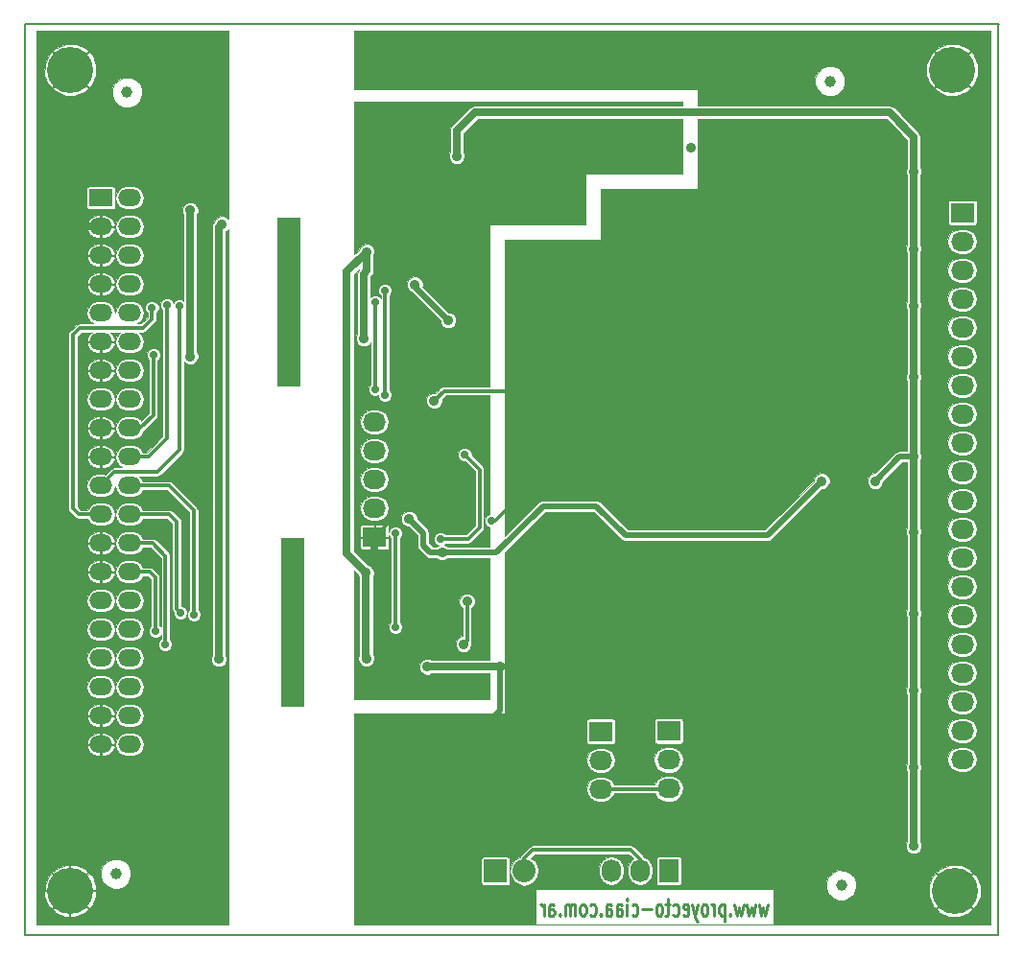
<source format=gbr>
G04 #@! TF.FileFunction,Copper,L2,Bot,Signal*
%FSLAX46Y46*%
G04 Gerber Fmt 4.6, Leading zero omitted, Abs format (unit mm)*
G04 Created by KiCad (PCBNEW 4.0.2-stable) date 30/10/2016 11:04:25*
%MOMM*%
G01*
G04 APERTURE LIST*
%ADD10C,0.100000*%
%ADD11C,0.150000*%
%ADD12C,0.254000*%
%ADD13R,2.000000X15.000000*%
%ADD14R,2.000000X1.524000*%
%ADD15O,2.000000X1.524000*%
%ADD16R,2.032000X1.727200*%
%ADD17O,2.032000X1.727200*%
%ADD18R,1.727200X2.032000*%
%ADD19O,1.727200X2.032000*%
%ADD20R,2.032000X2.032000*%
%ADD21O,2.032000X2.032000*%
%ADD22C,1.000000*%
%ADD23C,4.064000*%
%ADD24C,0.900000*%
%ADD25C,0.700000*%
%ADD26C,0.300000*%
%ADD27C,0.500000*%
%ADD28C,0.700000*%
%ADD29C,0.250000*%
%ADD30C,0.200000*%
G04 APERTURE END LIST*
D10*
D11*
X1666666Y0D02*
G75*
G03X1666666Y0I-1666666J0D01*
G01*
X-2500000Y0D02*
X2500000Y0D01*
X0Y2500000D02*
X0Y-2500000D01*
X-3985000Y76580000D02*
X81880000Y76580000D01*
X-3985000Y76580000D02*
X-3985000Y-3920000D01*
X81875000Y-3920000D02*
X81875000Y76580000D01*
X-3990000Y-3920000D02*
X81875000Y-3920000D01*
D12*
X61490666Y-1173429D02*
X61297142Y-2189429D01*
X61103619Y-1463714D01*
X60910095Y-2189429D01*
X60716571Y-1173429D01*
X60426285Y-1173429D02*
X60232761Y-2189429D01*
X60039238Y-1463714D01*
X59845714Y-2189429D01*
X59652190Y-1173429D01*
X59361904Y-1173429D02*
X59168380Y-2189429D01*
X58974857Y-1463714D01*
X58781333Y-2189429D01*
X58587809Y-1173429D01*
X58200761Y-2044286D02*
X58152380Y-2116857D01*
X58200761Y-2189429D01*
X58249142Y-2116857D01*
X58200761Y-2044286D01*
X58200761Y-2189429D01*
X57716951Y-1173429D02*
X57716951Y-2697429D01*
X57716951Y-1246000D02*
X57620189Y-1173429D01*
X57426666Y-1173429D01*
X57329904Y-1246000D01*
X57281523Y-1318571D01*
X57233142Y-1463714D01*
X57233142Y-1899143D01*
X57281523Y-2044286D01*
X57329904Y-2116857D01*
X57426666Y-2189429D01*
X57620189Y-2189429D01*
X57716951Y-2116857D01*
X56797713Y-2189429D02*
X56797713Y-1173429D01*
X56797713Y-1463714D02*
X56749332Y-1318571D01*
X56700951Y-1246000D01*
X56604189Y-1173429D01*
X56507428Y-1173429D01*
X56023618Y-2189429D02*
X56120380Y-2116857D01*
X56168761Y-2044286D01*
X56217142Y-1899143D01*
X56217142Y-1463714D01*
X56168761Y-1318571D01*
X56120380Y-1246000D01*
X56023618Y-1173429D01*
X55878476Y-1173429D01*
X55781714Y-1246000D01*
X55733333Y-1318571D01*
X55684952Y-1463714D01*
X55684952Y-1899143D01*
X55733333Y-2044286D01*
X55781714Y-2116857D01*
X55878476Y-2189429D01*
X56023618Y-2189429D01*
X55346285Y-1173429D02*
X55104380Y-2189429D01*
X54862476Y-1173429D02*
X55104380Y-2189429D01*
X55201142Y-2552286D01*
X55249523Y-2624857D01*
X55346285Y-2697429D01*
X54088381Y-2116857D02*
X54185143Y-2189429D01*
X54378666Y-2189429D01*
X54475428Y-2116857D01*
X54523809Y-1971714D01*
X54523809Y-1391143D01*
X54475428Y-1246000D01*
X54378666Y-1173429D01*
X54185143Y-1173429D01*
X54088381Y-1246000D01*
X54040000Y-1391143D01*
X54040000Y-1536286D01*
X54523809Y-1681429D01*
X53169143Y-2116857D02*
X53265905Y-2189429D01*
X53459428Y-2189429D01*
X53556190Y-2116857D01*
X53604571Y-2044286D01*
X53652952Y-1899143D01*
X53652952Y-1463714D01*
X53604571Y-1318571D01*
X53556190Y-1246000D01*
X53459428Y-1173429D01*
X53265905Y-1173429D01*
X53169143Y-1246000D01*
X52878857Y-1173429D02*
X52491809Y-1173429D01*
X52733714Y-665429D02*
X52733714Y-1971714D01*
X52685333Y-2116857D01*
X52588571Y-2189429D01*
X52491809Y-2189429D01*
X52008000Y-2189429D02*
X52104762Y-2116857D01*
X52153143Y-2044286D01*
X52201524Y-1899143D01*
X52201524Y-1463714D01*
X52153143Y-1318571D01*
X52104762Y-1246000D01*
X52008000Y-1173429D01*
X51862858Y-1173429D01*
X51766096Y-1246000D01*
X51717715Y-1318571D01*
X51669334Y-1463714D01*
X51669334Y-1899143D01*
X51717715Y-2044286D01*
X51766096Y-2116857D01*
X51862858Y-2189429D01*
X52008000Y-2189429D01*
X51233905Y-1608857D02*
X50459810Y-1608857D01*
X49540572Y-2116857D02*
X49637334Y-2189429D01*
X49830857Y-2189429D01*
X49927619Y-2116857D01*
X49976000Y-2044286D01*
X50024381Y-1899143D01*
X50024381Y-1463714D01*
X49976000Y-1318571D01*
X49927619Y-1246000D01*
X49830857Y-1173429D01*
X49637334Y-1173429D01*
X49540572Y-1246000D01*
X49105143Y-2189429D02*
X49105143Y-1173429D01*
X49105143Y-665429D02*
X49153524Y-738000D01*
X49105143Y-810571D01*
X49056762Y-738000D01*
X49105143Y-665429D01*
X49105143Y-810571D01*
X48185905Y-2189429D02*
X48185905Y-1391143D01*
X48234286Y-1246000D01*
X48331048Y-1173429D01*
X48524571Y-1173429D01*
X48621333Y-1246000D01*
X48185905Y-2116857D02*
X48282667Y-2189429D01*
X48524571Y-2189429D01*
X48621333Y-2116857D01*
X48669714Y-1971714D01*
X48669714Y-1826571D01*
X48621333Y-1681429D01*
X48524571Y-1608857D01*
X48282667Y-1608857D01*
X48185905Y-1536286D01*
X47266667Y-2189429D02*
X47266667Y-1391143D01*
X47315048Y-1246000D01*
X47411810Y-1173429D01*
X47605333Y-1173429D01*
X47702095Y-1246000D01*
X47266667Y-2116857D02*
X47363429Y-2189429D01*
X47605333Y-2189429D01*
X47702095Y-2116857D01*
X47750476Y-1971714D01*
X47750476Y-1826571D01*
X47702095Y-1681429D01*
X47605333Y-1608857D01*
X47363429Y-1608857D01*
X47266667Y-1536286D01*
X46782857Y-2044286D02*
X46734476Y-2116857D01*
X46782857Y-2189429D01*
X46831238Y-2116857D01*
X46782857Y-2044286D01*
X46782857Y-2189429D01*
X45863619Y-2116857D02*
X45960381Y-2189429D01*
X46153904Y-2189429D01*
X46250666Y-2116857D01*
X46299047Y-2044286D01*
X46347428Y-1899143D01*
X46347428Y-1463714D01*
X46299047Y-1318571D01*
X46250666Y-1246000D01*
X46153904Y-1173429D01*
X45960381Y-1173429D01*
X45863619Y-1246000D01*
X45283047Y-2189429D02*
X45379809Y-2116857D01*
X45428190Y-2044286D01*
X45476571Y-1899143D01*
X45476571Y-1463714D01*
X45428190Y-1318571D01*
X45379809Y-1246000D01*
X45283047Y-1173429D01*
X45137905Y-1173429D01*
X45041143Y-1246000D01*
X44992762Y-1318571D01*
X44944381Y-1463714D01*
X44944381Y-1899143D01*
X44992762Y-2044286D01*
X45041143Y-2116857D01*
X45137905Y-2189429D01*
X45283047Y-2189429D01*
X44508952Y-2189429D02*
X44508952Y-1173429D01*
X44508952Y-1318571D02*
X44460571Y-1246000D01*
X44363809Y-1173429D01*
X44218667Y-1173429D01*
X44121905Y-1246000D01*
X44073524Y-1391143D01*
X44073524Y-2189429D01*
X44073524Y-1391143D02*
X44025143Y-1246000D01*
X43928381Y-1173429D01*
X43783238Y-1173429D01*
X43686476Y-1246000D01*
X43638095Y-1391143D01*
X43638095Y-2189429D01*
X43154285Y-2044286D02*
X43105904Y-2116857D01*
X43154285Y-2189429D01*
X43202666Y-2116857D01*
X43154285Y-2044286D01*
X43154285Y-2189429D01*
X42235047Y-2189429D02*
X42235047Y-1391143D01*
X42283428Y-1246000D01*
X42380190Y-1173429D01*
X42573713Y-1173429D01*
X42670475Y-1246000D01*
X42235047Y-2116857D02*
X42331809Y-2189429D01*
X42573713Y-2189429D01*
X42670475Y-2116857D01*
X42718856Y-1971714D01*
X42718856Y-1826571D01*
X42670475Y-1681429D01*
X42573713Y-1608857D01*
X42331809Y-1608857D01*
X42235047Y-1536286D01*
X41751237Y-2189429D02*
X41751237Y-1173429D01*
X41751237Y-1463714D02*
X41702856Y-1318571D01*
X41654475Y-1246000D01*
X41557713Y-1173429D01*
X41460952Y-1173429D01*
D13*
X19580000Y23680000D03*
X19280000Y51980000D03*
D14*
X2680000Y61180000D03*
D15*
X5220000Y61180000D03*
X2680000Y58640000D03*
X5220000Y58640000D03*
X2680000Y56100000D03*
X5220000Y56100000D03*
X2680000Y53560000D03*
X5220000Y53560000D03*
X2680000Y51020000D03*
X5220000Y51020000D03*
X2680000Y48480000D03*
X5220000Y48480000D03*
X2680000Y45940000D03*
X5220000Y45940000D03*
X2680000Y43400000D03*
X5220000Y43400000D03*
X2680000Y40860000D03*
X5220000Y40860000D03*
X2680000Y38320000D03*
X5220000Y38320000D03*
X2680000Y35780000D03*
X5220000Y35780000D03*
X2680000Y33240000D03*
X5220000Y33240000D03*
X2680000Y30700000D03*
X5220000Y30700000D03*
X2680000Y28160000D03*
X5220000Y28160000D03*
X2680000Y25620000D03*
X5220000Y25620000D03*
X2680000Y23080000D03*
X5220000Y23080000D03*
X2680000Y20540000D03*
X5220000Y20540000D03*
X2680000Y18000000D03*
X5220000Y18000000D03*
X2680000Y15460000D03*
X5220000Y15460000D03*
X2680000Y12920000D03*
X5220000Y12920000D03*
D16*
X52770000Y14100000D03*
D17*
X52770000Y11560000D03*
X52770000Y9020000D03*
D18*
X52780000Y1780000D03*
D19*
X50240000Y1780000D03*
X47700000Y1780000D03*
D20*
X37510000Y1750000D03*
D21*
X40050000Y1750000D03*
D16*
X46780000Y14080000D03*
D17*
X46780000Y11540000D03*
X46780000Y9000000D03*
D16*
X78680000Y59880000D03*
D17*
X78680000Y57340000D03*
X78680000Y54800000D03*
X78680000Y52260000D03*
X78680000Y49720000D03*
X78680000Y47180000D03*
X78680000Y44640000D03*
X78680000Y42100000D03*
X78680000Y39560000D03*
X78680000Y37020000D03*
X78680000Y34480000D03*
X78680000Y31940000D03*
X78680000Y29400000D03*
X78680000Y26860000D03*
X78680000Y24320000D03*
X78680000Y21780000D03*
X78680000Y19240000D03*
X78680000Y16700000D03*
X78680000Y14160000D03*
X78680000Y11620000D03*
D22*
X5000000Y70500000D03*
D23*
X77800000Y72500000D03*
X78000000Y0D03*
X0Y72500000D03*
X0Y0D03*
D22*
X67000000Y71500000D03*
X4000000Y1500000D03*
X68000000Y500000D03*
D16*
X26820000Y31230000D03*
D17*
X26820000Y33770000D03*
X26820000Y36310000D03*
X26820000Y38850000D03*
X26820000Y41390000D03*
D24*
X74250000Y0D03*
X69900000Y-1500000D03*
X66100000Y-1500000D03*
X63400000Y-1500000D03*
X38800000Y-1500000D03*
X36000000Y-900000D03*
X30900000Y1100000D03*
X32880000Y3080000D03*
X30880000Y5080000D03*
X26880000Y5080000D03*
X28880000Y7080000D03*
X32880000Y7080000D03*
X30880000Y9080000D03*
X26880000Y9080000D03*
X28880000Y3080000D03*
X26880000Y1080000D03*
X28900000Y-900000D03*
X32900000Y-900000D03*
X72700000Y-1500000D03*
X71250000Y0D03*
X57500000Y71500000D03*
X54730000Y65610000D03*
X65000000Y71500000D03*
X75500000Y69500000D03*
X71500000Y73500000D03*
X67000000Y73500000D03*
X69500000Y71500000D03*
X73500000Y71500000D03*
X77500000Y67500000D03*
X63000000Y73500000D03*
X61000000Y71500000D03*
X54500000Y71500000D03*
X48500000Y71500000D03*
X45500000Y71500000D03*
X39500000Y71500000D03*
X33500000Y71500000D03*
X27500000Y71500000D03*
X30500000Y71500000D03*
X36500000Y71500000D03*
X42500000Y71500000D03*
X51500000Y71500000D03*
X79500000Y69500000D03*
X75500000Y65500000D03*
X79500000Y65500000D03*
X77500000Y63500000D03*
X56900000Y40800000D03*
X54000000Y32500000D03*
X57000000Y32500000D03*
X55500000Y34000000D03*
X52500000Y34000000D03*
X55500000Y39500000D03*
X57000000Y35500000D03*
X54000000Y35500000D03*
X56900000Y48300000D03*
X56900000Y46000000D03*
X48880000Y47580000D03*
X47380000Y46080000D03*
X47380000Y51080000D03*
X47380000Y49080000D03*
X45880000Y47580000D03*
X57000000Y59500000D03*
X52380000Y58080000D03*
X49010000Y58080000D03*
X54000000Y59500000D03*
X55500000Y61000000D03*
X55880000Y55080000D03*
X57380000Y53580000D03*
X54380000Y53580000D03*
X55880000Y52080000D03*
X44880000Y28100000D03*
X55500000Y28500000D03*
X49000000Y25000000D03*
X46380000Y24080000D03*
X51000000Y25000000D03*
X57500000Y28500000D03*
X57380000Y21580000D03*
X63680000Y27540000D03*
X33330000Y50380000D03*
X30390000Y53550000D03*
D25*
X40040000Y35210000D03*
X37160000Y32680000D03*
D24*
X44880000Y25580000D03*
X43380000Y24080000D03*
X44880000Y22580000D03*
X45180000Y30930000D03*
X55880000Y20080000D03*
X55880000Y21580000D03*
X57380000Y20080000D03*
X57380000Y18580000D03*
X42880000Y19580000D03*
X45880000Y19580000D03*
D25*
X39050000Y44150000D03*
D24*
X32080000Y43280000D03*
X37880000Y19780000D03*
X31480000Y19780000D03*
X69480000Y67630000D03*
X69480000Y54330000D03*
X69480000Y27560000D03*
X69490000Y20790000D03*
X69480000Y13840000D03*
X69480000Y6600000D03*
X69480000Y41590000D03*
X69480000Y59180000D03*
X69480000Y33080000D03*
X69480000Y46880000D03*
D25*
X27770000Y43810000D03*
X27760000Y53020000D03*
X26880000Y51980000D03*
X26880000Y44280000D03*
X28680000Y23280000D03*
X28680000Y31550000D03*
D24*
X34680000Y21780000D03*
X34990000Y25550000D03*
X26105000Y20505000D03*
X26080000Y28080000D03*
X26145000Y56425000D03*
X25880000Y48780000D03*
X32780000Y29880000D03*
X29890000Y32840000D03*
X70990000Y36180000D03*
X66280000Y36180000D03*
X34080000Y64890000D03*
X74380000Y63500000D03*
X74390000Y38330000D03*
X74380000Y56680000D03*
X74380000Y51680000D03*
X74380000Y45380000D03*
X74380000Y31680000D03*
X74380000Y24480000D03*
X74380000Y17680000D03*
X74380000Y10880000D03*
X74380000Y3980000D03*
D25*
X32680000Y31080000D03*
X34800000Y38500000D03*
D24*
X13080000Y20480000D03*
X13380000Y58880000D03*
X10580000Y60080000D03*
X10580000Y47180000D03*
X10000000Y9500000D03*
X6000000Y9500000D03*
X2000000Y9500000D03*
X0Y7500000D03*
X4000000Y7500000D03*
X8000000Y7500000D03*
X12000000Y7500000D03*
X2000000Y5500000D03*
X6000000Y5500000D03*
X10000000Y5500000D03*
X0Y3500000D03*
X12000000Y3500000D03*
X8000000Y3500000D03*
X4000000Y3500000D03*
X6000000Y1500000D03*
X10000000Y1500000D03*
X12000000Y-500000D03*
X8000000Y-500000D03*
X4000000Y-500000D03*
X3000000Y74500000D03*
X3000000Y70500000D03*
X11000000Y74500000D03*
X11000000Y66500000D03*
X7000000Y66500000D03*
X3000000Y66500000D03*
X-1000000Y66500000D03*
X1000000Y68500000D03*
X5000000Y68500000D03*
X9000000Y68500000D03*
X11000000Y70500000D03*
X7000000Y70500000D03*
X9000000Y72500000D03*
X7000000Y74500000D03*
X5000000Y72500000D03*
X11980000Y47530000D03*
X11960000Y17040000D03*
D25*
X7200000Y51500000D03*
X8500000Y51720000D03*
X9610000Y51610000D03*
X7300000Y47300000D03*
X9680000Y24580000D03*
X10880000Y24380000D03*
X7480000Y22980000D03*
X8380000Y21780000D03*
D24*
X32000000Y23500000D03*
X30500000Y23500000D03*
X30500000Y25000000D03*
X33500000Y23500000D03*
X31400000Y18000000D03*
X29050000Y44790000D03*
X26450000Y19240000D03*
X27550000Y26860000D03*
X40150000Y61490000D03*
X28580000Y46580000D03*
X30300000Y48480000D03*
X32380000Y60580000D03*
X34950000Y54780000D03*
X28380000Y60580000D03*
X26380000Y58580000D03*
X30380000Y58580000D03*
X30380000Y54780000D03*
X28380000Y58580000D03*
X26380000Y60580000D03*
X30380000Y60580000D03*
X32380000Y58580000D03*
D25*
X33340000Y34760000D03*
X35320000Y33510000D03*
D24*
X29480000Y62880000D03*
X32100000Y47210000D03*
D26*
X46780000Y9000000D02*
X52750000Y9000000D01*
X52750000Y9000000D02*
X52770000Y9020000D01*
D27*
X71250000Y0D02*
X74250000Y0D01*
X72750000Y-1500000D02*
X74250000Y0D01*
X32900000Y-900000D02*
X30900000Y1100000D01*
X26880000Y1080000D02*
X26920000Y1080000D01*
X26880000Y11980000D02*
X28800000Y13900000D01*
X28800000Y13900000D02*
X35900000Y13900000D01*
X35900000Y13900000D02*
X37880000Y15880000D01*
X37880000Y15880000D02*
X37880000Y19780000D01*
X26880000Y1080000D02*
X26880000Y3080000D01*
X28880000Y3080000D02*
X30880000Y3080000D01*
X32880000Y5080000D02*
X30880000Y5080000D01*
X28880000Y5080000D02*
X26880000Y5080000D01*
X26880000Y7080000D02*
X28880000Y7080000D01*
X30880000Y7080000D02*
X32880000Y7080000D01*
X32880000Y9080000D02*
X30880000Y9080000D01*
X28880000Y9080000D02*
X26880000Y9080000D01*
X30880000Y9080000D02*
X28880000Y9080000D01*
X32880000Y7080000D02*
X32880000Y9080000D01*
X28880000Y7080000D02*
X30880000Y7080000D01*
X26880000Y5080000D02*
X26880000Y7080000D01*
X30880000Y5080000D02*
X28880000Y5080000D01*
X32880000Y5080000D02*
X32880000Y3080000D01*
X30880000Y3080000D02*
X32880000Y3080000D01*
X26880000Y3080000D02*
X28880000Y3080000D01*
X26880000Y9080000D02*
X26880000Y11980000D01*
X26920000Y1080000D02*
X28900000Y-900000D01*
X30900000Y1100000D02*
X28900000Y-900000D01*
X72700000Y-1500000D02*
X72750000Y-1500000D01*
D28*
X57500000Y71500000D02*
X61000000Y71500000D01*
D27*
X65000000Y71500000D02*
X65000000Y72860000D01*
X77500000Y67500000D02*
X75500000Y69500000D01*
X73500000Y71500000D02*
X71500000Y73500000D01*
X67000000Y73500000D02*
X67500000Y73500000D01*
X67500000Y73500000D02*
X69500000Y71500000D01*
X71500000Y73500000D02*
X69500000Y71500000D01*
X75500000Y69500000D02*
X73500000Y71500000D01*
X65640000Y73500000D02*
X67000000Y73500000D01*
X65000000Y72860000D02*
X65640000Y73500000D01*
X65000000Y71500000D02*
X63000000Y73500000D01*
X63000000Y73500000D02*
X61000000Y71500000D01*
D28*
X54500000Y71500000D02*
X51500000Y71500000D01*
X57500000Y71500000D02*
X54500000Y71500000D01*
X51500000Y71500000D02*
X48500000Y71500000D01*
X42500000Y71500000D02*
X39500000Y71500000D01*
X36500000Y71500000D02*
X33500000Y71500000D01*
X33500000Y71500000D02*
X30500000Y71500000D01*
X39500000Y71500000D02*
X36500000Y71500000D01*
X45500000Y71500000D02*
X42500000Y71500000D01*
X48500000Y71500000D02*
X45500000Y71500000D01*
D27*
X79500000Y69500000D02*
X77500000Y67500000D01*
X77500000Y63500000D02*
X79500000Y65500000D01*
X79500000Y65500000D02*
X77500000Y67500000D01*
X75500000Y65500000D02*
X77500000Y63500000D01*
X48880000Y47580000D02*
X50120000Y47580000D01*
X55500000Y32500000D02*
X57000000Y32500000D01*
X57000000Y34000000D02*
X55500000Y34000000D01*
X54000000Y34000000D02*
X52500000Y34000000D01*
X54000000Y35500000D02*
X55500000Y35500000D01*
X55500000Y39500000D02*
X55500000Y37000000D01*
X56900000Y39500000D02*
X56900000Y40800000D01*
X55500000Y39500000D02*
X56900000Y39500000D01*
X55500000Y37000000D02*
X57000000Y35500000D01*
X55500000Y35500000D02*
X57000000Y35500000D01*
X52500000Y34000000D02*
X54000000Y35500000D01*
X55500000Y34000000D02*
X54000000Y34000000D01*
X57000000Y32500000D02*
X57000000Y34000000D01*
X54000000Y32500000D02*
X55500000Y32500000D01*
X68690000Y40800000D02*
X69480000Y41590000D01*
X56900000Y40800000D02*
X68690000Y40800000D01*
X56900000Y46000000D02*
X56900000Y40800000D01*
X56900000Y48300000D02*
X56900000Y46000000D01*
X51620000Y46080000D02*
X56900000Y40800000D01*
X50120000Y47580000D02*
X51620000Y46080000D01*
X47380000Y46080000D02*
X48880000Y47580000D01*
X47380000Y47580000D02*
X48880000Y47580000D01*
X45880000Y47580000D02*
X45880000Y49080000D01*
X45880000Y49080000D02*
X47380000Y49080000D01*
X47380000Y47580000D02*
X45880000Y47580000D01*
X47380000Y49080000D02*
X47380000Y51080000D01*
X55500000Y61000000D02*
X57000000Y59500000D01*
X52580000Y58080000D02*
X52380000Y58080000D01*
X52380000Y58080000D02*
X49010000Y58080000D01*
X52580000Y58080000D02*
X54000000Y59500000D01*
X57000000Y59500000D02*
X54000000Y59500000D01*
X55880000Y55080000D02*
X57380000Y53580000D01*
X54380000Y52080000D02*
X55880000Y52080000D01*
X54380000Y53580000D02*
X55880000Y53580000D01*
X55880000Y53580000D02*
X57380000Y53580000D01*
X54380000Y52080000D02*
X54380000Y53580000D01*
X57500000Y28500000D02*
X55500000Y28500000D01*
X52000000Y25000000D02*
X55500000Y28500000D01*
X51000000Y25000000D02*
X49000000Y25000000D01*
X48080000Y24080000D02*
X49000000Y25000000D01*
X48080000Y24080000D02*
X46380000Y24080000D01*
X51000000Y25000000D02*
X52000000Y25000000D01*
X57380000Y55080000D02*
X68730000Y55080000D01*
X68730000Y55080000D02*
X69480000Y54330000D01*
X57380000Y21580000D02*
X57720000Y21580000D01*
X57720000Y21580000D02*
X63680000Y27540000D01*
X30390000Y53550000D02*
X30390000Y53320000D01*
X30390000Y53320000D02*
X33330000Y50380000D01*
D26*
X37160000Y32680000D02*
X37510000Y32680000D01*
X37510000Y32680000D02*
X40040000Y35210000D01*
D27*
X44880000Y27080000D02*
X44880000Y28100000D01*
X44880000Y28100000D02*
X44880000Y30630000D01*
X46380000Y25580000D02*
X46380000Y24080000D01*
X44880000Y24080000D02*
X44880000Y25580000D01*
X43380000Y25580000D02*
X43380000Y24080000D01*
X43380000Y22580000D02*
X44880000Y22580000D01*
X46380000Y22580000D02*
X44880000Y22580000D01*
X43380000Y24080000D02*
X43380000Y22580000D01*
X44880000Y25580000D02*
X43380000Y25580000D01*
X46380000Y24080000D02*
X44880000Y24080000D01*
X44880000Y27080000D02*
X46380000Y25580000D01*
X44880000Y30630000D02*
X45180000Y30930000D01*
X57380000Y18580000D02*
X55880000Y20080000D01*
X57380000Y20080000D02*
X57380000Y21580000D01*
X54880000Y22580000D02*
X46380000Y22580000D01*
X54880000Y22580000D02*
X55880000Y21580000D01*
X57380000Y21580000D02*
X55880000Y21580000D01*
X55880000Y20080000D02*
X57380000Y20080000D01*
X57380000Y55080000D02*
X55880000Y55080000D01*
X52380000Y57080000D02*
X52380000Y58080000D01*
X52380000Y57080000D02*
X54380000Y55080000D01*
X55880000Y55080000D02*
X54380000Y55080000D01*
X45880000Y22080000D02*
X46380000Y22580000D01*
X45880000Y19580000D02*
X44380000Y19580000D01*
X42680000Y19780000D02*
X37880000Y19780000D01*
X42680000Y19780000D02*
X42880000Y19580000D01*
X44380000Y19580000D02*
X42880000Y19580000D01*
X45880000Y19580000D02*
X45880000Y22080000D01*
D29*
X32080000Y43280000D02*
X32090000Y43280000D01*
D26*
X32960000Y44150000D02*
X39050000Y44150000D01*
X32090000Y43280000D02*
X32960000Y44150000D01*
D28*
X37880000Y19780000D02*
X31480000Y19780000D01*
X69480000Y59180000D02*
X69480000Y67630000D01*
D27*
X69480000Y27560000D02*
X69480000Y27480000D01*
X69490000Y20790000D02*
X69480000Y20790000D01*
X69480000Y20790000D02*
X69490000Y20790000D01*
X69490000Y20790000D02*
X69480000Y20790000D01*
D28*
X69480000Y22180000D02*
X69480000Y20790000D01*
X69480000Y22180000D02*
X69480000Y27480000D01*
X69480000Y20790000D02*
X69480000Y13840000D01*
X69480000Y13840000D02*
X69480000Y6600000D01*
X69480000Y27480000D02*
X69480000Y33080000D01*
X69480000Y33080000D02*
X69480000Y40080000D01*
X69480000Y40080000D02*
X69480000Y41590000D01*
X69480000Y41590000D02*
X69480000Y46880000D01*
X69480000Y46880000D02*
X69480000Y52980000D01*
X69480000Y52980000D02*
X69480000Y53980000D01*
X69480000Y53980000D02*
X69480000Y54330000D01*
X69480000Y54330000D02*
X69480000Y59180000D01*
D30*
X27770000Y43810000D02*
X27760000Y43820000D01*
D26*
X27760000Y43820000D02*
X27760000Y53020000D01*
X26880000Y51980000D02*
X26880000Y44280000D01*
X28680000Y28880000D02*
X28680000Y23280000D01*
X28680000Y31550000D02*
X28680000Y28880000D01*
X34990000Y22090000D02*
X34990000Y25550000D01*
X34990000Y22090000D02*
X34680000Y21780000D01*
D28*
X26080000Y20530000D02*
X26080000Y28080000D01*
D30*
X26080000Y20530000D02*
X26105000Y20505000D01*
D28*
X26080000Y28080000D02*
X24380000Y29780000D01*
X24380000Y54660000D02*
X24380000Y29780000D01*
X26145000Y56425000D02*
X26145000Y54745000D01*
X26145000Y54745000D02*
X25880000Y54480000D01*
X24380000Y54660000D02*
X26145000Y56425000D01*
X25880000Y54480000D02*
X25880000Y48780000D01*
D26*
X40050000Y1750000D02*
X40050000Y2870000D01*
X50240000Y2830000D02*
X50240000Y1780000D01*
X49440000Y3630000D02*
X50240000Y2830000D01*
X40810000Y3630000D02*
X49440000Y3630000D01*
X40050000Y2870000D02*
X40810000Y3630000D01*
D28*
X72230000Y68730000D02*
X35690000Y68730000D01*
D27*
X31730000Y29880000D02*
X32780000Y29880000D01*
X31110000Y30500000D02*
X31730000Y29880000D01*
X31110000Y31620000D02*
X31110000Y30500000D01*
X29890000Y32840000D02*
X31110000Y31620000D01*
X74390000Y38330000D02*
X73140000Y38330000D01*
X73140000Y38330000D02*
X70990000Y36180000D01*
X66280000Y36180000D02*
X61480000Y31380000D01*
X61480000Y31380000D02*
X48980000Y31380000D01*
X48980000Y31380000D02*
X46380000Y33980000D01*
X46380000Y33980000D02*
X41680000Y33980000D01*
X41680000Y33980000D02*
X37580000Y29880000D01*
X37580000Y29880000D02*
X32780000Y29880000D01*
D28*
X74380000Y63500000D02*
X74380000Y66580000D01*
X74380000Y66580000D02*
X72230000Y68730000D01*
X35690000Y68730000D02*
X34080000Y67120000D01*
X34080000Y67120000D02*
X34080000Y64890000D01*
X74380000Y56680000D02*
X74380000Y63500000D01*
D26*
X74390000Y38330000D02*
X74380000Y38330000D01*
X74380000Y38330000D02*
X74390000Y38330000D01*
X74390000Y38330000D02*
X74380000Y38330000D01*
D28*
X74380000Y56680000D02*
X74380000Y51680000D01*
X74380000Y51680000D02*
X74380000Y45380000D01*
X74380000Y45380000D02*
X74380000Y38330000D01*
X74380000Y38330000D02*
X74380000Y37780000D01*
X74380000Y37780000D02*
X74380000Y31680000D01*
X74380000Y31680000D02*
X74380000Y24480000D01*
X74380000Y24480000D02*
X74380000Y17680000D01*
X74380000Y17680000D02*
X74380000Y10880000D01*
X74380000Y10880000D02*
X74380000Y3980000D01*
D26*
X32680000Y31080000D02*
X35080000Y31080000D01*
X35080000Y31080000D02*
X36090000Y32090000D01*
X36090000Y32090000D02*
X36090000Y37210000D01*
X36090000Y37210000D02*
X34800000Y38500000D01*
D28*
X13080000Y20480000D02*
X13080000Y58580000D01*
X13080000Y58580000D02*
X13380000Y58880000D01*
X10580000Y47180000D02*
X10580000Y60080000D01*
D27*
X4000000Y3500000D02*
X5240000Y3500000D01*
X0Y3500000D02*
X4000000Y3500000D01*
X10000000Y5500000D02*
X12000000Y5500000D01*
X12000000Y7500000D02*
X10000000Y7500000D01*
X8000000Y7500000D02*
X6000000Y7500000D01*
X4000000Y7500000D02*
X2000000Y7500000D01*
X0Y7500000D02*
X0Y9500000D01*
X2000000Y9500000D02*
X4000000Y9500000D01*
X6000000Y9500000D02*
X8000000Y9500000D01*
X10000000Y9500000D02*
X12000000Y9500000D01*
X11980000Y9520000D02*
X12000000Y9500000D01*
X11980000Y17060000D02*
X11980000Y9520000D01*
X8000000Y9500000D02*
X10000000Y9500000D01*
X4000000Y9500000D02*
X6000000Y9500000D01*
X0Y9500000D02*
X2000000Y9500000D01*
X2000000Y7500000D02*
X0Y7500000D01*
X6000000Y7500000D02*
X4000000Y7500000D01*
X10000000Y7500000D02*
X8000000Y7500000D01*
X12000000Y5500000D02*
X12000000Y7500000D01*
X0Y5500000D02*
X2000000Y5500000D01*
X4000000Y5500000D02*
X6000000Y5500000D01*
X8000000Y5500000D02*
X10000000Y5500000D01*
X6000000Y5500000D02*
X8000000Y5500000D01*
X2000000Y5500000D02*
X4000000Y5500000D01*
X0Y3500000D02*
X0Y5500000D01*
X10000000Y1500000D02*
X8000000Y3500000D01*
X8000000Y3500000D02*
X6000000Y1500000D01*
X10000000Y1500000D02*
X12000000Y3500000D01*
X10000000Y-500000D02*
X8000000Y-500000D01*
X6000000Y-500000D02*
X4000000Y-500000D01*
X8000000Y-500000D02*
X6000000Y-500000D01*
X12000000Y-500000D02*
X10000000Y-500000D01*
X12000000Y3500000D02*
X12000000Y-500000D01*
X6000000Y2740000D02*
X6000000Y1500000D01*
X5240000Y3500000D02*
X6000000Y2740000D01*
X3000000Y74500000D02*
X3000000Y70500000D01*
X5000000Y72500000D02*
X3000000Y74500000D01*
X7000000Y74500000D02*
X11000000Y74500000D01*
X9000000Y72500000D02*
X7000000Y70500000D01*
X9000000Y70500000D02*
X7000000Y70500000D01*
X11000000Y70500000D02*
X11000000Y68500000D01*
X9000000Y68500000D02*
X7000000Y68500000D01*
X5000000Y68500000D02*
X3000000Y68500000D01*
X1000000Y68500000D02*
X-1000000Y68500000D01*
X-1000000Y66500000D02*
X1000000Y66500000D01*
X3000000Y66500000D02*
X5000000Y66500000D01*
X7000000Y66500000D02*
X9000000Y66500000D01*
X9280000Y64780000D02*
X9280000Y63980000D01*
X9280000Y64780000D02*
X11000000Y66500000D01*
X9000000Y66500000D02*
X11000000Y66500000D01*
X5000000Y66500000D02*
X7000000Y66500000D01*
X1000000Y66500000D02*
X3000000Y66500000D01*
X-1000000Y68500000D02*
X-1000000Y66500000D01*
X3000000Y68500000D02*
X1000000Y68500000D01*
X7000000Y68500000D02*
X5000000Y68500000D01*
X11000000Y68500000D02*
X9000000Y68500000D01*
X9000000Y70500000D02*
X11000000Y70500000D01*
X11000000Y74500000D02*
X9000000Y72500000D01*
X3000000Y74500000D02*
X7000000Y74500000D01*
D28*
X11980000Y47530000D02*
X11980000Y47580000D01*
X11980000Y26880000D02*
X11980000Y17060000D01*
X11980000Y17060000D02*
X11960000Y17040000D01*
X2680000Y58640000D02*
X1420000Y58640000D01*
X11980000Y61280000D02*
X11980000Y55180000D01*
X9280000Y63980000D02*
X11980000Y61280000D01*
X1380000Y63980000D02*
X9280000Y63980000D01*
X180000Y62780000D02*
X1380000Y63980000D01*
X180000Y59880000D02*
X180000Y62780000D01*
X1420000Y58640000D02*
X180000Y59880000D01*
X11980000Y26880000D02*
X11980000Y47580000D01*
X11980000Y47580000D02*
X11980000Y55180000D01*
D26*
X760000Y33240000D02*
X2680000Y33240000D01*
X200000Y33800000D02*
X760000Y33240000D01*
X200000Y49100000D02*
X200000Y33800000D01*
X800000Y49700000D02*
X200000Y49100000D01*
X6400000Y49700000D02*
X800000Y49700000D01*
X7200000Y50500000D02*
X6400000Y49700000D01*
X7200000Y51500000D02*
X7200000Y50500000D01*
X6880000Y38320000D02*
X5220000Y38320000D01*
X8510000Y39950000D02*
X6880000Y38320000D01*
X8510000Y51710000D02*
X8510000Y39950000D01*
X8500000Y51720000D02*
X8510000Y51710000D01*
X2680000Y35780000D02*
X3900000Y37000000D01*
X9610000Y38910000D02*
X9610000Y51610000D01*
X7700000Y37000000D02*
X9610000Y38910000D01*
X3900000Y37000000D02*
X7700000Y37000000D01*
X7300000Y42000000D02*
X6160000Y40860000D01*
X7300000Y47300000D02*
X7300000Y42000000D01*
X6160000Y40860000D02*
X5220000Y40860000D01*
X8720000Y33240000D02*
X5220000Y33240000D01*
X9380000Y32580000D02*
X8720000Y33240000D01*
X9380000Y24880000D02*
X9380000Y32580000D01*
X9680000Y24580000D02*
X9380000Y24880000D01*
X5220000Y35780000D02*
X8680000Y35780000D01*
X10880000Y33580000D02*
X10880000Y24380000D01*
X8680000Y35780000D02*
X10880000Y33580000D01*
X5220000Y28160000D02*
X7000000Y28160000D01*
X7480000Y27680000D02*
X7480000Y22980000D01*
X7000000Y28160000D02*
X7480000Y27680000D01*
X5220000Y30700000D02*
X7260000Y30700000D01*
X8380000Y29580000D02*
X8380000Y21780000D01*
X7260000Y30700000D02*
X8380000Y29580000D01*
D27*
X33500000Y23500000D02*
X32000000Y23500000D01*
X30500000Y25000000D02*
X30500000Y23500000D01*
X29240000Y19240000D02*
X30500000Y20500000D01*
X30500000Y20500000D02*
X30500000Y23500000D01*
X29240000Y19240000D02*
X26450000Y19240000D01*
X32000000Y23500000D02*
X30500000Y25000000D01*
X26450000Y19240000D02*
X26450000Y18350000D01*
X26800000Y18000000D02*
X31400000Y18000000D01*
X26450000Y18350000D02*
X26800000Y18000000D01*
X28580000Y46580000D02*
X28580000Y45260000D01*
X28580000Y45260000D02*
X29050000Y44790000D01*
D28*
X27550000Y20340000D02*
X27550000Y26860000D01*
X26450000Y19240000D02*
X27550000Y20340000D01*
X26820000Y29620000D02*
X26820000Y31230000D01*
X27550000Y26860000D02*
X27550000Y28890000D01*
X27550000Y28890000D02*
X26820000Y29620000D01*
D27*
X38760000Y62880000D02*
X33280000Y62880000D01*
X40150000Y61490000D02*
X38760000Y62880000D01*
D28*
X28580000Y46580000D02*
X29340000Y46580000D01*
X30300000Y47540000D02*
X30300000Y48480000D01*
X29340000Y46580000D02*
X30300000Y47540000D01*
X34980000Y54790000D02*
X34960000Y54790000D01*
X34960000Y54790000D02*
X34950000Y54780000D01*
D27*
X32380000Y58580000D02*
X32380000Y60580000D01*
X30380000Y60580000D02*
X28380000Y60580000D01*
X26380000Y60580000D02*
X26380000Y58580000D01*
X28380000Y58580000D02*
X30380000Y58580000D01*
X30380000Y58580000D02*
X30380000Y54780000D01*
X26380000Y58580000D02*
X28380000Y58580000D01*
X28380000Y60580000D02*
X26380000Y60580000D01*
X32380000Y60580000D02*
X30380000Y60580000D01*
D29*
X26820000Y31230000D02*
X26830000Y31230000D01*
D26*
X26830000Y31230000D02*
X30360000Y34760000D01*
X30360000Y34760000D02*
X33340000Y34760000D01*
X33340000Y34760000D02*
X34070000Y34760000D01*
X34070000Y34760000D02*
X35320000Y33510000D01*
D27*
X33280000Y62880000D02*
X29480000Y62880000D01*
X34980000Y61180000D02*
X33280000Y62880000D01*
X34980000Y54790000D02*
X34980000Y61180000D01*
X34980000Y50080000D02*
X34980000Y54790000D01*
X32100000Y47210000D02*
X34980000Y50080000D01*
D10*
G36*
X13920000Y59329871D02*
X13777036Y59473085D01*
X13519850Y59579878D01*
X13241372Y59580121D01*
X12984000Y59473777D01*
X12786915Y59277036D01*
X12686371Y59034899D01*
X12655736Y59004264D01*
X12525672Y58809610D01*
X12480000Y58580000D01*
X12480000Y20860383D01*
X12380122Y20619850D01*
X12379879Y20341372D01*
X12486223Y20084000D01*
X12682964Y19886915D01*
X12940150Y19780122D01*
X13218628Y19779879D01*
X13476000Y19886223D01*
X13673085Y20082964D01*
X13779878Y20340150D01*
X13780121Y20618628D01*
X13680000Y20860939D01*
X13680000Y58246557D01*
X13776000Y58286223D01*
X13920000Y58429972D01*
X13920000Y-2950000D01*
X-2980000Y-2950000D01*
X-2980000Y-1636001D01*
X-1565290Y-1636001D01*
X-1326837Y-1911300D01*
X-494415Y-2273570D01*
X413278Y-2289709D01*
X1258053Y-1957260D01*
X1326837Y-1911300D01*
X1565290Y-1636001D01*
X0Y-70711D01*
X-1565290Y-1636001D01*
X-2980000Y-1636001D01*
X-2980000Y-413278D01*
X-2289709Y-413278D01*
X-1957260Y-1258053D01*
X-1911300Y-1326837D01*
X-1636001Y-1565290D01*
X-70711Y0D01*
X70711Y0D01*
X1636001Y-1565290D01*
X1911300Y-1326837D01*
X2273570Y-494415D01*
X2289709Y413278D01*
X1964921Y1238588D01*
X2679772Y1238588D01*
X2880306Y753257D01*
X3251304Y381611D01*
X3736284Y180230D01*
X4261412Y179772D01*
X4746743Y380306D01*
X5118389Y751304D01*
X5319770Y1236284D01*
X5320228Y1761412D01*
X5119694Y2246743D01*
X4748696Y2618389D01*
X4263716Y2819770D01*
X3738588Y2820228D01*
X3253257Y2619694D01*
X2881611Y2248696D01*
X2680230Y1763716D01*
X2679772Y1238588D01*
X1964921Y1238588D01*
X1957260Y1258053D01*
X1911300Y1326837D01*
X1636001Y1565290D01*
X70711Y0D01*
X-70711Y0D01*
X-1636001Y1565290D01*
X-1911300Y1326837D01*
X-2273570Y494415D01*
X-2289709Y-413278D01*
X-2980000Y-413278D01*
X-2980000Y1636001D01*
X-1565290Y1636001D01*
X0Y70711D01*
X1565290Y1636001D01*
X1326837Y1911300D01*
X494415Y2273570D01*
X-413278Y2289709D01*
X-1258053Y1957260D01*
X-1326837Y1911300D01*
X-1565290Y1636001D01*
X-2980000Y1636001D01*
X-2980000Y12712497D01*
X1451502Y12712497D01*
X1487899Y12578918D01*
X1691052Y12239763D01*
X2008530Y12004168D01*
X2392000Y11908000D01*
X2630000Y11908000D01*
X2630000Y12870000D01*
X2730000Y12870000D01*
X2730000Y11908000D01*
X2968000Y11908000D01*
X3351470Y12004168D01*
X3668948Y12239763D01*
X3872101Y12578918D01*
X3908498Y12712497D01*
X3866183Y12870000D01*
X2730000Y12870000D01*
X2630000Y12870000D01*
X1493817Y12870000D01*
X1451502Y12712497D01*
X-2980000Y12712497D01*
X-2980000Y12920000D01*
X3945511Y12920000D01*
X4022545Y12532724D01*
X4241919Y12204408D01*
X4570235Y11985034D01*
X4957511Y11908000D01*
X5482489Y11908000D01*
X5869765Y11985034D01*
X6198081Y12204408D01*
X6417455Y12532724D01*
X6494489Y12920000D01*
X6417455Y13307276D01*
X6198081Y13635592D01*
X5869765Y13854966D01*
X5482489Y13932000D01*
X4957511Y13932000D01*
X4570235Y13854966D01*
X4241919Y13635592D01*
X4022545Y13307276D01*
X3945511Y12920000D01*
X-2980000Y12920000D01*
X-2980000Y13127503D01*
X1451502Y13127503D01*
X1493817Y12970000D01*
X2630000Y12970000D01*
X2630000Y13932000D01*
X2730000Y13932000D01*
X2730000Y12970000D01*
X3866183Y12970000D01*
X3908498Y13127503D01*
X3872101Y13261082D01*
X3668948Y13600237D01*
X3351470Y13835832D01*
X2968000Y13932000D01*
X2730000Y13932000D01*
X2630000Y13932000D01*
X2392000Y13932000D01*
X2008530Y13835832D01*
X1691052Y13600237D01*
X1487899Y13261082D01*
X1451502Y13127503D01*
X-2980000Y13127503D01*
X-2980000Y15252497D01*
X1451502Y15252497D01*
X1487899Y15118918D01*
X1691052Y14779763D01*
X2008530Y14544168D01*
X2392000Y14448000D01*
X2630000Y14448000D01*
X2630000Y15410000D01*
X2730000Y15410000D01*
X2730000Y14448000D01*
X2968000Y14448000D01*
X3351470Y14544168D01*
X3668948Y14779763D01*
X3872101Y15118918D01*
X3908498Y15252497D01*
X3866183Y15410000D01*
X2730000Y15410000D01*
X2630000Y15410000D01*
X1493817Y15410000D01*
X1451502Y15252497D01*
X-2980000Y15252497D01*
X-2980000Y15460000D01*
X3945511Y15460000D01*
X4022545Y15072724D01*
X4241919Y14744408D01*
X4570235Y14525034D01*
X4957511Y14448000D01*
X5482489Y14448000D01*
X5869765Y14525034D01*
X6198081Y14744408D01*
X6417455Y15072724D01*
X6494489Y15460000D01*
X6417455Y15847276D01*
X6198081Y16175592D01*
X5869765Y16394966D01*
X5482489Y16472000D01*
X4957511Y16472000D01*
X4570235Y16394966D01*
X4241919Y16175592D01*
X4022545Y15847276D01*
X3945511Y15460000D01*
X-2980000Y15460000D01*
X-2980000Y15667503D01*
X1451502Y15667503D01*
X1493817Y15510000D01*
X2630000Y15510000D01*
X2630000Y16472000D01*
X2730000Y16472000D01*
X2730000Y15510000D01*
X3866183Y15510000D01*
X3908498Y15667503D01*
X3872101Y15801082D01*
X3668948Y16140237D01*
X3351470Y16375832D01*
X2968000Y16472000D01*
X2730000Y16472000D01*
X2630000Y16472000D01*
X2392000Y16472000D01*
X2008530Y16375832D01*
X1691052Y16140237D01*
X1487899Y15801082D01*
X1451502Y15667503D01*
X-2980000Y15667503D01*
X-2980000Y18000000D01*
X1405511Y18000000D01*
X1482545Y17612724D01*
X1701919Y17284408D01*
X2030235Y17065034D01*
X2417511Y16988000D01*
X2942489Y16988000D01*
X3329765Y17065034D01*
X3658081Y17284408D01*
X3877455Y17612724D01*
X3950000Y17977432D01*
X4022545Y17612724D01*
X4241919Y17284408D01*
X4570235Y17065034D01*
X4957511Y16988000D01*
X5482489Y16988000D01*
X5869765Y17065034D01*
X6198081Y17284408D01*
X6417455Y17612724D01*
X6494489Y18000000D01*
X6417455Y18387276D01*
X6198081Y18715592D01*
X5869765Y18934966D01*
X5482489Y19012000D01*
X4957511Y19012000D01*
X4570235Y18934966D01*
X4241919Y18715592D01*
X4022545Y18387276D01*
X3950000Y18022568D01*
X3877455Y18387276D01*
X3658081Y18715592D01*
X3329765Y18934966D01*
X2942489Y19012000D01*
X2417511Y19012000D01*
X2030235Y18934966D01*
X1701919Y18715592D01*
X1482545Y18387276D01*
X1405511Y18000000D01*
X-2980000Y18000000D01*
X-2980000Y20540000D01*
X1405511Y20540000D01*
X1482545Y20152724D01*
X1701919Y19824408D01*
X2030235Y19605034D01*
X2417511Y19528000D01*
X2942489Y19528000D01*
X3329765Y19605034D01*
X3658081Y19824408D01*
X3877455Y20152724D01*
X3950000Y20517432D01*
X4022545Y20152724D01*
X4241919Y19824408D01*
X4570235Y19605034D01*
X4957511Y19528000D01*
X5482489Y19528000D01*
X5869765Y19605034D01*
X6198081Y19824408D01*
X6417455Y20152724D01*
X6494489Y20540000D01*
X6417455Y20927276D01*
X6198081Y21255592D01*
X5869765Y21474966D01*
X5482489Y21552000D01*
X4957511Y21552000D01*
X4570235Y21474966D01*
X4241919Y21255592D01*
X4022545Y20927276D01*
X3950000Y20562568D01*
X3877455Y20927276D01*
X3658081Y21255592D01*
X3329765Y21474966D01*
X2942489Y21552000D01*
X2417511Y21552000D01*
X2030235Y21474966D01*
X1701919Y21255592D01*
X1482545Y20927276D01*
X1405511Y20540000D01*
X-2980000Y20540000D01*
X-2980000Y23080000D01*
X1405511Y23080000D01*
X1482545Y22692724D01*
X1701919Y22364408D01*
X2030235Y22145034D01*
X2417511Y22068000D01*
X2942489Y22068000D01*
X3329765Y22145034D01*
X3658081Y22364408D01*
X3877455Y22692724D01*
X3950000Y23057432D01*
X4022545Y22692724D01*
X4241919Y22364408D01*
X4570235Y22145034D01*
X4957511Y22068000D01*
X5482489Y22068000D01*
X5869765Y22145034D01*
X6198081Y22364408D01*
X6417455Y22692724D01*
X6494489Y23080000D01*
X6417455Y23467276D01*
X6198081Y23795592D01*
X5869765Y24014966D01*
X5482489Y24092000D01*
X4957511Y24092000D01*
X4570235Y24014966D01*
X4241919Y23795592D01*
X4022545Y23467276D01*
X3950000Y23102568D01*
X3877455Y23467276D01*
X3658081Y23795592D01*
X3329765Y24014966D01*
X2942489Y24092000D01*
X2417511Y24092000D01*
X2030235Y24014966D01*
X1701919Y23795592D01*
X1482545Y23467276D01*
X1405511Y23080000D01*
X-2980000Y23080000D01*
X-2980000Y25620000D01*
X1405511Y25620000D01*
X1482545Y25232724D01*
X1701919Y24904408D01*
X2030235Y24685034D01*
X2417511Y24608000D01*
X2942489Y24608000D01*
X3329765Y24685034D01*
X3658081Y24904408D01*
X3877455Y25232724D01*
X3950000Y25597432D01*
X4022545Y25232724D01*
X4241919Y24904408D01*
X4570235Y24685034D01*
X4957511Y24608000D01*
X5482489Y24608000D01*
X5869765Y24685034D01*
X6198081Y24904408D01*
X6417455Y25232724D01*
X6494489Y25620000D01*
X6417455Y26007276D01*
X6198081Y26335592D01*
X5869765Y26554966D01*
X5482489Y26632000D01*
X4957511Y26632000D01*
X4570235Y26554966D01*
X4241919Y26335592D01*
X4022545Y26007276D01*
X3950000Y25642568D01*
X3877455Y26007276D01*
X3658081Y26335592D01*
X3329765Y26554966D01*
X2942489Y26632000D01*
X2417511Y26632000D01*
X2030235Y26554966D01*
X1701919Y26335592D01*
X1482545Y26007276D01*
X1405511Y25620000D01*
X-2980000Y25620000D01*
X-2980000Y27952497D01*
X1451502Y27952497D01*
X1487899Y27818918D01*
X1691052Y27479763D01*
X2008530Y27244168D01*
X2392000Y27148000D01*
X2630000Y27148000D01*
X2630000Y28110000D01*
X2730000Y28110000D01*
X2730000Y27148000D01*
X2968000Y27148000D01*
X3351470Y27244168D01*
X3668948Y27479763D01*
X3872101Y27818918D01*
X3908498Y27952497D01*
X3866183Y28110000D01*
X2730000Y28110000D01*
X2630000Y28110000D01*
X1493817Y28110000D01*
X1451502Y27952497D01*
X-2980000Y27952497D01*
X-2980000Y28367503D01*
X1451502Y28367503D01*
X1493817Y28210000D01*
X2630000Y28210000D01*
X2630000Y29172000D01*
X2730000Y29172000D01*
X2730000Y28210000D01*
X3866183Y28210000D01*
X3908498Y28367503D01*
X3872101Y28501082D01*
X3668948Y28840237D01*
X3351470Y29075832D01*
X2968000Y29172000D01*
X2730000Y29172000D01*
X2630000Y29172000D01*
X2392000Y29172000D01*
X2008530Y29075832D01*
X1691052Y28840237D01*
X1487899Y28501082D01*
X1451502Y28367503D01*
X-2980000Y28367503D01*
X-2980000Y30492497D01*
X1451502Y30492497D01*
X1487899Y30358918D01*
X1691052Y30019763D01*
X2008530Y29784168D01*
X2392000Y29688000D01*
X2630000Y29688000D01*
X2630000Y30650000D01*
X2730000Y30650000D01*
X2730000Y29688000D01*
X2968000Y29688000D01*
X3351470Y29784168D01*
X3668948Y30019763D01*
X3872101Y30358918D01*
X3908498Y30492497D01*
X3866183Y30650000D01*
X2730000Y30650000D01*
X2630000Y30650000D01*
X1493817Y30650000D01*
X1451502Y30492497D01*
X-2980000Y30492497D01*
X-2980000Y30700000D01*
X3945511Y30700000D01*
X4022545Y30312724D01*
X4241919Y29984408D01*
X4570235Y29765034D01*
X4957511Y29688000D01*
X5482489Y29688000D01*
X5869765Y29765034D01*
X6198081Y29984408D01*
X6408953Y30300000D01*
X7094314Y30300000D01*
X7980000Y29414314D01*
X7980000Y23328397D01*
X7880000Y23428572D01*
X7880000Y27679995D01*
X7880001Y27680000D01*
X7849552Y27833073D01*
X7820096Y27877157D01*
X7762843Y27962843D01*
X7762840Y27962845D01*
X7282843Y28442843D01*
X7153074Y28529552D01*
X7000000Y28560000D01*
X6408953Y28560000D01*
X6198081Y28875592D01*
X5869765Y29094966D01*
X5482489Y29172000D01*
X4957511Y29172000D01*
X4570235Y29094966D01*
X4241919Y28875592D01*
X4022545Y28547276D01*
X3945511Y28160000D01*
X4022545Y27772724D01*
X4241919Y27444408D01*
X4570235Y27225034D01*
X4957511Y27148000D01*
X5482489Y27148000D01*
X5869765Y27225034D01*
X6198081Y27444408D01*
X6408953Y27760000D01*
X6834314Y27760000D01*
X7080000Y27514315D01*
X7080000Y23428487D01*
X6971641Y23320317D01*
X6880104Y23099871D01*
X6879896Y22861176D01*
X6971048Y22640571D01*
X7139683Y22471641D01*
X7360129Y22380104D01*
X7598824Y22379896D01*
X7819429Y22471048D01*
X7980000Y22631339D01*
X7980000Y22228487D01*
X7871641Y22120317D01*
X7780104Y21899871D01*
X7779896Y21661176D01*
X7871048Y21440571D01*
X8039683Y21271641D01*
X8260129Y21180104D01*
X8498824Y21179896D01*
X8719429Y21271048D01*
X8888359Y21439683D01*
X8979896Y21660129D01*
X8980104Y21898824D01*
X8888952Y22119429D01*
X8780000Y22228572D01*
X8780000Y29580000D01*
X8749552Y29733073D01*
X8749552Y29733074D01*
X8662843Y29862843D01*
X7542843Y30982843D01*
X7413074Y31069552D01*
X7260000Y31100000D01*
X6408953Y31100000D01*
X6198081Y31415592D01*
X5869765Y31634966D01*
X5482489Y31712000D01*
X4957511Y31712000D01*
X4570235Y31634966D01*
X4241919Y31415592D01*
X4022545Y31087276D01*
X3945511Y30700000D01*
X-2980000Y30700000D01*
X-2980000Y30907503D01*
X1451502Y30907503D01*
X1493817Y30750000D01*
X2630000Y30750000D01*
X2630000Y31712000D01*
X2730000Y31712000D01*
X2730000Y30750000D01*
X3866183Y30750000D01*
X3908498Y30907503D01*
X3872101Y31041082D01*
X3668948Y31380237D01*
X3351470Y31615832D01*
X2968000Y31712000D01*
X2730000Y31712000D01*
X2630000Y31712000D01*
X2392000Y31712000D01*
X2008530Y31615832D01*
X1691052Y31380237D01*
X1487899Y31041082D01*
X1451502Y30907503D01*
X-2980000Y30907503D01*
X-2980000Y49100000D01*
X-200000Y49100000D01*
X-200000Y33800000D01*
X-169552Y33646926D01*
X-82843Y33517157D01*
X477155Y32957160D01*
X477157Y32957157D01*
X606927Y32870448D01*
X760000Y32839999D01*
X760005Y32840000D01*
X1491047Y32840000D01*
X1701919Y32524408D01*
X2030235Y32305034D01*
X2417511Y32228000D01*
X2942489Y32228000D01*
X3329765Y32305034D01*
X3658081Y32524408D01*
X3877455Y32852724D01*
X3950000Y33217432D01*
X4022545Y32852724D01*
X4241919Y32524408D01*
X4570235Y32305034D01*
X4957511Y32228000D01*
X5482489Y32228000D01*
X5869765Y32305034D01*
X6198081Y32524408D01*
X6408953Y32840000D01*
X8554314Y32840000D01*
X8980000Y32414314D01*
X8980000Y24880000D01*
X9010448Y24726926D01*
X9080037Y24622779D01*
X9079896Y24461176D01*
X9171048Y24240571D01*
X9339683Y24071641D01*
X9560129Y23980104D01*
X9798824Y23979896D01*
X10019429Y24071048D01*
X10188359Y24239683D01*
X10279896Y24460129D01*
X10280104Y24698824D01*
X10188952Y24919429D01*
X10020317Y25088359D01*
X9799871Y25179896D01*
X9780000Y25179913D01*
X9780000Y32580000D01*
X9749552Y32733073D01*
X9749552Y32733074D01*
X9662843Y32862843D01*
X9002843Y33522843D01*
X8873074Y33609552D01*
X8720000Y33640000D01*
X6408953Y33640000D01*
X6198081Y33955592D01*
X5869765Y34174966D01*
X5482489Y34252000D01*
X4957511Y34252000D01*
X4570235Y34174966D01*
X4241919Y33955592D01*
X4022545Y33627276D01*
X3950000Y33262568D01*
X3877455Y33627276D01*
X3658081Y33955592D01*
X3329765Y34174966D01*
X2942489Y34252000D01*
X2417511Y34252000D01*
X2030235Y34174966D01*
X1701919Y33955592D01*
X1491047Y33640000D01*
X925685Y33640000D01*
X600000Y33965686D01*
X600000Y35780000D01*
X1405511Y35780000D01*
X1482545Y35392724D01*
X1701919Y35064408D01*
X2030235Y34845034D01*
X2417511Y34768000D01*
X2942489Y34768000D01*
X3329765Y34845034D01*
X3658081Y35064408D01*
X3877455Y35392724D01*
X3950000Y35757432D01*
X4022545Y35392724D01*
X4241919Y35064408D01*
X4570235Y34845034D01*
X4957511Y34768000D01*
X5482489Y34768000D01*
X5869765Y34845034D01*
X6198081Y35064408D01*
X6408953Y35380000D01*
X8514314Y35380000D01*
X10480000Y33414314D01*
X10480000Y24828487D01*
X10371641Y24720317D01*
X10280104Y24499871D01*
X10279896Y24261176D01*
X10371048Y24040571D01*
X10539683Y23871641D01*
X10760129Y23780104D01*
X10998824Y23779896D01*
X11219429Y23871048D01*
X11388359Y24039683D01*
X11479896Y24260129D01*
X11480104Y24498824D01*
X11388952Y24719429D01*
X11280000Y24828572D01*
X11280000Y33579995D01*
X11280001Y33580000D01*
X11249552Y33733074D01*
X11162843Y33862843D01*
X8962843Y36062843D01*
X8833074Y36149552D01*
X8680000Y36180000D01*
X6408953Y36180000D01*
X6198081Y36495592D01*
X6041824Y36600000D01*
X7700000Y36600000D01*
X7853074Y36630448D01*
X7982843Y36717157D01*
X9892843Y38627157D01*
X9979552Y38756926D01*
X10010000Y38910000D01*
X10010000Y46760181D01*
X10182964Y46586915D01*
X10440150Y46480122D01*
X10718628Y46479879D01*
X10976000Y46586223D01*
X11173085Y46782964D01*
X11279878Y47040150D01*
X11280121Y47318628D01*
X11180000Y47560939D01*
X11180000Y59699617D01*
X11279878Y59940150D01*
X11280121Y60218628D01*
X11173777Y60476000D01*
X10977036Y60673085D01*
X10719850Y60779878D01*
X10441372Y60780121D01*
X10184000Y60673777D01*
X9986915Y60477036D01*
X9880122Y60219850D01*
X9879879Y59941372D01*
X9980000Y59699061D01*
X9980000Y52088624D01*
X9950317Y52118359D01*
X9729871Y52209896D01*
X9491176Y52210104D01*
X9270571Y52118952D01*
X9101641Y51950317D01*
X9077780Y51892853D01*
X9008952Y52059429D01*
X8840317Y52228359D01*
X8619871Y52319896D01*
X8381176Y52320104D01*
X8160571Y52228952D01*
X7991641Y52060317D01*
X7900104Y51839871D01*
X7899896Y51601176D01*
X7991048Y51380571D01*
X8110000Y51261411D01*
X8110000Y40115686D01*
X6714314Y38720000D01*
X6408953Y38720000D01*
X6198081Y39035592D01*
X5869765Y39254966D01*
X5482489Y39332000D01*
X4957511Y39332000D01*
X4570235Y39254966D01*
X4241919Y39035592D01*
X4022545Y38707276D01*
X3945511Y38320000D01*
X4022545Y37932724D01*
X4241919Y37604408D01*
X4547837Y37400000D01*
X3900005Y37400000D01*
X3900000Y37400001D01*
X3746927Y37369552D01*
X3617157Y37282843D01*
X3617155Y37282840D01*
X3095816Y36761501D01*
X2942489Y36792000D01*
X2417511Y36792000D01*
X2030235Y36714966D01*
X1701919Y36495592D01*
X1482545Y36167276D01*
X1405511Y35780000D01*
X600000Y35780000D01*
X600000Y38112497D01*
X1451502Y38112497D01*
X1487899Y37978918D01*
X1691052Y37639763D01*
X2008530Y37404168D01*
X2392000Y37308000D01*
X2630000Y37308000D01*
X2630000Y38270000D01*
X2730000Y38270000D01*
X2730000Y37308000D01*
X2968000Y37308000D01*
X3351470Y37404168D01*
X3668948Y37639763D01*
X3872101Y37978918D01*
X3908498Y38112497D01*
X3866183Y38270000D01*
X2730000Y38270000D01*
X2630000Y38270000D01*
X1493817Y38270000D01*
X1451502Y38112497D01*
X600000Y38112497D01*
X600000Y38527503D01*
X1451502Y38527503D01*
X1493817Y38370000D01*
X2630000Y38370000D01*
X2630000Y39332000D01*
X2730000Y39332000D01*
X2730000Y38370000D01*
X3866183Y38370000D01*
X3908498Y38527503D01*
X3872101Y38661082D01*
X3668948Y39000237D01*
X3351470Y39235832D01*
X2968000Y39332000D01*
X2730000Y39332000D01*
X2630000Y39332000D01*
X2392000Y39332000D01*
X2008530Y39235832D01*
X1691052Y39000237D01*
X1487899Y38661082D01*
X1451502Y38527503D01*
X600000Y38527503D01*
X600000Y40652497D01*
X1451502Y40652497D01*
X1487899Y40518918D01*
X1691052Y40179763D01*
X2008530Y39944168D01*
X2392000Y39848000D01*
X2630000Y39848000D01*
X2630000Y40810000D01*
X2730000Y40810000D01*
X2730000Y39848000D01*
X2968000Y39848000D01*
X3351470Y39944168D01*
X3668948Y40179763D01*
X3872101Y40518918D01*
X3908498Y40652497D01*
X3866183Y40810000D01*
X2730000Y40810000D01*
X2630000Y40810000D01*
X1493817Y40810000D01*
X1451502Y40652497D01*
X600000Y40652497D01*
X600000Y40860000D01*
X3945511Y40860000D01*
X4022545Y40472724D01*
X4241919Y40144408D01*
X4570235Y39925034D01*
X4957511Y39848000D01*
X5482489Y39848000D01*
X5869765Y39925034D01*
X6198081Y40144408D01*
X6417455Y40472724D01*
X6437521Y40573601D01*
X6442843Y40577157D01*
X7582840Y41717155D01*
X7582843Y41717157D01*
X7669552Y41846927D01*
X7700000Y42000000D01*
X7700000Y46851513D01*
X7808359Y46959683D01*
X7899896Y47180129D01*
X7900104Y47418824D01*
X7808952Y47639429D01*
X7640317Y47808359D01*
X7419871Y47899896D01*
X7181176Y47900104D01*
X6960571Y47808952D01*
X6791641Y47640317D01*
X6700104Y47419871D01*
X6699896Y47181176D01*
X6791048Y46960571D01*
X6900000Y46851428D01*
X6900000Y42165685D01*
X6242872Y41508558D01*
X6198081Y41575592D01*
X5869765Y41794966D01*
X5482489Y41872000D01*
X4957511Y41872000D01*
X4570235Y41794966D01*
X4241919Y41575592D01*
X4022545Y41247276D01*
X3945511Y40860000D01*
X600000Y40860000D01*
X600000Y41067503D01*
X1451502Y41067503D01*
X1493817Y40910000D01*
X2630000Y40910000D01*
X2630000Y41872000D01*
X2730000Y41872000D01*
X2730000Y40910000D01*
X3866183Y40910000D01*
X3908498Y41067503D01*
X3872101Y41201082D01*
X3668948Y41540237D01*
X3351470Y41775832D01*
X2968000Y41872000D01*
X2730000Y41872000D01*
X2630000Y41872000D01*
X2392000Y41872000D01*
X2008530Y41775832D01*
X1691052Y41540237D01*
X1487899Y41201082D01*
X1451502Y41067503D01*
X600000Y41067503D01*
X600000Y43400000D01*
X1405511Y43400000D01*
X1482545Y43012724D01*
X1701919Y42684408D01*
X2030235Y42465034D01*
X2417511Y42388000D01*
X2942489Y42388000D01*
X3329765Y42465034D01*
X3658081Y42684408D01*
X3877455Y43012724D01*
X3950000Y43377432D01*
X4022545Y43012724D01*
X4241919Y42684408D01*
X4570235Y42465034D01*
X4957511Y42388000D01*
X5482489Y42388000D01*
X5869765Y42465034D01*
X6198081Y42684408D01*
X6417455Y43012724D01*
X6494489Y43400000D01*
X6417455Y43787276D01*
X6198081Y44115592D01*
X5869765Y44334966D01*
X5482489Y44412000D01*
X4957511Y44412000D01*
X4570235Y44334966D01*
X4241919Y44115592D01*
X4022545Y43787276D01*
X3950000Y43422568D01*
X3877455Y43787276D01*
X3658081Y44115592D01*
X3329765Y44334966D01*
X2942489Y44412000D01*
X2417511Y44412000D01*
X2030235Y44334966D01*
X1701919Y44115592D01*
X1482545Y43787276D01*
X1405511Y43400000D01*
X600000Y43400000D01*
X600000Y45732497D01*
X1451502Y45732497D01*
X1487899Y45598918D01*
X1691052Y45259763D01*
X2008530Y45024168D01*
X2392000Y44928000D01*
X2630000Y44928000D01*
X2630000Y45890000D01*
X2730000Y45890000D01*
X2730000Y44928000D01*
X2968000Y44928000D01*
X3351470Y45024168D01*
X3668948Y45259763D01*
X3872101Y45598918D01*
X3908498Y45732497D01*
X3866183Y45890000D01*
X2730000Y45890000D01*
X2630000Y45890000D01*
X1493817Y45890000D01*
X1451502Y45732497D01*
X600000Y45732497D01*
X600000Y45940000D01*
X3945511Y45940000D01*
X4022545Y45552724D01*
X4241919Y45224408D01*
X4570235Y45005034D01*
X4957511Y44928000D01*
X5482489Y44928000D01*
X5869765Y45005034D01*
X6198081Y45224408D01*
X6417455Y45552724D01*
X6494489Y45940000D01*
X6417455Y46327276D01*
X6198081Y46655592D01*
X5869765Y46874966D01*
X5482489Y46952000D01*
X4957511Y46952000D01*
X4570235Y46874966D01*
X4241919Y46655592D01*
X4022545Y46327276D01*
X3945511Y45940000D01*
X600000Y45940000D01*
X600000Y46147503D01*
X1451502Y46147503D01*
X1493817Y45990000D01*
X2630000Y45990000D01*
X2630000Y46952000D01*
X2730000Y46952000D01*
X2730000Y45990000D01*
X3866183Y45990000D01*
X3908498Y46147503D01*
X3872101Y46281082D01*
X3668948Y46620237D01*
X3351470Y46855832D01*
X2968000Y46952000D01*
X2730000Y46952000D01*
X2630000Y46952000D01*
X2392000Y46952000D01*
X2008530Y46855832D01*
X1691052Y46620237D01*
X1487899Y46281082D01*
X1451502Y46147503D01*
X600000Y46147503D01*
X600000Y48272497D01*
X1451502Y48272497D01*
X1487899Y48138918D01*
X1691052Y47799763D01*
X2008530Y47564168D01*
X2392000Y47468000D01*
X2630000Y47468000D01*
X2630000Y48430000D01*
X2730000Y48430000D01*
X2730000Y47468000D01*
X2968000Y47468000D01*
X3351470Y47564168D01*
X3668948Y47799763D01*
X3872101Y48138918D01*
X3908498Y48272497D01*
X3866183Y48430000D01*
X2730000Y48430000D01*
X2630000Y48430000D01*
X1493817Y48430000D01*
X1451502Y48272497D01*
X600000Y48272497D01*
X600000Y48934314D01*
X965686Y49300000D01*
X1879391Y49300000D01*
X1691052Y49160237D01*
X1487899Y48821082D01*
X1451502Y48687503D01*
X1493817Y48530000D01*
X2630000Y48530000D01*
X2630000Y48550000D01*
X2730000Y48550000D01*
X2730000Y48530000D01*
X3866183Y48530000D01*
X3908498Y48687503D01*
X3872101Y48821082D01*
X3668948Y49160237D01*
X3480609Y49300000D01*
X4398176Y49300000D01*
X4241919Y49195592D01*
X4022545Y48867276D01*
X3945511Y48480000D01*
X4022545Y48092724D01*
X4241919Y47764408D01*
X4570235Y47545034D01*
X4957511Y47468000D01*
X5482489Y47468000D01*
X5869765Y47545034D01*
X6198081Y47764408D01*
X6417455Y48092724D01*
X6494489Y48480000D01*
X6417455Y48867276D01*
X6198081Y49195592D01*
X6041824Y49300000D01*
X6400000Y49300000D01*
X6553074Y49330448D01*
X6682843Y49417157D01*
X7482843Y50217157D01*
X7569552Y50346926D01*
X7600001Y50500000D01*
X7600000Y50500005D01*
X7600000Y51051513D01*
X7708359Y51159683D01*
X7799896Y51380129D01*
X7800104Y51618824D01*
X7708952Y51839429D01*
X7540317Y52008359D01*
X7319871Y52099896D01*
X7081176Y52100104D01*
X6860571Y52008952D01*
X6691641Y51840317D01*
X6600104Y51619871D01*
X6599896Y51381176D01*
X6691048Y51160571D01*
X6800000Y51051428D01*
X6800000Y50665686D01*
X6234314Y50100000D01*
X5892163Y50100000D01*
X6198081Y50304408D01*
X6417455Y50632724D01*
X6494489Y51020000D01*
X6417455Y51407276D01*
X6198081Y51735592D01*
X5869765Y51954966D01*
X5482489Y52032000D01*
X4957511Y52032000D01*
X4570235Y51954966D01*
X4241919Y51735592D01*
X4022545Y51407276D01*
X3950000Y51042568D01*
X3877455Y51407276D01*
X3658081Y51735592D01*
X3329765Y51954966D01*
X2942489Y52032000D01*
X2417511Y52032000D01*
X2030235Y51954966D01*
X1701919Y51735592D01*
X1482545Y51407276D01*
X1405511Y51020000D01*
X1482545Y50632724D01*
X1701919Y50304408D01*
X2007837Y50100000D01*
X800000Y50100000D01*
X646926Y50069552D01*
X517157Y49982843D01*
X-82843Y49382843D01*
X-169552Y49253074D01*
X-169552Y49253073D01*
X-200000Y49100000D01*
X-2980000Y49100000D01*
X-2980000Y53352497D01*
X1451502Y53352497D01*
X1487899Y53218918D01*
X1691052Y52879763D01*
X2008530Y52644168D01*
X2392000Y52548000D01*
X2630000Y52548000D01*
X2630000Y53510000D01*
X2730000Y53510000D01*
X2730000Y52548000D01*
X2968000Y52548000D01*
X3351470Y52644168D01*
X3668948Y52879763D01*
X3872101Y53218918D01*
X3908498Y53352497D01*
X3866183Y53510000D01*
X2730000Y53510000D01*
X2630000Y53510000D01*
X1493817Y53510000D01*
X1451502Y53352497D01*
X-2980000Y53352497D01*
X-2980000Y53560000D01*
X3945511Y53560000D01*
X4022545Y53172724D01*
X4241919Y52844408D01*
X4570235Y52625034D01*
X4957511Y52548000D01*
X5482489Y52548000D01*
X5869765Y52625034D01*
X6198081Y52844408D01*
X6417455Y53172724D01*
X6494489Y53560000D01*
X6417455Y53947276D01*
X6198081Y54275592D01*
X5869765Y54494966D01*
X5482489Y54572000D01*
X4957511Y54572000D01*
X4570235Y54494966D01*
X4241919Y54275592D01*
X4022545Y53947276D01*
X3945511Y53560000D01*
X-2980000Y53560000D01*
X-2980000Y53767503D01*
X1451502Y53767503D01*
X1493817Y53610000D01*
X2630000Y53610000D01*
X2630000Y54572000D01*
X2730000Y54572000D01*
X2730000Y53610000D01*
X3866183Y53610000D01*
X3908498Y53767503D01*
X3872101Y53901082D01*
X3668948Y54240237D01*
X3351470Y54475832D01*
X2968000Y54572000D01*
X2730000Y54572000D01*
X2630000Y54572000D01*
X2392000Y54572000D01*
X2008530Y54475832D01*
X1691052Y54240237D01*
X1487899Y53901082D01*
X1451502Y53767503D01*
X-2980000Y53767503D01*
X-2980000Y55892497D01*
X1451502Y55892497D01*
X1487899Y55758918D01*
X1691052Y55419763D01*
X2008530Y55184168D01*
X2392000Y55088000D01*
X2630000Y55088000D01*
X2630000Y56050000D01*
X2730000Y56050000D01*
X2730000Y55088000D01*
X2968000Y55088000D01*
X3351470Y55184168D01*
X3668948Y55419763D01*
X3872101Y55758918D01*
X3908498Y55892497D01*
X3866183Y56050000D01*
X2730000Y56050000D01*
X2630000Y56050000D01*
X1493817Y56050000D01*
X1451502Y55892497D01*
X-2980000Y55892497D01*
X-2980000Y56100000D01*
X3945511Y56100000D01*
X4022545Y55712724D01*
X4241919Y55384408D01*
X4570235Y55165034D01*
X4957511Y55088000D01*
X5482489Y55088000D01*
X5869765Y55165034D01*
X6198081Y55384408D01*
X6417455Y55712724D01*
X6494489Y56100000D01*
X6417455Y56487276D01*
X6198081Y56815592D01*
X5869765Y57034966D01*
X5482489Y57112000D01*
X4957511Y57112000D01*
X4570235Y57034966D01*
X4241919Y56815592D01*
X4022545Y56487276D01*
X3945511Y56100000D01*
X-2980000Y56100000D01*
X-2980000Y56307503D01*
X1451502Y56307503D01*
X1493817Y56150000D01*
X2630000Y56150000D01*
X2630000Y57112000D01*
X2730000Y57112000D01*
X2730000Y56150000D01*
X3866183Y56150000D01*
X3908498Y56307503D01*
X3872101Y56441082D01*
X3668948Y56780237D01*
X3351470Y57015832D01*
X2968000Y57112000D01*
X2730000Y57112000D01*
X2630000Y57112000D01*
X2392000Y57112000D01*
X2008530Y57015832D01*
X1691052Y56780237D01*
X1487899Y56441082D01*
X1451502Y56307503D01*
X-2980000Y56307503D01*
X-2980000Y58432497D01*
X1451502Y58432497D01*
X1487899Y58298918D01*
X1691052Y57959763D01*
X2008530Y57724168D01*
X2392000Y57628000D01*
X2630000Y57628000D01*
X2630000Y58590000D01*
X2730000Y58590000D01*
X2730000Y57628000D01*
X2968000Y57628000D01*
X3351470Y57724168D01*
X3668948Y57959763D01*
X3872101Y58298918D01*
X3908498Y58432497D01*
X3866183Y58590000D01*
X2730000Y58590000D01*
X2630000Y58590000D01*
X1493817Y58590000D01*
X1451502Y58432497D01*
X-2980000Y58432497D01*
X-2980000Y58640000D01*
X3945511Y58640000D01*
X4022545Y58252724D01*
X4241919Y57924408D01*
X4570235Y57705034D01*
X4957511Y57628000D01*
X5482489Y57628000D01*
X5869765Y57705034D01*
X6198081Y57924408D01*
X6417455Y58252724D01*
X6494489Y58640000D01*
X6417455Y59027276D01*
X6198081Y59355592D01*
X5869765Y59574966D01*
X5482489Y59652000D01*
X4957511Y59652000D01*
X4570235Y59574966D01*
X4241919Y59355592D01*
X4022545Y59027276D01*
X3945511Y58640000D01*
X-2980000Y58640000D01*
X-2980000Y58847503D01*
X1451502Y58847503D01*
X1493817Y58690000D01*
X2630000Y58690000D01*
X2630000Y59652000D01*
X2730000Y59652000D01*
X2730000Y58690000D01*
X3866183Y58690000D01*
X3908498Y58847503D01*
X3872101Y58981082D01*
X3668948Y59320237D01*
X3351470Y59555832D01*
X2968000Y59652000D01*
X2730000Y59652000D01*
X2630000Y59652000D01*
X2392000Y59652000D01*
X2008530Y59555832D01*
X1691052Y59320237D01*
X1487899Y58981082D01*
X1451502Y58847503D01*
X-2980000Y58847503D01*
X-2980000Y61942000D01*
X1425103Y61942000D01*
X1425103Y60418000D01*
X1442535Y60325356D01*
X1497288Y60240268D01*
X1580831Y60183185D01*
X1680000Y60163103D01*
X3680000Y60163103D01*
X3772644Y60180535D01*
X3857732Y60235288D01*
X3914815Y60318831D01*
X3934897Y60418000D01*
X3934897Y61180000D01*
X3945511Y61180000D01*
X4022545Y60792724D01*
X4241919Y60464408D01*
X4570235Y60245034D01*
X4957511Y60168000D01*
X5482489Y60168000D01*
X5869765Y60245034D01*
X6198081Y60464408D01*
X6417455Y60792724D01*
X6494489Y61180000D01*
X6417455Y61567276D01*
X6198081Y61895592D01*
X5869765Y62114966D01*
X5482489Y62192000D01*
X4957511Y62192000D01*
X4570235Y62114966D01*
X4241919Y61895592D01*
X4022545Y61567276D01*
X3945511Y61180000D01*
X3934897Y61180000D01*
X3934897Y61942000D01*
X3917465Y62034644D01*
X3862712Y62119732D01*
X3779169Y62176815D01*
X3680000Y62196897D01*
X1680000Y62196897D01*
X1587356Y62179465D01*
X1502268Y62124712D01*
X1445185Y62041169D01*
X1425103Y61942000D01*
X-2980000Y61942000D01*
X-2980000Y70863999D01*
X-1565290Y70863999D01*
X-1326837Y70588700D01*
X-494415Y70226430D01*
X413278Y70210291D01*
X485182Y70238588D01*
X3679772Y70238588D01*
X3880306Y69753257D01*
X4251304Y69381611D01*
X4736284Y69180230D01*
X5261412Y69179772D01*
X5746743Y69380306D01*
X6118389Y69751304D01*
X6319770Y70236284D01*
X6320228Y70761412D01*
X6119694Y71246743D01*
X5748696Y71618389D01*
X5263716Y71819770D01*
X4738588Y71820228D01*
X4253257Y71619694D01*
X3881611Y71248696D01*
X3680230Y70763716D01*
X3679772Y70238588D01*
X485182Y70238588D01*
X1258053Y70542740D01*
X1326837Y70588700D01*
X1565290Y70863999D01*
X0Y72429289D01*
X-1565290Y70863999D01*
X-2980000Y70863999D01*
X-2980000Y72086722D01*
X-2289709Y72086722D01*
X-1957260Y71241947D01*
X-1911300Y71173163D01*
X-1636001Y70934710D01*
X-70711Y72500000D01*
X70711Y72500000D01*
X1636001Y70934710D01*
X1911300Y71173163D01*
X2273570Y72005585D01*
X2289709Y72913278D01*
X1957260Y73758053D01*
X1911300Y73826837D01*
X1636001Y74065290D01*
X70711Y72500000D01*
X-70711Y72500000D01*
X-1636001Y74065290D01*
X-1911300Y73826837D01*
X-2273570Y72994415D01*
X-2289709Y72086722D01*
X-2980000Y72086722D01*
X-2980000Y74136001D01*
X-1565290Y74136001D01*
X0Y72570711D01*
X1565290Y74136001D01*
X1326837Y74411300D01*
X494415Y74773570D01*
X-413278Y74789709D01*
X-1258053Y74457260D01*
X-1326837Y74411300D01*
X-1565290Y74136001D01*
X-2980000Y74136001D01*
X-2980000Y75950000D01*
X13920000Y75950000D01*
X13920000Y59329871D01*
X13920000Y59329871D01*
G37*
X13920000Y59329871D02*
X13777036Y59473085D01*
X13519850Y59579878D01*
X13241372Y59580121D01*
X12984000Y59473777D01*
X12786915Y59277036D01*
X12686371Y59034899D01*
X12655736Y59004264D01*
X12525672Y58809610D01*
X12480000Y58580000D01*
X12480000Y20860383D01*
X12380122Y20619850D01*
X12379879Y20341372D01*
X12486223Y20084000D01*
X12682964Y19886915D01*
X12940150Y19780122D01*
X13218628Y19779879D01*
X13476000Y19886223D01*
X13673085Y20082964D01*
X13779878Y20340150D01*
X13780121Y20618628D01*
X13680000Y20860939D01*
X13680000Y58246557D01*
X13776000Y58286223D01*
X13920000Y58429972D01*
X13920000Y-2950000D01*
X-2980000Y-2950000D01*
X-2980000Y-1636001D01*
X-1565290Y-1636001D01*
X-1326837Y-1911300D01*
X-494415Y-2273570D01*
X413278Y-2289709D01*
X1258053Y-1957260D01*
X1326837Y-1911300D01*
X1565290Y-1636001D01*
X0Y-70711D01*
X-1565290Y-1636001D01*
X-2980000Y-1636001D01*
X-2980000Y-413278D01*
X-2289709Y-413278D01*
X-1957260Y-1258053D01*
X-1911300Y-1326837D01*
X-1636001Y-1565290D01*
X-70711Y0D01*
X70711Y0D01*
X1636001Y-1565290D01*
X1911300Y-1326837D01*
X2273570Y-494415D01*
X2289709Y413278D01*
X1964921Y1238588D01*
X2679772Y1238588D01*
X2880306Y753257D01*
X3251304Y381611D01*
X3736284Y180230D01*
X4261412Y179772D01*
X4746743Y380306D01*
X5118389Y751304D01*
X5319770Y1236284D01*
X5320228Y1761412D01*
X5119694Y2246743D01*
X4748696Y2618389D01*
X4263716Y2819770D01*
X3738588Y2820228D01*
X3253257Y2619694D01*
X2881611Y2248696D01*
X2680230Y1763716D01*
X2679772Y1238588D01*
X1964921Y1238588D01*
X1957260Y1258053D01*
X1911300Y1326837D01*
X1636001Y1565290D01*
X70711Y0D01*
X-70711Y0D01*
X-1636001Y1565290D01*
X-1911300Y1326837D01*
X-2273570Y494415D01*
X-2289709Y-413278D01*
X-2980000Y-413278D01*
X-2980000Y1636001D01*
X-1565290Y1636001D01*
X0Y70711D01*
X1565290Y1636001D01*
X1326837Y1911300D01*
X494415Y2273570D01*
X-413278Y2289709D01*
X-1258053Y1957260D01*
X-1326837Y1911300D01*
X-1565290Y1636001D01*
X-2980000Y1636001D01*
X-2980000Y12712497D01*
X1451502Y12712497D01*
X1487899Y12578918D01*
X1691052Y12239763D01*
X2008530Y12004168D01*
X2392000Y11908000D01*
X2630000Y11908000D01*
X2630000Y12870000D01*
X2730000Y12870000D01*
X2730000Y11908000D01*
X2968000Y11908000D01*
X3351470Y12004168D01*
X3668948Y12239763D01*
X3872101Y12578918D01*
X3908498Y12712497D01*
X3866183Y12870000D01*
X2730000Y12870000D01*
X2630000Y12870000D01*
X1493817Y12870000D01*
X1451502Y12712497D01*
X-2980000Y12712497D01*
X-2980000Y12920000D01*
X3945511Y12920000D01*
X4022545Y12532724D01*
X4241919Y12204408D01*
X4570235Y11985034D01*
X4957511Y11908000D01*
X5482489Y11908000D01*
X5869765Y11985034D01*
X6198081Y12204408D01*
X6417455Y12532724D01*
X6494489Y12920000D01*
X6417455Y13307276D01*
X6198081Y13635592D01*
X5869765Y13854966D01*
X5482489Y13932000D01*
X4957511Y13932000D01*
X4570235Y13854966D01*
X4241919Y13635592D01*
X4022545Y13307276D01*
X3945511Y12920000D01*
X-2980000Y12920000D01*
X-2980000Y13127503D01*
X1451502Y13127503D01*
X1493817Y12970000D01*
X2630000Y12970000D01*
X2630000Y13932000D01*
X2730000Y13932000D01*
X2730000Y12970000D01*
X3866183Y12970000D01*
X3908498Y13127503D01*
X3872101Y13261082D01*
X3668948Y13600237D01*
X3351470Y13835832D01*
X2968000Y13932000D01*
X2730000Y13932000D01*
X2630000Y13932000D01*
X2392000Y13932000D01*
X2008530Y13835832D01*
X1691052Y13600237D01*
X1487899Y13261082D01*
X1451502Y13127503D01*
X-2980000Y13127503D01*
X-2980000Y15252497D01*
X1451502Y15252497D01*
X1487899Y15118918D01*
X1691052Y14779763D01*
X2008530Y14544168D01*
X2392000Y14448000D01*
X2630000Y14448000D01*
X2630000Y15410000D01*
X2730000Y15410000D01*
X2730000Y14448000D01*
X2968000Y14448000D01*
X3351470Y14544168D01*
X3668948Y14779763D01*
X3872101Y15118918D01*
X3908498Y15252497D01*
X3866183Y15410000D01*
X2730000Y15410000D01*
X2630000Y15410000D01*
X1493817Y15410000D01*
X1451502Y15252497D01*
X-2980000Y15252497D01*
X-2980000Y15460000D01*
X3945511Y15460000D01*
X4022545Y15072724D01*
X4241919Y14744408D01*
X4570235Y14525034D01*
X4957511Y14448000D01*
X5482489Y14448000D01*
X5869765Y14525034D01*
X6198081Y14744408D01*
X6417455Y15072724D01*
X6494489Y15460000D01*
X6417455Y15847276D01*
X6198081Y16175592D01*
X5869765Y16394966D01*
X5482489Y16472000D01*
X4957511Y16472000D01*
X4570235Y16394966D01*
X4241919Y16175592D01*
X4022545Y15847276D01*
X3945511Y15460000D01*
X-2980000Y15460000D01*
X-2980000Y15667503D01*
X1451502Y15667503D01*
X1493817Y15510000D01*
X2630000Y15510000D01*
X2630000Y16472000D01*
X2730000Y16472000D01*
X2730000Y15510000D01*
X3866183Y15510000D01*
X3908498Y15667503D01*
X3872101Y15801082D01*
X3668948Y16140237D01*
X3351470Y16375832D01*
X2968000Y16472000D01*
X2730000Y16472000D01*
X2630000Y16472000D01*
X2392000Y16472000D01*
X2008530Y16375832D01*
X1691052Y16140237D01*
X1487899Y15801082D01*
X1451502Y15667503D01*
X-2980000Y15667503D01*
X-2980000Y18000000D01*
X1405511Y18000000D01*
X1482545Y17612724D01*
X1701919Y17284408D01*
X2030235Y17065034D01*
X2417511Y16988000D01*
X2942489Y16988000D01*
X3329765Y17065034D01*
X3658081Y17284408D01*
X3877455Y17612724D01*
X3950000Y17977432D01*
X4022545Y17612724D01*
X4241919Y17284408D01*
X4570235Y17065034D01*
X4957511Y16988000D01*
X5482489Y16988000D01*
X5869765Y17065034D01*
X6198081Y17284408D01*
X6417455Y17612724D01*
X6494489Y18000000D01*
X6417455Y18387276D01*
X6198081Y18715592D01*
X5869765Y18934966D01*
X5482489Y19012000D01*
X4957511Y19012000D01*
X4570235Y18934966D01*
X4241919Y18715592D01*
X4022545Y18387276D01*
X3950000Y18022568D01*
X3877455Y18387276D01*
X3658081Y18715592D01*
X3329765Y18934966D01*
X2942489Y19012000D01*
X2417511Y19012000D01*
X2030235Y18934966D01*
X1701919Y18715592D01*
X1482545Y18387276D01*
X1405511Y18000000D01*
X-2980000Y18000000D01*
X-2980000Y20540000D01*
X1405511Y20540000D01*
X1482545Y20152724D01*
X1701919Y19824408D01*
X2030235Y19605034D01*
X2417511Y19528000D01*
X2942489Y19528000D01*
X3329765Y19605034D01*
X3658081Y19824408D01*
X3877455Y20152724D01*
X3950000Y20517432D01*
X4022545Y20152724D01*
X4241919Y19824408D01*
X4570235Y19605034D01*
X4957511Y19528000D01*
X5482489Y19528000D01*
X5869765Y19605034D01*
X6198081Y19824408D01*
X6417455Y20152724D01*
X6494489Y20540000D01*
X6417455Y20927276D01*
X6198081Y21255592D01*
X5869765Y21474966D01*
X5482489Y21552000D01*
X4957511Y21552000D01*
X4570235Y21474966D01*
X4241919Y21255592D01*
X4022545Y20927276D01*
X3950000Y20562568D01*
X3877455Y20927276D01*
X3658081Y21255592D01*
X3329765Y21474966D01*
X2942489Y21552000D01*
X2417511Y21552000D01*
X2030235Y21474966D01*
X1701919Y21255592D01*
X1482545Y20927276D01*
X1405511Y20540000D01*
X-2980000Y20540000D01*
X-2980000Y23080000D01*
X1405511Y23080000D01*
X1482545Y22692724D01*
X1701919Y22364408D01*
X2030235Y22145034D01*
X2417511Y22068000D01*
X2942489Y22068000D01*
X3329765Y22145034D01*
X3658081Y22364408D01*
X3877455Y22692724D01*
X3950000Y23057432D01*
X4022545Y22692724D01*
X4241919Y22364408D01*
X4570235Y22145034D01*
X4957511Y22068000D01*
X5482489Y22068000D01*
X5869765Y22145034D01*
X6198081Y22364408D01*
X6417455Y22692724D01*
X6494489Y23080000D01*
X6417455Y23467276D01*
X6198081Y23795592D01*
X5869765Y24014966D01*
X5482489Y24092000D01*
X4957511Y24092000D01*
X4570235Y24014966D01*
X4241919Y23795592D01*
X4022545Y23467276D01*
X3950000Y23102568D01*
X3877455Y23467276D01*
X3658081Y23795592D01*
X3329765Y24014966D01*
X2942489Y24092000D01*
X2417511Y24092000D01*
X2030235Y24014966D01*
X1701919Y23795592D01*
X1482545Y23467276D01*
X1405511Y23080000D01*
X-2980000Y23080000D01*
X-2980000Y25620000D01*
X1405511Y25620000D01*
X1482545Y25232724D01*
X1701919Y24904408D01*
X2030235Y24685034D01*
X2417511Y24608000D01*
X2942489Y24608000D01*
X3329765Y24685034D01*
X3658081Y24904408D01*
X3877455Y25232724D01*
X3950000Y25597432D01*
X4022545Y25232724D01*
X4241919Y24904408D01*
X4570235Y24685034D01*
X4957511Y24608000D01*
X5482489Y24608000D01*
X5869765Y24685034D01*
X6198081Y24904408D01*
X6417455Y25232724D01*
X6494489Y25620000D01*
X6417455Y26007276D01*
X6198081Y26335592D01*
X5869765Y26554966D01*
X5482489Y26632000D01*
X4957511Y26632000D01*
X4570235Y26554966D01*
X4241919Y26335592D01*
X4022545Y26007276D01*
X3950000Y25642568D01*
X3877455Y26007276D01*
X3658081Y26335592D01*
X3329765Y26554966D01*
X2942489Y26632000D01*
X2417511Y26632000D01*
X2030235Y26554966D01*
X1701919Y26335592D01*
X1482545Y26007276D01*
X1405511Y25620000D01*
X-2980000Y25620000D01*
X-2980000Y27952497D01*
X1451502Y27952497D01*
X1487899Y27818918D01*
X1691052Y27479763D01*
X2008530Y27244168D01*
X2392000Y27148000D01*
X2630000Y27148000D01*
X2630000Y28110000D01*
X2730000Y28110000D01*
X2730000Y27148000D01*
X2968000Y27148000D01*
X3351470Y27244168D01*
X3668948Y27479763D01*
X3872101Y27818918D01*
X3908498Y27952497D01*
X3866183Y28110000D01*
X2730000Y28110000D01*
X2630000Y28110000D01*
X1493817Y28110000D01*
X1451502Y27952497D01*
X-2980000Y27952497D01*
X-2980000Y28367503D01*
X1451502Y28367503D01*
X1493817Y28210000D01*
X2630000Y28210000D01*
X2630000Y29172000D01*
X2730000Y29172000D01*
X2730000Y28210000D01*
X3866183Y28210000D01*
X3908498Y28367503D01*
X3872101Y28501082D01*
X3668948Y28840237D01*
X3351470Y29075832D01*
X2968000Y29172000D01*
X2730000Y29172000D01*
X2630000Y29172000D01*
X2392000Y29172000D01*
X2008530Y29075832D01*
X1691052Y28840237D01*
X1487899Y28501082D01*
X1451502Y28367503D01*
X-2980000Y28367503D01*
X-2980000Y30492497D01*
X1451502Y30492497D01*
X1487899Y30358918D01*
X1691052Y30019763D01*
X2008530Y29784168D01*
X2392000Y29688000D01*
X2630000Y29688000D01*
X2630000Y30650000D01*
X2730000Y30650000D01*
X2730000Y29688000D01*
X2968000Y29688000D01*
X3351470Y29784168D01*
X3668948Y30019763D01*
X3872101Y30358918D01*
X3908498Y30492497D01*
X3866183Y30650000D01*
X2730000Y30650000D01*
X2630000Y30650000D01*
X1493817Y30650000D01*
X1451502Y30492497D01*
X-2980000Y30492497D01*
X-2980000Y30700000D01*
X3945511Y30700000D01*
X4022545Y30312724D01*
X4241919Y29984408D01*
X4570235Y29765034D01*
X4957511Y29688000D01*
X5482489Y29688000D01*
X5869765Y29765034D01*
X6198081Y29984408D01*
X6408953Y30300000D01*
X7094314Y30300000D01*
X7980000Y29414314D01*
X7980000Y23328397D01*
X7880000Y23428572D01*
X7880000Y27679995D01*
X7880001Y27680000D01*
X7849552Y27833073D01*
X7820096Y27877157D01*
X7762843Y27962843D01*
X7762840Y27962845D01*
X7282843Y28442843D01*
X7153074Y28529552D01*
X7000000Y28560000D01*
X6408953Y28560000D01*
X6198081Y28875592D01*
X5869765Y29094966D01*
X5482489Y29172000D01*
X4957511Y29172000D01*
X4570235Y29094966D01*
X4241919Y28875592D01*
X4022545Y28547276D01*
X3945511Y28160000D01*
X4022545Y27772724D01*
X4241919Y27444408D01*
X4570235Y27225034D01*
X4957511Y27148000D01*
X5482489Y27148000D01*
X5869765Y27225034D01*
X6198081Y27444408D01*
X6408953Y27760000D01*
X6834314Y27760000D01*
X7080000Y27514315D01*
X7080000Y23428487D01*
X6971641Y23320317D01*
X6880104Y23099871D01*
X6879896Y22861176D01*
X6971048Y22640571D01*
X7139683Y22471641D01*
X7360129Y22380104D01*
X7598824Y22379896D01*
X7819429Y22471048D01*
X7980000Y22631339D01*
X7980000Y22228487D01*
X7871641Y22120317D01*
X7780104Y21899871D01*
X7779896Y21661176D01*
X7871048Y21440571D01*
X8039683Y21271641D01*
X8260129Y21180104D01*
X8498824Y21179896D01*
X8719429Y21271048D01*
X8888359Y21439683D01*
X8979896Y21660129D01*
X8980104Y21898824D01*
X8888952Y22119429D01*
X8780000Y22228572D01*
X8780000Y29580000D01*
X8749552Y29733073D01*
X8749552Y29733074D01*
X8662843Y29862843D01*
X7542843Y30982843D01*
X7413074Y31069552D01*
X7260000Y31100000D01*
X6408953Y31100000D01*
X6198081Y31415592D01*
X5869765Y31634966D01*
X5482489Y31712000D01*
X4957511Y31712000D01*
X4570235Y31634966D01*
X4241919Y31415592D01*
X4022545Y31087276D01*
X3945511Y30700000D01*
X-2980000Y30700000D01*
X-2980000Y30907503D01*
X1451502Y30907503D01*
X1493817Y30750000D01*
X2630000Y30750000D01*
X2630000Y31712000D01*
X2730000Y31712000D01*
X2730000Y30750000D01*
X3866183Y30750000D01*
X3908498Y30907503D01*
X3872101Y31041082D01*
X3668948Y31380237D01*
X3351470Y31615832D01*
X2968000Y31712000D01*
X2730000Y31712000D01*
X2630000Y31712000D01*
X2392000Y31712000D01*
X2008530Y31615832D01*
X1691052Y31380237D01*
X1487899Y31041082D01*
X1451502Y30907503D01*
X-2980000Y30907503D01*
X-2980000Y49100000D01*
X-200000Y49100000D01*
X-200000Y33800000D01*
X-169552Y33646926D01*
X-82843Y33517157D01*
X477155Y32957160D01*
X477157Y32957157D01*
X606927Y32870448D01*
X760000Y32839999D01*
X760005Y32840000D01*
X1491047Y32840000D01*
X1701919Y32524408D01*
X2030235Y32305034D01*
X2417511Y32228000D01*
X2942489Y32228000D01*
X3329765Y32305034D01*
X3658081Y32524408D01*
X3877455Y32852724D01*
X3950000Y33217432D01*
X4022545Y32852724D01*
X4241919Y32524408D01*
X4570235Y32305034D01*
X4957511Y32228000D01*
X5482489Y32228000D01*
X5869765Y32305034D01*
X6198081Y32524408D01*
X6408953Y32840000D01*
X8554314Y32840000D01*
X8980000Y32414314D01*
X8980000Y24880000D01*
X9010448Y24726926D01*
X9080037Y24622779D01*
X9079896Y24461176D01*
X9171048Y24240571D01*
X9339683Y24071641D01*
X9560129Y23980104D01*
X9798824Y23979896D01*
X10019429Y24071048D01*
X10188359Y24239683D01*
X10279896Y24460129D01*
X10280104Y24698824D01*
X10188952Y24919429D01*
X10020317Y25088359D01*
X9799871Y25179896D01*
X9780000Y25179913D01*
X9780000Y32580000D01*
X9749552Y32733073D01*
X9749552Y32733074D01*
X9662843Y32862843D01*
X9002843Y33522843D01*
X8873074Y33609552D01*
X8720000Y33640000D01*
X6408953Y33640000D01*
X6198081Y33955592D01*
X5869765Y34174966D01*
X5482489Y34252000D01*
X4957511Y34252000D01*
X4570235Y34174966D01*
X4241919Y33955592D01*
X4022545Y33627276D01*
X3950000Y33262568D01*
X3877455Y33627276D01*
X3658081Y33955592D01*
X3329765Y34174966D01*
X2942489Y34252000D01*
X2417511Y34252000D01*
X2030235Y34174966D01*
X1701919Y33955592D01*
X1491047Y33640000D01*
X925685Y33640000D01*
X600000Y33965686D01*
X600000Y35780000D01*
X1405511Y35780000D01*
X1482545Y35392724D01*
X1701919Y35064408D01*
X2030235Y34845034D01*
X2417511Y34768000D01*
X2942489Y34768000D01*
X3329765Y34845034D01*
X3658081Y35064408D01*
X3877455Y35392724D01*
X3950000Y35757432D01*
X4022545Y35392724D01*
X4241919Y35064408D01*
X4570235Y34845034D01*
X4957511Y34768000D01*
X5482489Y34768000D01*
X5869765Y34845034D01*
X6198081Y35064408D01*
X6408953Y35380000D01*
X8514314Y35380000D01*
X10480000Y33414314D01*
X10480000Y24828487D01*
X10371641Y24720317D01*
X10280104Y24499871D01*
X10279896Y24261176D01*
X10371048Y24040571D01*
X10539683Y23871641D01*
X10760129Y23780104D01*
X10998824Y23779896D01*
X11219429Y23871048D01*
X11388359Y24039683D01*
X11479896Y24260129D01*
X11480104Y24498824D01*
X11388952Y24719429D01*
X11280000Y24828572D01*
X11280000Y33579995D01*
X11280001Y33580000D01*
X11249552Y33733074D01*
X11162843Y33862843D01*
X8962843Y36062843D01*
X8833074Y36149552D01*
X8680000Y36180000D01*
X6408953Y36180000D01*
X6198081Y36495592D01*
X6041824Y36600000D01*
X7700000Y36600000D01*
X7853074Y36630448D01*
X7982843Y36717157D01*
X9892843Y38627157D01*
X9979552Y38756926D01*
X10010000Y38910000D01*
X10010000Y46760181D01*
X10182964Y46586915D01*
X10440150Y46480122D01*
X10718628Y46479879D01*
X10976000Y46586223D01*
X11173085Y46782964D01*
X11279878Y47040150D01*
X11280121Y47318628D01*
X11180000Y47560939D01*
X11180000Y59699617D01*
X11279878Y59940150D01*
X11280121Y60218628D01*
X11173777Y60476000D01*
X10977036Y60673085D01*
X10719850Y60779878D01*
X10441372Y60780121D01*
X10184000Y60673777D01*
X9986915Y60477036D01*
X9880122Y60219850D01*
X9879879Y59941372D01*
X9980000Y59699061D01*
X9980000Y52088624D01*
X9950317Y52118359D01*
X9729871Y52209896D01*
X9491176Y52210104D01*
X9270571Y52118952D01*
X9101641Y51950317D01*
X9077780Y51892853D01*
X9008952Y52059429D01*
X8840317Y52228359D01*
X8619871Y52319896D01*
X8381176Y52320104D01*
X8160571Y52228952D01*
X7991641Y52060317D01*
X7900104Y51839871D01*
X7899896Y51601176D01*
X7991048Y51380571D01*
X8110000Y51261411D01*
X8110000Y40115686D01*
X6714314Y38720000D01*
X6408953Y38720000D01*
X6198081Y39035592D01*
X5869765Y39254966D01*
X5482489Y39332000D01*
X4957511Y39332000D01*
X4570235Y39254966D01*
X4241919Y39035592D01*
X4022545Y38707276D01*
X3945511Y38320000D01*
X4022545Y37932724D01*
X4241919Y37604408D01*
X4547837Y37400000D01*
X3900005Y37400000D01*
X3900000Y37400001D01*
X3746927Y37369552D01*
X3617157Y37282843D01*
X3617155Y37282840D01*
X3095816Y36761501D01*
X2942489Y36792000D01*
X2417511Y36792000D01*
X2030235Y36714966D01*
X1701919Y36495592D01*
X1482545Y36167276D01*
X1405511Y35780000D01*
X600000Y35780000D01*
X600000Y38112497D01*
X1451502Y38112497D01*
X1487899Y37978918D01*
X1691052Y37639763D01*
X2008530Y37404168D01*
X2392000Y37308000D01*
X2630000Y37308000D01*
X2630000Y38270000D01*
X2730000Y38270000D01*
X2730000Y37308000D01*
X2968000Y37308000D01*
X3351470Y37404168D01*
X3668948Y37639763D01*
X3872101Y37978918D01*
X3908498Y38112497D01*
X3866183Y38270000D01*
X2730000Y38270000D01*
X2630000Y38270000D01*
X1493817Y38270000D01*
X1451502Y38112497D01*
X600000Y38112497D01*
X600000Y38527503D01*
X1451502Y38527503D01*
X1493817Y38370000D01*
X2630000Y38370000D01*
X2630000Y39332000D01*
X2730000Y39332000D01*
X2730000Y38370000D01*
X3866183Y38370000D01*
X3908498Y38527503D01*
X3872101Y38661082D01*
X3668948Y39000237D01*
X3351470Y39235832D01*
X2968000Y39332000D01*
X2730000Y39332000D01*
X2630000Y39332000D01*
X2392000Y39332000D01*
X2008530Y39235832D01*
X1691052Y39000237D01*
X1487899Y38661082D01*
X1451502Y38527503D01*
X600000Y38527503D01*
X600000Y40652497D01*
X1451502Y40652497D01*
X1487899Y40518918D01*
X1691052Y40179763D01*
X2008530Y39944168D01*
X2392000Y39848000D01*
X2630000Y39848000D01*
X2630000Y40810000D01*
X2730000Y40810000D01*
X2730000Y39848000D01*
X2968000Y39848000D01*
X3351470Y39944168D01*
X3668948Y40179763D01*
X3872101Y40518918D01*
X3908498Y40652497D01*
X3866183Y40810000D01*
X2730000Y40810000D01*
X2630000Y40810000D01*
X1493817Y40810000D01*
X1451502Y40652497D01*
X600000Y40652497D01*
X600000Y40860000D01*
X3945511Y40860000D01*
X4022545Y40472724D01*
X4241919Y40144408D01*
X4570235Y39925034D01*
X4957511Y39848000D01*
X5482489Y39848000D01*
X5869765Y39925034D01*
X6198081Y40144408D01*
X6417455Y40472724D01*
X6437521Y40573601D01*
X6442843Y40577157D01*
X7582840Y41717155D01*
X7582843Y41717157D01*
X7669552Y41846927D01*
X7700000Y42000000D01*
X7700000Y46851513D01*
X7808359Y46959683D01*
X7899896Y47180129D01*
X7900104Y47418824D01*
X7808952Y47639429D01*
X7640317Y47808359D01*
X7419871Y47899896D01*
X7181176Y47900104D01*
X6960571Y47808952D01*
X6791641Y47640317D01*
X6700104Y47419871D01*
X6699896Y47181176D01*
X6791048Y46960571D01*
X6900000Y46851428D01*
X6900000Y42165685D01*
X6242872Y41508558D01*
X6198081Y41575592D01*
X5869765Y41794966D01*
X5482489Y41872000D01*
X4957511Y41872000D01*
X4570235Y41794966D01*
X4241919Y41575592D01*
X4022545Y41247276D01*
X3945511Y40860000D01*
X600000Y40860000D01*
X600000Y41067503D01*
X1451502Y41067503D01*
X1493817Y40910000D01*
X2630000Y40910000D01*
X2630000Y41872000D01*
X2730000Y41872000D01*
X2730000Y40910000D01*
X3866183Y40910000D01*
X3908498Y41067503D01*
X3872101Y41201082D01*
X3668948Y41540237D01*
X3351470Y41775832D01*
X2968000Y41872000D01*
X2730000Y41872000D01*
X2630000Y41872000D01*
X2392000Y41872000D01*
X2008530Y41775832D01*
X1691052Y41540237D01*
X1487899Y41201082D01*
X1451502Y41067503D01*
X600000Y41067503D01*
X600000Y43400000D01*
X1405511Y43400000D01*
X1482545Y43012724D01*
X1701919Y42684408D01*
X2030235Y42465034D01*
X2417511Y42388000D01*
X2942489Y42388000D01*
X3329765Y42465034D01*
X3658081Y42684408D01*
X3877455Y43012724D01*
X3950000Y43377432D01*
X4022545Y43012724D01*
X4241919Y42684408D01*
X4570235Y42465034D01*
X4957511Y42388000D01*
X5482489Y42388000D01*
X5869765Y42465034D01*
X6198081Y42684408D01*
X6417455Y43012724D01*
X6494489Y43400000D01*
X6417455Y43787276D01*
X6198081Y44115592D01*
X5869765Y44334966D01*
X5482489Y44412000D01*
X4957511Y44412000D01*
X4570235Y44334966D01*
X4241919Y44115592D01*
X4022545Y43787276D01*
X3950000Y43422568D01*
X3877455Y43787276D01*
X3658081Y44115592D01*
X3329765Y44334966D01*
X2942489Y44412000D01*
X2417511Y44412000D01*
X2030235Y44334966D01*
X1701919Y44115592D01*
X1482545Y43787276D01*
X1405511Y43400000D01*
X600000Y43400000D01*
X600000Y45732497D01*
X1451502Y45732497D01*
X1487899Y45598918D01*
X1691052Y45259763D01*
X2008530Y45024168D01*
X2392000Y44928000D01*
X2630000Y44928000D01*
X2630000Y45890000D01*
X2730000Y45890000D01*
X2730000Y44928000D01*
X2968000Y44928000D01*
X3351470Y45024168D01*
X3668948Y45259763D01*
X3872101Y45598918D01*
X3908498Y45732497D01*
X3866183Y45890000D01*
X2730000Y45890000D01*
X2630000Y45890000D01*
X1493817Y45890000D01*
X1451502Y45732497D01*
X600000Y45732497D01*
X600000Y45940000D01*
X3945511Y45940000D01*
X4022545Y45552724D01*
X4241919Y45224408D01*
X4570235Y45005034D01*
X4957511Y44928000D01*
X5482489Y44928000D01*
X5869765Y45005034D01*
X6198081Y45224408D01*
X6417455Y45552724D01*
X6494489Y45940000D01*
X6417455Y46327276D01*
X6198081Y46655592D01*
X5869765Y46874966D01*
X5482489Y46952000D01*
X4957511Y46952000D01*
X4570235Y46874966D01*
X4241919Y46655592D01*
X4022545Y46327276D01*
X3945511Y45940000D01*
X600000Y45940000D01*
X600000Y46147503D01*
X1451502Y46147503D01*
X1493817Y45990000D01*
X2630000Y45990000D01*
X2630000Y46952000D01*
X2730000Y46952000D01*
X2730000Y45990000D01*
X3866183Y45990000D01*
X3908498Y46147503D01*
X3872101Y46281082D01*
X3668948Y46620237D01*
X3351470Y46855832D01*
X2968000Y46952000D01*
X2730000Y46952000D01*
X2630000Y46952000D01*
X2392000Y46952000D01*
X2008530Y46855832D01*
X1691052Y46620237D01*
X1487899Y46281082D01*
X1451502Y46147503D01*
X600000Y46147503D01*
X600000Y48272497D01*
X1451502Y48272497D01*
X1487899Y48138918D01*
X1691052Y47799763D01*
X2008530Y47564168D01*
X2392000Y47468000D01*
X2630000Y47468000D01*
X2630000Y48430000D01*
X2730000Y48430000D01*
X2730000Y47468000D01*
X2968000Y47468000D01*
X3351470Y47564168D01*
X3668948Y47799763D01*
X3872101Y48138918D01*
X3908498Y48272497D01*
X3866183Y48430000D01*
X2730000Y48430000D01*
X2630000Y48430000D01*
X1493817Y48430000D01*
X1451502Y48272497D01*
X600000Y48272497D01*
X600000Y48934314D01*
X965686Y49300000D01*
X1879391Y49300000D01*
X1691052Y49160237D01*
X1487899Y48821082D01*
X1451502Y48687503D01*
X1493817Y48530000D01*
X2630000Y48530000D01*
X2630000Y48550000D01*
X2730000Y48550000D01*
X2730000Y48530000D01*
X3866183Y48530000D01*
X3908498Y48687503D01*
X3872101Y48821082D01*
X3668948Y49160237D01*
X3480609Y49300000D01*
X4398176Y49300000D01*
X4241919Y49195592D01*
X4022545Y48867276D01*
X3945511Y48480000D01*
X4022545Y48092724D01*
X4241919Y47764408D01*
X4570235Y47545034D01*
X4957511Y47468000D01*
X5482489Y47468000D01*
X5869765Y47545034D01*
X6198081Y47764408D01*
X6417455Y48092724D01*
X6494489Y48480000D01*
X6417455Y48867276D01*
X6198081Y49195592D01*
X6041824Y49300000D01*
X6400000Y49300000D01*
X6553074Y49330448D01*
X6682843Y49417157D01*
X7482843Y50217157D01*
X7569552Y50346926D01*
X7600001Y50500000D01*
X7600000Y50500005D01*
X7600000Y51051513D01*
X7708359Y51159683D01*
X7799896Y51380129D01*
X7800104Y51618824D01*
X7708952Y51839429D01*
X7540317Y52008359D01*
X7319871Y52099896D01*
X7081176Y52100104D01*
X6860571Y52008952D01*
X6691641Y51840317D01*
X6600104Y51619871D01*
X6599896Y51381176D01*
X6691048Y51160571D01*
X6800000Y51051428D01*
X6800000Y50665686D01*
X6234314Y50100000D01*
X5892163Y50100000D01*
X6198081Y50304408D01*
X6417455Y50632724D01*
X6494489Y51020000D01*
X6417455Y51407276D01*
X6198081Y51735592D01*
X5869765Y51954966D01*
X5482489Y52032000D01*
X4957511Y52032000D01*
X4570235Y51954966D01*
X4241919Y51735592D01*
X4022545Y51407276D01*
X3950000Y51042568D01*
X3877455Y51407276D01*
X3658081Y51735592D01*
X3329765Y51954966D01*
X2942489Y52032000D01*
X2417511Y52032000D01*
X2030235Y51954966D01*
X1701919Y51735592D01*
X1482545Y51407276D01*
X1405511Y51020000D01*
X1482545Y50632724D01*
X1701919Y50304408D01*
X2007837Y50100000D01*
X800000Y50100000D01*
X646926Y50069552D01*
X517157Y49982843D01*
X-82843Y49382843D01*
X-169552Y49253074D01*
X-169552Y49253073D01*
X-200000Y49100000D01*
X-2980000Y49100000D01*
X-2980000Y53352497D01*
X1451502Y53352497D01*
X1487899Y53218918D01*
X1691052Y52879763D01*
X2008530Y52644168D01*
X2392000Y52548000D01*
X2630000Y52548000D01*
X2630000Y53510000D01*
X2730000Y53510000D01*
X2730000Y52548000D01*
X2968000Y52548000D01*
X3351470Y52644168D01*
X3668948Y52879763D01*
X3872101Y53218918D01*
X3908498Y53352497D01*
X3866183Y53510000D01*
X2730000Y53510000D01*
X2630000Y53510000D01*
X1493817Y53510000D01*
X1451502Y53352497D01*
X-2980000Y53352497D01*
X-2980000Y53560000D01*
X3945511Y53560000D01*
X4022545Y53172724D01*
X4241919Y52844408D01*
X4570235Y52625034D01*
X4957511Y52548000D01*
X5482489Y52548000D01*
X5869765Y52625034D01*
X6198081Y52844408D01*
X6417455Y53172724D01*
X6494489Y53560000D01*
X6417455Y53947276D01*
X6198081Y54275592D01*
X5869765Y54494966D01*
X5482489Y54572000D01*
X4957511Y54572000D01*
X4570235Y54494966D01*
X4241919Y54275592D01*
X4022545Y53947276D01*
X3945511Y53560000D01*
X-2980000Y53560000D01*
X-2980000Y53767503D01*
X1451502Y53767503D01*
X1493817Y53610000D01*
X2630000Y53610000D01*
X2630000Y54572000D01*
X2730000Y54572000D01*
X2730000Y53610000D01*
X3866183Y53610000D01*
X3908498Y53767503D01*
X3872101Y53901082D01*
X3668948Y54240237D01*
X3351470Y54475832D01*
X2968000Y54572000D01*
X2730000Y54572000D01*
X2630000Y54572000D01*
X2392000Y54572000D01*
X2008530Y54475832D01*
X1691052Y54240237D01*
X1487899Y53901082D01*
X1451502Y53767503D01*
X-2980000Y53767503D01*
X-2980000Y55892497D01*
X1451502Y55892497D01*
X1487899Y55758918D01*
X1691052Y55419763D01*
X2008530Y55184168D01*
X2392000Y55088000D01*
X2630000Y55088000D01*
X2630000Y56050000D01*
X2730000Y56050000D01*
X2730000Y55088000D01*
X2968000Y55088000D01*
X3351470Y55184168D01*
X3668948Y55419763D01*
X3872101Y55758918D01*
X3908498Y55892497D01*
X3866183Y56050000D01*
X2730000Y56050000D01*
X2630000Y56050000D01*
X1493817Y56050000D01*
X1451502Y55892497D01*
X-2980000Y55892497D01*
X-2980000Y56100000D01*
X3945511Y56100000D01*
X4022545Y55712724D01*
X4241919Y55384408D01*
X4570235Y55165034D01*
X4957511Y55088000D01*
X5482489Y55088000D01*
X5869765Y55165034D01*
X6198081Y55384408D01*
X6417455Y55712724D01*
X6494489Y56100000D01*
X6417455Y56487276D01*
X6198081Y56815592D01*
X5869765Y57034966D01*
X5482489Y57112000D01*
X4957511Y57112000D01*
X4570235Y57034966D01*
X4241919Y56815592D01*
X4022545Y56487276D01*
X3945511Y56100000D01*
X-2980000Y56100000D01*
X-2980000Y56307503D01*
X1451502Y56307503D01*
X1493817Y56150000D01*
X2630000Y56150000D01*
X2630000Y57112000D01*
X2730000Y57112000D01*
X2730000Y56150000D01*
X3866183Y56150000D01*
X3908498Y56307503D01*
X3872101Y56441082D01*
X3668948Y56780237D01*
X3351470Y57015832D01*
X2968000Y57112000D01*
X2730000Y57112000D01*
X2630000Y57112000D01*
X2392000Y57112000D01*
X2008530Y57015832D01*
X1691052Y56780237D01*
X1487899Y56441082D01*
X1451502Y56307503D01*
X-2980000Y56307503D01*
X-2980000Y58432497D01*
X1451502Y58432497D01*
X1487899Y58298918D01*
X1691052Y57959763D01*
X2008530Y57724168D01*
X2392000Y57628000D01*
X2630000Y57628000D01*
X2630000Y58590000D01*
X2730000Y58590000D01*
X2730000Y57628000D01*
X2968000Y57628000D01*
X3351470Y57724168D01*
X3668948Y57959763D01*
X3872101Y58298918D01*
X3908498Y58432497D01*
X3866183Y58590000D01*
X2730000Y58590000D01*
X2630000Y58590000D01*
X1493817Y58590000D01*
X1451502Y58432497D01*
X-2980000Y58432497D01*
X-2980000Y58640000D01*
X3945511Y58640000D01*
X4022545Y58252724D01*
X4241919Y57924408D01*
X4570235Y57705034D01*
X4957511Y57628000D01*
X5482489Y57628000D01*
X5869765Y57705034D01*
X6198081Y57924408D01*
X6417455Y58252724D01*
X6494489Y58640000D01*
X6417455Y59027276D01*
X6198081Y59355592D01*
X5869765Y59574966D01*
X5482489Y59652000D01*
X4957511Y59652000D01*
X4570235Y59574966D01*
X4241919Y59355592D01*
X4022545Y59027276D01*
X3945511Y58640000D01*
X-2980000Y58640000D01*
X-2980000Y58847503D01*
X1451502Y58847503D01*
X1493817Y58690000D01*
X2630000Y58690000D01*
X2630000Y59652000D01*
X2730000Y59652000D01*
X2730000Y58690000D01*
X3866183Y58690000D01*
X3908498Y58847503D01*
X3872101Y58981082D01*
X3668948Y59320237D01*
X3351470Y59555832D01*
X2968000Y59652000D01*
X2730000Y59652000D01*
X2630000Y59652000D01*
X2392000Y59652000D01*
X2008530Y59555832D01*
X1691052Y59320237D01*
X1487899Y58981082D01*
X1451502Y58847503D01*
X-2980000Y58847503D01*
X-2980000Y61942000D01*
X1425103Y61942000D01*
X1425103Y60418000D01*
X1442535Y60325356D01*
X1497288Y60240268D01*
X1580831Y60183185D01*
X1680000Y60163103D01*
X3680000Y60163103D01*
X3772644Y60180535D01*
X3857732Y60235288D01*
X3914815Y60318831D01*
X3934897Y60418000D01*
X3934897Y61180000D01*
X3945511Y61180000D01*
X4022545Y60792724D01*
X4241919Y60464408D01*
X4570235Y60245034D01*
X4957511Y60168000D01*
X5482489Y60168000D01*
X5869765Y60245034D01*
X6198081Y60464408D01*
X6417455Y60792724D01*
X6494489Y61180000D01*
X6417455Y61567276D01*
X6198081Y61895592D01*
X5869765Y62114966D01*
X5482489Y62192000D01*
X4957511Y62192000D01*
X4570235Y62114966D01*
X4241919Y61895592D01*
X4022545Y61567276D01*
X3945511Y61180000D01*
X3934897Y61180000D01*
X3934897Y61942000D01*
X3917465Y62034644D01*
X3862712Y62119732D01*
X3779169Y62176815D01*
X3680000Y62196897D01*
X1680000Y62196897D01*
X1587356Y62179465D01*
X1502268Y62124712D01*
X1445185Y62041169D01*
X1425103Y61942000D01*
X-2980000Y61942000D01*
X-2980000Y70863999D01*
X-1565290Y70863999D01*
X-1326837Y70588700D01*
X-494415Y70226430D01*
X413278Y70210291D01*
X485182Y70238588D01*
X3679772Y70238588D01*
X3880306Y69753257D01*
X4251304Y69381611D01*
X4736284Y69180230D01*
X5261412Y69179772D01*
X5746743Y69380306D01*
X6118389Y69751304D01*
X6319770Y70236284D01*
X6320228Y70761412D01*
X6119694Y71246743D01*
X5748696Y71618389D01*
X5263716Y71819770D01*
X4738588Y71820228D01*
X4253257Y71619694D01*
X3881611Y71248696D01*
X3680230Y70763716D01*
X3679772Y70238588D01*
X485182Y70238588D01*
X1258053Y70542740D01*
X1326837Y70588700D01*
X1565290Y70863999D01*
X0Y72429289D01*
X-1565290Y70863999D01*
X-2980000Y70863999D01*
X-2980000Y72086722D01*
X-2289709Y72086722D01*
X-1957260Y71241947D01*
X-1911300Y71173163D01*
X-1636001Y70934710D01*
X-70711Y72500000D01*
X70711Y72500000D01*
X1636001Y70934710D01*
X1911300Y71173163D01*
X2273570Y72005585D01*
X2289709Y72913278D01*
X1957260Y73758053D01*
X1911300Y73826837D01*
X1636001Y74065290D01*
X70711Y72500000D01*
X-70711Y72500000D01*
X-1636001Y74065290D01*
X-1911300Y73826837D01*
X-2273570Y72994415D01*
X-2289709Y72086722D01*
X-2980000Y72086722D01*
X-2980000Y74136001D01*
X-1565290Y74136001D01*
X0Y72570711D01*
X1565290Y74136001D01*
X1326837Y74411300D01*
X494415Y74773570D01*
X-413278Y74789709D01*
X-1258053Y74457260D01*
X-1326837Y74411300D01*
X-1565290Y74136001D01*
X-2980000Y74136001D01*
X-2980000Y75950000D01*
X13920000Y75950000D01*
X13920000Y59329871D01*
G36*
X53950000Y69330000D02*
X35690000Y69330000D01*
X35460390Y69284328D01*
X35265736Y69154264D01*
X33655736Y67544264D01*
X33525672Y67349610D01*
X33480000Y67120000D01*
X33480000Y65270383D01*
X33380122Y65029850D01*
X33379879Y64751372D01*
X33486223Y64494000D01*
X33682964Y64296915D01*
X33940150Y64190122D01*
X34218628Y64189879D01*
X34476000Y64296223D01*
X34673085Y64492964D01*
X34779878Y64750150D01*
X34780121Y65028628D01*
X34680000Y65270939D01*
X34680000Y66871472D01*
X35938528Y68130000D01*
X53950000Y68130000D01*
X53950000Y63310000D01*
X45500000Y63310000D01*
X45480547Y63306061D01*
X45464160Y63294864D01*
X45453419Y63278173D01*
X45450000Y63260000D01*
X45450000Y58810000D01*
X37000000Y58810000D01*
X36980547Y58806061D01*
X36964160Y58794864D01*
X36953419Y58778173D01*
X36950000Y58760000D01*
X36950000Y44550000D01*
X32960005Y44550000D01*
X32960000Y44550001D01*
X32806926Y44519552D01*
X32677157Y44432843D01*
X32222918Y43978604D01*
X32219850Y43979878D01*
X31941372Y43980121D01*
X31684000Y43873777D01*
X31486915Y43677036D01*
X31380122Y43419850D01*
X31379879Y43141372D01*
X31486223Y42884000D01*
X31682964Y42686915D01*
X31940150Y42580122D01*
X32218628Y42579879D01*
X32476000Y42686223D01*
X32673085Y42882964D01*
X32779878Y43140150D01*
X32780109Y43404423D01*
X33125686Y43750000D01*
X36950000Y43750000D01*
X36950000Y33242431D01*
X36820571Y33188952D01*
X36651641Y33020317D01*
X36560104Y32799871D01*
X36559896Y32561176D01*
X36651048Y32340571D01*
X36819683Y32171641D01*
X36950000Y32117529D01*
X36950000Y30380000D01*
X33269959Y30380000D01*
X33177036Y30473085D01*
X32980175Y30554829D01*
X33019429Y30571048D01*
X33128572Y30680000D01*
X35080000Y30680000D01*
X35233074Y30710448D01*
X35362843Y30797157D01*
X36372840Y31807155D01*
X36372843Y31807157D01*
X36427815Y31889429D01*
X36459552Y31936926D01*
X36490001Y32090000D01*
X36490000Y32090005D01*
X36490000Y37210000D01*
X36459552Y37363073D01*
X36372843Y37492843D01*
X36372840Y37492845D01*
X35399971Y38465715D01*
X35400104Y38618824D01*
X35308952Y38839429D01*
X35140317Y39008359D01*
X34919871Y39099896D01*
X34681176Y39100104D01*
X34460571Y39008952D01*
X34291641Y38840317D01*
X34200104Y38619871D01*
X34199896Y38381176D01*
X34291048Y38160571D01*
X34459683Y37991641D01*
X34680129Y37900104D01*
X34834345Y37899970D01*
X35690000Y37044315D01*
X35690000Y32255685D01*
X34914314Y31480000D01*
X33128487Y31480000D01*
X33020317Y31588359D01*
X32799871Y31679896D01*
X32561176Y31680104D01*
X32340571Y31588952D01*
X32171641Y31420317D01*
X32080104Y31199871D01*
X32079896Y30961176D01*
X32171048Y30740571D01*
X32339683Y30571641D01*
X32479919Y30513410D01*
X32384000Y30473777D01*
X32290059Y30380000D01*
X31937107Y30380000D01*
X31610000Y30707106D01*
X31610000Y31620000D01*
X31571940Y31811342D01*
X31526064Y31880000D01*
X31463554Y31973553D01*
X30590006Y32847100D01*
X30590121Y32978628D01*
X30483777Y33236000D01*
X30287036Y33433085D01*
X30029850Y33539878D01*
X29751372Y33540121D01*
X29494000Y33433777D01*
X29296915Y33237036D01*
X29190122Y32979850D01*
X29189879Y32701372D01*
X29296223Y32444000D01*
X29492964Y32246915D01*
X29750150Y32140122D01*
X29882888Y32140006D01*
X30610000Y31412893D01*
X30610000Y30500000D01*
X30642577Y30336223D01*
X30648060Y30308658D01*
X30756447Y30146447D01*
X31376446Y29526447D01*
X31441523Y29482964D01*
X31538658Y29418060D01*
X31730000Y29380000D01*
X32290041Y29380000D01*
X32382964Y29286915D01*
X32640150Y29180122D01*
X32918628Y29179879D01*
X33176000Y29286223D01*
X33269941Y29380000D01*
X36950000Y29380000D01*
X36950000Y20380000D01*
X31860383Y20380000D01*
X31619850Y20479878D01*
X31341372Y20480121D01*
X31084000Y20373777D01*
X30886915Y20177036D01*
X30780122Y19919850D01*
X30779879Y19641372D01*
X30886223Y19384000D01*
X31082964Y19186915D01*
X31340150Y19080122D01*
X31618628Y19079879D01*
X31860939Y19180000D01*
X36950000Y19180000D01*
X36950000Y16910000D01*
X25050000Y16910000D01*
X25050000Y28261472D01*
X25386765Y27924707D01*
X25480000Y27699061D01*
X25480000Y20825176D01*
X25405122Y20644850D01*
X25404879Y20366372D01*
X25511223Y20109000D01*
X25707964Y19911915D01*
X25965150Y19805122D01*
X26243628Y19804879D01*
X26501000Y19911223D01*
X26698085Y20107964D01*
X26804878Y20365150D01*
X26805121Y20643628D01*
X26698777Y20901000D01*
X26680000Y20919810D01*
X26680000Y21641372D01*
X33979879Y21641372D01*
X34086223Y21384000D01*
X34282964Y21186915D01*
X34540150Y21080122D01*
X34818628Y21079879D01*
X35076000Y21186223D01*
X35273085Y21382964D01*
X35379878Y21640150D01*
X35380121Y21918628D01*
X35363779Y21958178D01*
X35390000Y22090000D01*
X35390000Y24960216D01*
X35583085Y25152964D01*
X35689878Y25410150D01*
X35690121Y25688628D01*
X35583777Y25946000D01*
X35387036Y26143085D01*
X35129850Y26249878D01*
X34851372Y26250121D01*
X34594000Y26143777D01*
X34396915Y25947036D01*
X34290122Y25689850D01*
X34289879Y25411372D01*
X34396223Y25154000D01*
X34590000Y24959884D01*
X34590000Y22480079D01*
X34541372Y22480121D01*
X34284000Y22373777D01*
X34086915Y22177036D01*
X33980122Y21919850D01*
X33979879Y21641372D01*
X26680000Y21641372D01*
X26680000Y27699617D01*
X26779878Y27940150D01*
X26780121Y28218628D01*
X26673777Y28476000D01*
X26477036Y28673085D01*
X26234899Y28773629D01*
X25050000Y29958528D01*
X25050000Y31117500D01*
X25554000Y31117500D01*
X25554000Y30316672D01*
X25592060Y30224786D01*
X25662386Y30154460D01*
X25754272Y30116400D01*
X26707500Y30116400D01*
X26770000Y30178900D01*
X26770000Y31180000D01*
X26870000Y31180000D01*
X26870000Y30178900D01*
X26932500Y30116400D01*
X27885728Y30116400D01*
X27977614Y30154460D01*
X28047940Y30224786D01*
X28086000Y30316672D01*
X28086000Y31117500D01*
X28023500Y31180000D01*
X26870000Y31180000D01*
X26770000Y31180000D01*
X25616500Y31180000D01*
X25554000Y31117500D01*
X25050000Y31117500D01*
X25050000Y32143328D01*
X25554000Y32143328D01*
X25554000Y31342500D01*
X25616500Y31280000D01*
X26770000Y31280000D01*
X26770000Y32281100D01*
X26870000Y32281100D01*
X26870000Y31280000D01*
X28023500Y31280000D01*
X28086000Y31342500D01*
X28086000Y31416403D01*
X28171048Y31210571D01*
X28280000Y31101428D01*
X28280000Y23728487D01*
X28171641Y23620317D01*
X28080104Y23399871D01*
X28079896Y23161176D01*
X28171048Y22940571D01*
X28339683Y22771641D01*
X28560129Y22680104D01*
X28798824Y22679896D01*
X29019429Y22771048D01*
X29188359Y22939683D01*
X29279896Y23160129D01*
X29280104Y23398824D01*
X29188952Y23619429D01*
X29080000Y23728572D01*
X29080000Y31101513D01*
X29188359Y31209683D01*
X29279896Y31430129D01*
X29280104Y31668824D01*
X29188952Y31889429D01*
X29020317Y32058359D01*
X28799871Y32149896D01*
X28561176Y32150104D01*
X28340571Y32058952D01*
X28171641Y31890317D01*
X28086000Y31684070D01*
X28086000Y32143328D01*
X28047940Y32235214D01*
X27977614Y32305540D01*
X27885728Y32343600D01*
X26932500Y32343600D01*
X26870000Y32281100D01*
X26770000Y32281100D01*
X26707500Y32343600D01*
X25754272Y32343600D01*
X25662386Y32305540D01*
X25592060Y32235214D01*
X25554000Y32143328D01*
X25050000Y32143328D01*
X25050000Y33770000D01*
X25529198Y33770000D01*
X25613966Y33343844D01*
X25855364Y32982566D01*
X26216642Y32741168D01*
X26642798Y32656400D01*
X26997202Y32656400D01*
X27423358Y32741168D01*
X27784636Y32982566D01*
X28026034Y33343844D01*
X28110802Y33770000D01*
X28026034Y34196156D01*
X27784636Y34557434D01*
X27423358Y34798832D01*
X26997202Y34883600D01*
X26642798Y34883600D01*
X26216642Y34798832D01*
X25855364Y34557434D01*
X25613966Y34196156D01*
X25529198Y33770000D01*
X25050000Y33770000D01*
X25050000Y36310000D01*
X25529198Y36310000D01*
X25613966Y35883844D01*
X25855364Y35522566D01*
X26216642Y35281168D01*
X26642798Y35196400D01*
X26997202Y35196400D01*
X27423358Y35281168D01*
X27784636Y35522566D01*
X28026034Y35883844D01*
X28110802Y36310000D01*
X28026034Y36736156D01*
X27784636Y37097434D01*
X27423358Y37338832D01*
X26997202Y37423600D01*
X26642798Y37423600D01*
X26216642Y37338832D01*
X25855364Y37097434D01*
X25613966Y36736156D01*
X25529198Y36310000D01*
X25050000Y36310000D01*
X25050000Y38850000D01*
X25529198Y38850000D01*
X25613966Y38423844D01*
X25855364Y38062566D01*
X26216642Y37821168D01*
X26642798Y37736400D01*
X26997202Y37736400D01*
X27423358Y37821168D01*
X27784636Y38062566D01*
X28026034Y38423844D01*
X28110802Y38850000D01*
X28026034Y39276156D01*
X27784636Y39637434D01*
X27423358Y39878832D01*
X26997202Y39963600D01*
X26642798Y39963600D01*
X26216642Y39878832D01*
X25855364Y39637434D01*
X25613966Y39276156D01*
X25529198Y38850000D01*
X25050000Y38850000D01*
X25050000Y41390000D01*
X25529198Y41390000D01*
X25613966Y40963844D01*
X25855364Y40602566D01*
X26216642Y40361168D01*
X26642798Y40276400D01*
X26997202Y40276400D01*
X27423358Y40361168D01*
X27784636Y40602566D01*
X28026034Y40963844D01*
X28110802Y41390000D01*
X28026034Y41816156D01*
X27784636Y42177434D01*
X27423358Y42418832D01*
X26997202Y42503600D01*
X26642798Y42503600D01*
X26216642Y42418832D01*
X25855364Y42177434D01*
X25613966Y41816156D01*
X25529198Y41390000D01*
X25050000Y41390000D01*
X25050000Y54481472D01*
X25421391Y54852863D01*
X25325672Y54709610D01*
X25280000Y54480000D01*
X25280000Y49160383D01*
X25180122Y48919850D01*
X25179879Y48641372D01*
X25286223Y48384000D01*
X25482964Y48186915D01*
X25740150Y48080122D01*
X26018628Y48079879D01*
X26276000Y48186223D01*
X26473085Y48382964D01*
X26480000Y48399617D01*
X26480000Y44728487D01*
X26371641Y44620317D01*
X26280104Y44399871D01*
X26279896Y44161176D01*
X26371048Y43940571D01*
X26539683Y43771641D01*
X26760129Y43680104D01*
X26998824Y43679896D01*
X27169948Y43750603D01*
X27169896Y43691176D01*
X27261048Y43470571D01*
X27429683Y43301641D01*
X27650129Y43210104D01*
X27888824Y43209896D01*
X28109429Y43301048D01*
X28278359Y43469683D01*
X28369896Y43690129D01*
X28370104Y43928824D01*
X28278952Y44149429D01*
X28160000Y44268589D01*
X28160000Y52571513D01*
X28268359Y52679683D01*
X28359896Y52900129D01*
X28360104Y53138824D01*
X28268952Y53359429D01*
X28217100Y53411372D01*
X29689879Y53411372D01*
X29796223Y53154000D01*
X29992964Y52956915D01*
X30083625Y52919269D01*
X32629994Y50372900D01*
X32629879Y50241372D01*
X32736223Y49984000D01*
X32932964Y49786915D01*
X33190150Y49680122D01*
X33468628Y49679879D01*
X33726000Y49786223D01*
X33923085Y49982964D01*
X34029878Y50240150D01*
X34030121Y50518628D01*
X33923777Y50776000D01*
X33727036Y50973085D01*
X33469850Y51079878D01*
X33337112Y51079994D01*
X31065548Y53351558D01*
X31089878Y53410150D01*
X31090121Y53688628D01*
X30983777Y53946000D01*
X30787036Y54143085D01*
X30529850Y54249878D01*
X30251372Y54250121D01*
X29994000Y54143777D01*
X29796915Y53947036D01*
X29690122Y53689850D01*
X29689879Y53411372D01*
X28217100Y53411372D01*
X28100317Y53528359D01*
X27879871Y53619896D01*
X27641176Y53620104D01*
X27420571Y53528952D01*
X27251641Y53360317D01*
X27160104Y53139871D01*
X27159896Y52901176D01*
X27251048Y52680571D01*
X27360000Y52571428D01*
X27360000Y52348432D01*
X27220317Y52488359D01*
X26999871Y52579896D01*
X26761176Y52580104D01*
X26540571Y52488952D01*
X26480000Y52428487D01*
X26480000Y54231472D01*
X26569264Y54320736D01*
X26699328Y54515390D01*
X26745000Y54745000D01*
X26745000Y56044617D01*
X26844878Y56285150D01*
X26845121Y56563628D01*
X26738777Y56821000D01*
X26542036Y57018085D01*
X26284850Y57124878D01*
X26006372Y57125121D01*
X25749000Y57018777D01*
X25551915Y56822036D01*
X25451371Y56579899D01*
X25050000Y56178528D01*
X25050000Y69710000D01*
X53950000Y69710000D01*
X53950000Y69330000D01*
X53950000Y69330000D01*
G37*
X53950000Y69330000D02*
X35690000Y69330000D01*
X35460390Y69284328D01*
X35265736Y69154264D01*
X33655736Y67544264D01*
X33525672Y67349610D01*
X33480000Y67120000D01*
X33480000Y65270383D01*
X33380122Y65029850D01*
X33379879Y64751372D01*
X33486223Y64494000D01*
X33682964Y64296915D01*
X33940150Y64190122D01*
X34218628Y64189879D01*
X34476000Y64296223D01*
X34673085Y64492964D01*
X34779878Y64750150D01*
X34780121Y65028628D01*
X34680000Y65270939D01*
X34680000Y66871472D01*
X35938528Y68130000D01*
X53950000Y68130000D01*
X53950000Y63310000D01*
X45500000Y63310000D01*
X45480547Y63306061D01*
X45464160Y63294864D01*
X45453419Y63278173D01*
X45450000Y63260000D01*
X45450000Y58810000D01*
X37000000Y58810000D01*
X36980547Y58806061D01*
X36964160Y58794864D01*
X36953419Y58778173D01*
X36950000Y58760000D01*
X36950000Y44550000D01*
X32960005Y44550000D01*
X32960000Y44550001D01*
X32806926Y44519552D01*
X32677157Y44432843D01*
X32222918Y43978604D01*
X32219850Y43979878D01*
X31941372Y43980121D01*
X31684000Y43873777D01*
X31486915Y43677036D01*
X31380122Y43419850D01*
X31379879Y43141372D01*
X31486223Y42884000D01*
X31682964Y42686915D01*
X31940150Y42580122D01*
X32218628Y42579879D01*
X32476000Y42686223D01*
X32673085Y42882964D01*
X32779878Y43140150D01*
X32780109Y43404423D01*
X33125686Y43750000D01*
X36950000Y43750000D01*
X36950000Y33242431D01*
X36820571Y33188952D01*
X36651641Y33020317D01*
X36560104Y32799871D01*
X36559896Y32561176D01*
X36651048Y32340571D01*
X36819683Y32171641D01*
X36950000Y32117529D01*
X36950000Y30380000D01*
X33269959Y30380000D01*
X33177036Y30473085D01*
X32980175Y30554829D01*
X33019429Y30571048D01*
X33128572Y30680000D01*
X35080000Y30680000D01*
X35233074Y30710448D01*
X35362843Y30797157D01*
X36372840Y31807155D01*
X36372843Y31807157D01*
X36427815Y31889429D01*
X36459552Y31936926D01*
X36490001Y32090000D01*
X36490000Y32090005D01*
X36490000Y37210000D01*
X36459552Y37363073D01*
X36372843Y37492843D01*
X36372840Y37492845D01*
X35399971Y38465715D01*
X35400104Y38618824D01*
X35308952Y38839429D01*
X35140317Y39008359D01*
X34919871Y39099896D01*
X34681176Y39100104D01*
X34460571Y39008952D01*
X34291641Y38840317D01*
X34200104Y38619871D01*
X34199896Y38381176D01*
X34291048Y38160571D01*
X34459683Y37991641D01*
X34680129Y37900104D01*
X34834345Y37899970D01*
X35690000Y37044315D01*
X35690000Y32255685D01*
X34914314Y31480000D01*
X33128487Y31480000D01*
X33020317Y31588359D01*
X32799871Y31679896D01*
X32561176Y31680104D01*
X32340571Y31588952D01*
X32171641Y31420317D01*
X32080104Y31199871D01*
X32079896Y30961176D01*
X32171048Y30740571D01*
X32339683Y30571641D01*
X32479919Y30513410D01*
X32384000Y30473777D01*
X32290059Y30380000D01*
X31937107Y30380000D01*
X31610000Y30707106D01*
X31610000Y31620000D01*
X31571940Y31811342D01*
X31526064Y31880000D01*
X31463554Y31973553D01*
X30590006Y32847100D01*
X30590121Y32978628D01*
X30483777Y33236000D01*
X30287036Y33433085D01*
X30029850Y33539878D01*
X29751372Y33540121D01*
X29494000Y33433777D01*
X29296915Y33237036D01*
X29190122Y32979850D01*
X29189879Y32701372D01*
X29296223Y32444000D01*
X29492964Y32246915D01*
X29750150Y32140122D01*
X29882888Y32140006D01*
X30610000Y31412893D01*
X30610000Y30500000D01*
X30642577Y30336223D01*
X30648060Y30308658D01*
X30756447Y30146447D01*
X31376446Y29526447D01*
X31441523Y29482964D01*
X31538658Y29418060D01*
X31730000Y29380000D01*
X32290041Y29380000D01*
X32382964Y29286915D01*
X32640150Y29180122D01*
X32918628Y29179879D01*
X33176000Y29286223D01*
X33269941Y29380000D01*
X36950000Y29380000D01*
X36950000Y20380000D01*
X31860383Y20380000D01*
X31619850Y20479878D01*
X31341372Y20480121D01*
X31084000Y20373777D01*
X30886915Y20177036D01*
X30780122Y19919850D01*
X30779879Y19641372D01*
X30886223Y19384000D01*
X31082964Y19186915D01*
X31340150Y19080122D01*
X31618628Y19079879D01*
X31860939Y19180000D01*
X36950000Y19180000D01*
X36950000Y16910000D01*
X25050000Y16910000D01*
X25050000Y28261472D01*
X25386765Y27924707D01*
X25480000Y27699061D01*
X25480000Y20825176D01*
X25405122Y20644850D01*
X25404879Y20366372D01*
X25511223Y20109000D01*
X25707964Y19911915D01*
X25965150Y19805122D01*
X26243628Y19804879D01*
X26501000Y19911223D01*
X26698085Y20107964D01*
X26804878Y20365150D01*
X26805121Y20643628D01*
X26698777Y20901000D01*
X26680000Y20919810D01*
X26680000Y21641372D01*
X33979879Y21641372D01*
X34086223Y21384000D01*
X34282964Y21186915D01*
X34540150Y21080122D01*
X34818628Y21079879D01*
X35076000Y21186223D01*
X35273085Y21382964D01*
X35379878Y21640150D01*
X35380121Y21918628D01*
X35363779Y21958178D01*
X35390000Y22090000D01*
X35390000Y24960216D01*
X35583085Y25152964D01*
X35689878Y25410150D01*
X35690121Y25688628D01*
X35583777Y25946000D01*
X35387036Y26143085D01*
X35129850Y26249878D01*
X34851372Y26250121D01*
X34594000Y26143777D01*
X34396915Y25947036D01*
X34290122Y25689850D01*
X34289879Y25411372D01*
X34396223Y25154000D01*
X34590000Y24959884D01*
X34590000Y22480079D01*
X34541372Y22480121D01*
X34284000Y22373777D01*
X34086915Y22177036D01*
X33980122Y21919850D01*
X33979879Y21641372D01*
X26680000Y21641372D01*
X26680000Y27699617D01*
X26779878Y27940150D01*
X26780121Y28218628D01*
X26673777Y28476000D01*
X26477036Y28673085D01*
X26234899Y28773629D01*
X25050000Y29958528D01*
X25050000Y31117500D01*
X25554000Y31117500D01*
X25554000Y30316672D01*
X25592060Y30224786D01*
X25662386Y30154460D01*
X25754272Y30116400D01*
X26707500Y30116400D01*
X26770000Y30178900D01*
X26770000Y31180000D01*
X26870000Y31180000D01*
X26870000Y30178900D01*
X26932500Y30116400D01*
X27885728Y30116400D01*
X27977614Y30154460D01*
X28047940Y30224786D01*
X28086000Y30316672D01*
X28086000Y31117500D01*
X28023500Y31180000D01*
X26870000Y31180000D01*
X26770000Y31180000D01*
X25616500Y31180000D01*
X25554000Y31117500D01*
X25050000Y31117500D01*
X25050000Y32143328D01*
X25554000Y32143328D01*
X25554000Y31342500D01*
X25616500Y31280000D01*
X26770000Y31280000D01*
X26770000Y32281100D01*
X26870000Y32281100D01*
X26870000Y31280000D01*
X28023500Y31280000D01*
X28086000Y31342500D01*
X28086000Y31416403D01*
X28171048Y31210571D01*
X28280000Y31101428D01*
X28280000Y23728487D01*
X28171641Y23620317D01*
X28080104Y23399871D01*
X28079896Y23161176D01*
X28171048Y22940571D01*
X28339683Y22771641D01*
X28560129Y22680104D01*
X28798824Y22679896D01*
X29019429Y22771048D01*
X29188359Y22939683D01*
X29279896Y23160129D01*
X29280104Y23398824D01*
X29188952Y23619429D01*
X29080000Y23728572D01*
X29080000Y31101513D01*
X29188359Y31209683D01*
X29279896Y31430129D01*
X29280104Y31668824D01*
X29188952Y31889429D01*
X29020317Y32058359D01*
X28799871Y32149896D01*
X28561176Y32150104D01*
X28340571Y32058952D01*
X28171641Y31890317D01*
X28086000Y31684070D01*
X28086000Y32143328D01*
X28047940Y32235214D01*
X27977614Y32305540D01*
X27885728Y32343600D01*
X26932500Y32343600D01*
X26870000Y32281100D01*
X26770000Y32281100D01*
X26707500Y32343600D01*
X25754272Y32343600D01*
X25662386Y32305540D01*
X25592060Y32235214D01*
X25554000Y32143328D01*
X25050000Y32143328D01*
X25050000Y33770000D01*
X25529198Y33770000D01*
X25613966Y33343844D01*
X25855364Y32982566D01*
X26216642Y32741168D01*
X26642798Y32656400D01*
X26997202Y32656400D01*
X27423358Y32741168D01*
X27784636Y32982566D01*
X28026034Y33343844D01*
X28110802Y33770000D01*
X28026034Y34196156D01*
X27784636Y34557434D01*
X27423358Y34798832D01*
X26997202Y34883600D01*
X26642798Y34883600D01*
X26216642Y34798832D01*
X25855364Y34557434D01*
X25613966Y34196156D01*
X25529198Y33770000D01*
X25050000Y33770000D01*
X25050000Y36310000D01*
X25529198Y36310000D01*
X25613966Y35883844D01*
X25855364Y35522566D01*
X26216642Y35281168D01*
X26642798Y35196400D01*
X26997202Y35196400D01*
X27423358Y35281168D01*
X27784636Y35522566D01*
X28026034Y35883844D01*
X28110802Y36310000D01*
X28026034Y36736156D01*
X27784636Y37097434D01*
X27423358Y37338832D01*
X26997202Y37423600D01*
X26642798Y37423600D01*
X26216642Y37338832D01*
X25855364Y37097434D01*
X25613966Y36736156D01*
X25529198Y36310000D01*
X25050000Y36310000D01*
X25050000Y38850000D01*
X25529198Y38850000D01*
X25613966Y38423844D01*
X25855364Y38062566D01*
X26216642Y37821168D01*
X26642798Y37736400D01*
X26997202Y37736400D01*
X27423358Y37821168D01*
X27784636Y38062566D01*
X28026034Y38423844D01*
X28110802Y38850000D01*
X28026034Y39276156D01*
X27784636Y39637434D01*
X27423358Y39878832D01*
X26997202Y39963600D01*
X26642798Y39963600D01*
X26216642Y39878832D01*
X25855364Y39637434D01*
X25613966Y39276156D01*
X25529198Y38850000D01*
X25050000Y38850000D01*
X25050000Y41390000D01*
X25529198Y41390000D01*
X25613966Y40963844D01*
X25855364Y40602566D01*
X26216642Y40361168D01*
X26642798Y40276400D01*
X26997202Y40276400D01*
X27423358Y40361168D01*
X27784636Y40602566D01*
X28026034Y40963844D01*
X28110802Y41390000D01*
X28026034Y41816156D01*
X27784636Y42177434D01*
X27423358Y42418832D01*
X26997202Y42503600D01*
X26642798Y42503600D01*
X26216642Y42418832D01*
X25855364Y42177434D01*
X25613966Y41816156D01*
X25529198Y41390000D01*
X25050000Y41390000D01*
X25050000Y54481472D01*
X25421391Y54852863D01*
X25325672Y54709610D01*
X25280000Y54480000D01*
X25280000Y49160383D01*
X25180122Y48919850D01*
X25179879Y48641372D01*
X25286223Y48384000D01*
X25482964Y48186915D01*
X25740150Y48080122D01*
X26018628Y48079879D01*
X26276000Y48186223D01*
X26473085Y48382964D01*
X26480000Y48399617D01*
X26480000Y44728487D01*
X26371641Y44620317D01*
X26280104Y44399871D01*
X26279896Y44161176D01*
X26371048Y43940571D01*
X26539683Y43771641D01*
X26760129Y43680104D01*
X26998824Y43679896D01*
X27169948Y43750603D01*
X27169896Y43691176D01*
X27261048Y43470571D01*
X27429683Y43301641D01*
X27650129Y43210104D01*
X27888824Y43209896D01*
X28109429Y43301048D01*
X28278359Y43469683D01*
X28369896Y43690129D01*
X28370104Y43928824D01*
X28278952Y44149429D01*
X28160000Y44268589D01*
X28160000Y52571513D01*
X28268359Y52679683D01*
X28359896Y52900129D01*
X28360104Y53138824D01*
X28268952Y53359429D01*
X28217100Y53411372D01*
X29689879Y53411372D01*
X29796223Y53154000D01*
X29992964Y52956915D01*
X30083625Y52919269D01*
X32629994Y50372900D01*
X32629879Y50241372D01*
X32736223Y49984000D01*
X32932964Y49786915D01*
X33190150Y49680122D01*
X33468628Y49679879D01*
X33726000Y49786223D01*
X33923085Y49982964D01*
X34029878Y50240150D01*
X34030121Y50518628D01*
X33923777Y50776000D01*
X33727036Y50973085D01*
X33469850Y51079878D01*
X33337112Y51079994D01*
X31065548Y53351558D01*
X31089878Y53410150D01*
X31090121Y53688628D01*
X30983777Y53946000D01*
X30787036Y54143085D01*
X30529850Y54249878D01*
X30251372Y54250121D01*
X29994000Y54143777D01*
X29796915Y53947036D01*
X29690122Y53689850D01*
X29689879Y53411372D01*
X28217100Y53411372D01*
X28100317Y53528359D01*
X27879871Y53619896D01*
X27641176Y53620104D01*
X27420571Y53528952D01*
X27251641Y53360317D01*
X27160104Y53139871D01*
X27159896Y52901176D01*
X27251048Y52680571D01*
X27360000Y52571428D01*
X27360000Y52348432D01*
X27220317Y52488359D01*
X26999871Y52579896D01*
X26761176Y52580104D01*
X26540571Y52488952D01*
X26480000Y52428487D01*
X26480000Y54231472D01*
X26569264Y54320736D01*
X26699328Y54515390D01*
X26745000Y54745000D01*
X26745000Y56044617D01*
X26844878Y56285150D01*
X26845121Y56563628D01*
X26738777Y56821000D01*
X26542036Y57018085D01*
X26284850Y57124878D01*
X26006372Y57125121D01*
X25749000Y57018777D01*
X25551915Y56822036D01*
X25451371Y56579899D01*
X25050000Y56178528D01*
X25050000Y69710000D01*
X53950000Y69710000D01*
X53950000Y69330000D01*
G36*
X81200000Y-2950000D02*
X25050000Y-2950000D01*
X25050000Y197800D01*
X40987191Y197800D01*
X40987191Y-2943800D01*
X62012810Y-2943800D01*
X62012810Y-1636001D01*
X76434710Y-1636001D01*
X76673163Y-1911300D01*
X77505585Y-2273570D01*
X78413278Y-2289709D01*
X79258053Y-1957260D01*
X79326837Y-1911300D01*
X79565290Y-1636001D01*
X78000000Y-70711D01*
X76434710Y-1636001D01*
X62012810Y-1636001D01*
X62012810Y197800D01*
X40987191Y197800D01*
X25050000Y197800D01*
X25050000Y238588D01*
X66679772Y238588D01*
X66880306Y-246743D01*
X67251304Y-618389D01*
X67736284Y-819770D01*
X68261412Y-820228D01*
X68746743Y-619694D01*
X68953519Y-413278D01*
X75710291Y-413278D01*
X76042740Y-1258053D01*
X76088700Y-1326837D01*
X76363999Y-1565290D01*
X77929289Y0D01*
X78070711Y0D01*
X79636001Y-1565290D01*
X79911300Y-1326837D01*
X80273570Y-494415D01*
X80289709Y413278D01*
X79957260Y1258053D01*
X79911300Y1326837D01*
X79636001Y1565290D01*
X78070711Y0D01*
X77929289Y0D01*
X76363999Y1565290D01*
X76088700Y1326837D01*
X75726430Y494415D01*
X75710291Y-413278D01*
X68953519Y-413278D01*
X69118389Y-248696D01*
X69319770Y236284D01*
X69320228Y761412D01*
X69119694Y1246743D01*
X68748696Y1618389D01*
X68706282Y1636001D01*
X76434710Y1636001D01*
X78000000Y70711D01*
X79565290Y1636001D01*
X79326837Y1911300D01*
X78494415Y2273570D01*
X77586722Y2289709D01*
X76741947Y1957260D01*
X76673163Y1911300D01*
X76434710Y1636001D01*
X68706282Y1636001D01*
X68263716Y1819770D01*
X67738588Y1820228D01*
X67253257Y1619694D01*
X66881611Y1248696D01*
X66680230Y763716D01*
X66679772Y238588D01*
X25050000Y238588D01*
X25050000Y2766000D01*
X36239103Y2766000D01*
X36239103Y734000D01*
X36256535Y641356D01*
X36311288Y556268D01*
X36394831Y499185D01*
X36494000Y479103D01*
X38526000Y479103D01*
X38618644Y496535D01*
X38703732Y551288D01*
X38760815Y634831D01*
X38780897Y734000D01*
X38780897Y1774802D01*
X38784000Y1774802D01*
X38784000Y1725198D01*
X38880369Y1240721D01*
X39154803Y830001D01*
X39565523Y555567D01*
X40050000Y459198D01*
X40534477Y555567D01*
X40945197Y830001D01*
X41219631Y1240721D01*
X41316000Y1725198D01*
X41316000Y1774802D01*
X41279719Y1957202D01*
X46586400Y1957202D01*
X46586400Y1602798D01*
X46671168Y1176642D01*
X46912566Y815364D01*
X47273844Y573966D01*
X47700000Y489198D01*
X48126156Y573966D01*
X48487434Y815364D01*
X48728832Y1176642D01*
X48813600Y1602798D01*
X48813600Y1957202D01*
X48728832Y2383358D01*
X48487434Y2744636D01*
X48126156Y2986034D01*
X47700000Y3070802D01*
X47273844Y2986034D01*
X46912566Y2744636D01*
X46671168Y2383358D01*
X46586400Y1957202D01*
X41279719Y1957202D01*
X41219631Y2259279D01*
X40945197Y2669999D01*
X40627777Y2882092D01*
X40975685Y3230000D01*
X49274314Y3230000D01*
X49636666Y2867648D01*
X49452566Y2744636D01*
X49211168Y2383358D01*
X49126400Y1957202D01*
X49126400Y1602798D01*
X49211168Y1176642D01*
X49452566Y815364D01*
X49813844Y573966D01*
X50240000Y489198D01*
X50666156Y573966D01*
X51027434Y815364D01*
X51268832Y1176642D01*
X51353600Y1602798D01*
X51353600Y1957202D01*
X51268832Y2383358D01*
X51027434Y2744636D01*
X50950563Y2796000D01*
X51661503Y2796000D01*
X51661503Y764000D01*
X51678935Y671356D01*
X51733688Y586268D01*
X51817231Y529185D01*
X51916400Y509103D01*
X53643600Y509103D01*
X53736244Y526535D01*
X53821332Y581288D01*
X53878415Y664831D01*
X53898497Y764000D01*
X53898497Y2796000D01*
X53881065Y2888644D01*
X53826312Y2973732D01*
X53742769Y3030815D01*
X53643600Y3050897D01*
X51916400Y3050897D01*
X51823756Y3033465D01*
X51738668Y2978712D01*
X51681585Y2895169D01*
X51661503Y2796000D01*
X50950563Y2796000D01*
X50666156Y2986034D01*
X50598595Y2999473D01*
X50522843Y3112843D01*
X49722843Y3912843D01*
X49593074Y3999552D01*
X49440000Y4030000D01*
X40810000Y4030000D01*
X40656927Y3999552D01*
X40527157Y3912843D01*
X40527155Y3912840D01*
X39767157Y3152843D01*
X39680448Y3023074D01*
X39668896Y2964995D01*
X39565523Y2944433D01*
X39154803Y2669999D01*
X38880369Y2259279D01*
X38784000Y1774802D01*
X38780897Y1774802D01*
X38780897Y2766000D01*
X38763465Y2858644D01*
X38708712Y2943732D01*
X38625169Y3000815D01*
X38526000Y3020897D01*
X36494000Y3020897D01*
X36401356Y3003465D01*
X36316268Y2948712D01*
X36259185Y2865169D01*
X36239103Y2766000D01*
X25050000Y2766000D01*
X25050000Y9000000D01*
X45489198Y9000000D01*
X45573966Y8573844D01*
X45815364Y8212566D01*
X46176642Y7971168D01*
X46602798Y7886400D01*
X46957202Y7886400D01*
X47383358Y7971168D01*
X47744636Y8212566D01*
X47986034Y8573844D01*
X47991237Y8600000D01*
X51562741Y8600000D01*
X51563966Y8593844D01*
X51805364Y8232566D01*
X52166642Y7991168D01*
X52592798Y7906400D01*
X52947202Y7906400D01*
X53373358Y7991168D01*
X53734636Y8232566D01*
X53976034Y8593844D01*
X54060802Y9020000D01*
X53976034Y9446156D01*
X53734636Y9807434D01*
X53373358Y10048832D01*
X52947202Y10133600D01*
X52592798Y10133600D01*
X52166642Y10048832D01*
X51805364Y9807434D01*
X51563966Y9446156D01*
X51554785Y9400000D01*
X47991237Y9400000D01*
X47986034Y9426156D01*
X47744636Y9787434D01*
X47383358Y10028832D01*
X46957202Y10113600D01*
X46602798Y10113600D01*
X46176642Y10028832D01*
X45815364Y9787434D01*
X45573966Y9426156D01*
X45489198Y9000000D01*
X25050000Y9000000D01*
X25050000Y11540000D01*
X45489198Y11540000D01*
X45573966Y11113844D01*
X45815364Y10752566D01*
X46176642Y10511168D01*
X46602798Y10426400D01*
X46957202Y10426400D01*
X47383358Y10511168D01*
X47744636Y10752566D01*
X47986034Y11113844D01*
X48070802Y11540000D01*
X48066824Y11560000D01*
X51479198Y11560000D01*
X51563966Y11133844D01*
X51805364Y10772566D01*
X52166642Y10531168D01*
X52592798Y10446400D01*
X52947202Y10446400D01*
X53373358Y10531168D01*
X53734636Y10772566D01*
X53976034Y11133844D01*
X54060802Y11560000D01*
X53976034Y11986156D01*
X53734636Y12347434D01*
X53373358Y12588832D01*
X52947202Y12673600D01*
X52592798Y12673600D01*
X52166642Y12588832D01*
X51805364Y12347434D01*
X51563966Y11986156D01*
X51479198Y11560000D01*
X48066824Y11560000D01*
X47986034Y11966156D01*
X47744636Y12327434D01*
X47383358Y12568832D01*
X46957202Y12653600D01*
X46602798Y12653600D01*
X46176642Y12568832D01*
X45815364Y12327434D01*
X45573966Y11966156D01*
X45489198Y11540000D01*
X25050000Y11540000D01*
X25050000Y14943600D01*
X45509103Y14943600D01*
X45509103Y13216400D01*
X45526535Y13123756D01*
X45581288Y13038668D01*
X45664831Y12981585D01*
X45764000Y12961503D01*
X47796000Y12961503D01*
X47888644Y12978935D01*
X47973732Y13033688D01*
X48030815Y13117231D01*
X48050897Y13216400D01*
X48050897Y14943600D01*
X48047134Y14963600D01*
X51499103Y14963600D01*
X51499103Y13236400D01*
X51516535Y13143756D01*
X51571288Y13058668D01*
X51654831Y13001585D01*
X51754000Y12981503D01*
X53786000Y12981503D01*
X53878644Y12998935D01*
X53963732Y13053688D01*
X54020815Y13137231D01*
X54040897Y13236400D01*
X54040897Y14963600D01*
X54023465Y15056244D01*
X53968712Y15141332D01*
X53885169Y15198415D01*
X53786000Y15218497D01*
X51754000Y15218497D01*
X51661356Y15201065D01*
X51576268Y15146312D01*
X51519185Y15062769D01*
X51499103Y14963600D01*
X48047134Y14963600D01*
X48033465Y15036244D01*
X47978712Y15121332D01*
X47895169Y15178415D01*
X47796000Y15198497D01*
X45764000Y15198497D01*
X45671356Y15181065D01*
X45586268Y15126312D01*
X45529185Y15042769D01*
X45509103Y14943600D01*
X25050000Y14943600D01*
X25050000Y15700000D01*
X38250000Y15700000D01*
X38269453Y15703939D01*
X38285840Y15715136D01*
X38296581Y15731827D01*
X38300000Y15750000D01*
X38300000Y29892894D01*
X41887107Y33480000D01*
X46172894Y33480000D01*
X48626446Y31026447D01*
X48775388Y30926927D01*
X48788658Y30918060D01*
X48980000Y30880000D01*
X61480000Y30880000D01*
X61671342Y30918060D01*
X61833553Y31026447D01*
X66287100Y35479994D01*
X66418628Y35479879D01*
X66676000Y35586223D01*
X66873085Y35782964D01*
X66979878Y36040150D01*
X66980121Y36318628D01*
X66873777Y36576000D01*
X66677036Y36773085D01*
X66419850Y36879878D01*
X66141372Y36880121D01*
X65884000Y36773777D01*
X65686915Y36577036D01*
X65580122Y36319850D01*
X65580006Y36187112D01*
X61272894Y31880000D01*
X49187107Y31880000D01*
X46733553Y34333553D01*
X46571342Y34441940D01*
X46380000Y34480000D01*
X41680000Y34480000D01*
X41488658Y34441940D01*
X41423686Y34398526D01*
X41326447Y34333554D01*
X38300000Y31307106D01*
X38300000Y57450000D01*
X46750000Y57450000D01*
X46769453Y57453939D01*
X46785840Y57465136D01*
X46796581Y57481827D01*
X46800000Y57500000D01*
X46800000Y61950000D01*
X55250000Y61950000D01*
X55269453Y61953939D01*
X55285840Y61965136D01*
X55296581Y61981827D01*
X55300000Y62000000D01*
X55300000Y68130000D01*
X71981472Y68130000D01*
X73780000Y66331472D01*
X73780000Y63880383D01*
X73680122Y63639850D01*
X73679879Y63361372D01*
X73780000Y63119061D01*
X73780000Y57060383D01*
X73680122Y56819850D01*
X73679879Y56541372D01*
X73780000Y56299061D01*
X73780000Y52060383D01*
X73680122Y51819850D01*
X73679879Y51541372D01*
X73780000Y51299061D01*
X73780000Y45760383D01*
X73680122Y45519850D01*
X73679879Y45241372D01*
X73780000Y44999061D01*
X73780000Y38830000D01*
X73140000Y38830000D01*
X72948658Y38791940D01*
X72786446Y38683553D01*
X70982900Y36880006D01*
X70851372Y36880121D01*
X70594000Y36773777D01*
X70396915Y36577036D01*
X70290122Y36319850D01*
X70289879Y36041372D01*
X70396223Y35784000D01*
X70592964Y35586915D01*
X70850150Y35480122D01*
X71128628Y35479879D01*
X71386000Y35586223D01*
X71583085Y35782964D01*
X71689878Y36040150D01*
X71689994Y36172888D01*
X73347107Y37830000D01*
X73780000Y37830000D01*
X73780000Y32060383D01*
X73680122Y31819850D01*
X73679879Y31541372D01*
X73780000Y31299061D01*
X73780000Y24860383D01*
X73680122Y24619850D01*
X73679879Y24341372D01*
X73780000Y24099061D01*
X73780000Y18060383D01*
X73680122Y17819850D01*
X73679879Y17541372D01*
X73780000Y17299061D01*
X73780000Y11260383D01*
X73680122Y11019850D01*
X73679879Y10741372D01*
X73780000Y10499061D01*
X73780000Y4360383D01*
X73680122Y4119850D01*
X73679879Y3841372D01*
X73786223Y3584000D01*
X73982964Y3386915D01*
X74240150Y3280122D01*
X74518628Y3279879D01*
X74776000Y3386223D01*
X74973085Y3582964D01*
X75079878Y3840150D01*
X75080121Y4118628D01*
X74980000Y4360939D01*
X74980000Y10499617D01*
X75079878Y10740150D01*
X75080121Y11018628D01*
X74980000Y11260939D01*
X74980000Y11620000D01*
X77389198Y11620000D01*
X77473966Y11193844D01*
X77715364Y10832566D01*
X78076642Y10591168D01*
X78502798Y10506400D01*
X78857202Y10506400D01*
X79283358Y10591168D01*
X79644636Y10832566D01*
X79886034Y11193844D01*
X79970802Y11620000D01*
X79886034Y12046156D01*
X79644636Y12407434D01*
X79283358Y12648832D01*
X78857202Y12733600D01*
X78502798Y12733600D01*
X78076642Y12648832D01*
X77715364Y12407434D01*
X77473966Y12046156D01*
X77389198Y11620000D01*
X74980000Y11620000D01*
X74980000Y14160000D01*
X77389198Y14160000D01*
X77473966Y13733844D01*
X77715364Y13372566D01*
X78076642Y13131168D01*
X78502798Y13046400D01*
X78857202Y13046400D01*
X79283358Y13131168D01*
X79644636Y13372566D01*
X79886034Y13733844D01*
X79970802Y14160000D01*
X79886034Y14586156D01*
X79644636Y14947434D01*
X79283358Y15188832D01*
X78857202Y15273600D01*
X78502798Y15273600D01*
X78076642Y15188832D01*
X77715364Y14947434D01*
X77473966Y14586156D01*
X77389198Y14160000D01*
X74980000Y14160000D01*
X74980000Y16700000D01*
X77389198Y16700000D01*
X77473966Y16273844D01*
X77715364Y15912566D01*
X78076642Y15671168D01*
X78502798Y15586400D01*
X78857202Y15586400D01*
X79283358Y15671168D01*
X79644636Y15912566D01*
X79886034Y16273844D01*
X79970802Y16700000D01*
X79886034Y17126156D01*
X79644636Y17487434D01*
X79283358Y17728832D01*
X78857202Y17813600D01*
X78502798Y17813600D01*
X78076642Y17728832D01*
X77715364Y17487434D01*
X77473966Y17126156D01*
X77389198Y16700000D01*
X74980000Y16700000D01*
X74980000Y17299617D01*
X75079878Y17540150D01*
X75080121Y17818628D01*
X74980000Y18060939D01*
X74980000Y19240000D01*
X77389198Y19240000D01*
X77473966Y18813844D01*
X77715364Y18452566D01*
X78076642Y18211168D01*
X78502798Y18126400D01*
X78857202Y18126400D01*
X79283358Y18211168D01*
X79644636Y18452566D01*
X79886034Y18813844D01*
X79970802Y19240000D01*
X79886034Y19666156D01*
X79644636Y20027434D01*
X79283358Y20268832D01*
X78857202Y20353600D01*
X78502798Y20353600D01*
X78076642Y20268832D01*
X77715364Y20027434D01*
X77473966Y19666156D01*
X77389198Y19240000D01*
X74980000Y19240000D01*
X74980000Y21780000D01*
X77389198Y21780000D01*
X77473966Y21353844D01*
X77715364Y20992566D01*
X78076642Y20751168D01*
X78502798Y20666400D01*
X78857202Y20666400D01*
X79283358Y20751168D01*
X79644636Y20992566D01*
X79886034Y21353844D01*
X79970802Y21780000D01*
X79886034Y22206156D01*
X79644636Y22567434D01*
X79283358Y22808832D01*
X78857202Y22893600D01*
X78502798Y22893600D01*
X78076642Y22808832D01*
X77715364Y22567434D01*
X77473966Y22206156D01*
X77389198Y21780000D01*
X74980000Y21780000D01*
X74980000Y24099617D01*
X75071510Y24320000D01*
X77389198Y24320000D01*
X77473966Y23893844D01*
X77715364Y23532566D01*
X78076642Y23291168D01*
X78502798Y23206400D01*
X78857202Y23206400D01*
X79283358Y23291168D01*
X79644636Y23532566D01*
X79886034Y23893844D01*
X79970802Y24320000D01*
X79886034Y24746156D01*
X79644636Y25107434D01*
X79283358Y25348832D01*
X78857202Y25433600D01*
X78502798Y25433600D01*
X78076642Y25348832D01*
X77715364Y25107434D01*
X77473966Y24746156D01*
X77389198Y24320000D01*
X75071510Y24320000D01*
X75079878Y24340150D01*
X75080121Y24618628D01*
X74980000Y24860939D01*
X74980000Y26860000D01*
X77389198Y26860000D01*
X77473966Y26433844D01*
X77715364Y26072566D01*
X78076642Y25831168D01*
X78502798Y25746400D01*
X78857202Y25746400D01*
X79283358Y25831168D01*
X79644636Y26072566D01*
X79886034Y26433844D01*
X79970802Y26860000D01*
X79886034Y27286156D01*
X79644636Y27647434D01*
X79283358Y27888832D01*
X78857202Y27973600D01*
X78502798Y27973600D01*
X78076642Y27888832D01*
X77715364Y27647434D01*
X77473966Y27286156D01*
X77389198Y26860000D01*
X74980000Y26860000D01*
X74980000Y29400000D01*
X77389198Y29400000D01*
X77473966Y28973844D01*
X77715364Y28612566D01*
X78076642Y28371168D01*
X78502798Y28286400D01*
X78857202Y28286400D01*
X79283358Y28371168D01*
X79644636Y28612566D01*
X79886034Y28973844D01*
X79970802Y29400000D01*
X79886034Y29826156D01*
X79644636Y30187434D01*
X79283358Y30428832D01*
X78857202Y30513600D01*
X78502798Y30513600D01*
X78076642Y30428832D01*
X77715364Y30187434D01*
X77473966Y29826156D01*
X77389198Y29400000D01*
X74980000Y29400000D01*
X74980000Y31299617D01*
X75079878Y31540150D01*
X75080121Y31818628D01*
X75029972Y31940000D01*
X77389198Y31940000D01*
X77473966Y31513844D01*
X77715364Y31152566D01*
X78076642Y30911168D01*
X78502798Y30826400D01*
X78857202Y30826400D01*
X79283358Y30911168D01*
X79644636Y31152566D01*
X79886034Y31513844D01*
X79970802Y31940000D01*
X79886034Y32366156D01*
X79644636Y32727434D01*
X79283358Y32968832D01*
X78857202Y33053600D01*
X78502798Y33053600D01*
X78076642Y32968832D01*
X77715364Y32727434D01*
X77473966Y32366156D01*
X77389198Y31940000D01*
X75029972Y31940000D01*
X74980000Y32060939D01*
X74980000Y34480000D01*
X77389198Y34480000D01*
X77473966Y34053844D01*
X77715364Y33692566D01*
X78076642Y33451168D01*
X78502798Y33366400D01*
X78857202Y33366400D01*
X79283358Y33451168D01*
X79644636Y33692566D01*
X79886034Y34053844D01*
X79970802Y34480000D01*
X79886034Y34906156D01*
X79644636Y35267434D01*
X79283358Y35508832D01*
X78857202Y35593600D01*
X78502798Y35593600D01*
X78076642Y35508832D01*
X77715364Y35267434D01*
X77473966Y34906156D01*
X77389198Y34480000D01*
X74980000Y34480000D01*
X74980000Y37020000D01*
X77389198Y37020000D01*
X77473966Y36593844D01*
X77715364Y36232566D01*
X78076642Y35991168D01*
X78502798Y35906400D01*
X78857202Y35906400D01*
X79283358Y35991168D01*
X79644636Y36232566D01*
X79886034Y36593844D01*
X79970802Y37020000D01*
X79886034Y37446156D01*
X79644636Y37807434D01*
X79283358Y38048832D01*
X78857202Y38133600D01*
X78502798Y38133600D01*
X78076642Y38048832D01*
X77715364Y37807434D01*
X77473966Y37446156D01*
X77389198Y37020000D01*
X74980000Y37020000D01*
X74980000Y37929884D01*
X74983085Y37932964D01*
X75089878Y38190150D01*
X75090121Y38468628D01*
X74983777Y38726000D01*
X74980000Y38729784D01*
X74980000Y39560000D01*
X77389198Y39560000D01*
X77473966Y39133844D01*
X77715364Y38772566D01*
X78076642Y38531168D01*
X78502798Y38446400D01*
X78857202Y38446400D01*
X79283358Y38531168D01*
X79644636Y38772566D01*
X79886034Y39133844D01*
X79970802Y39560000D01*
X79886034Y39986156D01*
X79644636Y40347434D01*
X79283358Y40588832D01*
X78857202Y40673600D01*
X78502798Y40673600D01*
X78076642Y40588832D01*
X77715364Y40347434D01*
X77473966Y39986156D01*
X77389198Y39560000D01*
X74980000Y39560000D01*
X74980000Y42100000D01*
X77389198Y42100000D01*
X77473966Y41673844D01*
X77715364Y41312566D01*
X78076642Y41071168D01*
X78502798Y40986400D01*
X78857202Y40986400D01*
X79283358Y41071168D01*
X79644636Y41312566D01*
X79886034Y41673844D01*
X79970802Y42100000D01*
X79886034Y42526156D01*
X79644636Y42887434D01*
X79283358Y43128832D01*
X78857202Y43213600D01*
X78502798Y43213600D01*
X78076642Y43128832D01*
X77715364Y42887434D01*
X77473966Y42526156D01*
X77389198Y42100000D01*
X74980000Y42100000D01*
X74980000Y44640000D01*
X77389198Y44640000D01*
X77473966Y44213844D01*
X77715364Y43852566D01*
X78076642Y43611168D01*
X78502798Y43526400D01*
X78857202Y43526400D01*
X79283358Y43611168D01*
X79644636Y43852566D01*
X79886034Y44213844D01*
X79970802Y44640000D01*
X79886034Y45066156D01*
X79644636Y45427434D01*
X79283358Y45668832D01*
X78857202Y45753600D01*
X78502798Y45753600D01*
X78076642Y45668832D01*
X77715364Y45427434D01*
X77473966Y45066156D01*
X77389198Y44640000D01*
X74980000Y44640000D01*
X74980000Y44999617D01*
X75079878Y45240150D01*
X75080121Y45518628D01*
X74980000Y45760939D01*
X74980000Y47180000D01*
X77389198Y47180000D01*
X77473966Y46753844D01*
X77715364Y46392566D01*
X78076642Y46151168D01*
X78502798Y46066400D01*
X78857202Y46066400D01*
X79283358Y46151168D01*
X79644636Y46392566D01*
X79886034Y46753844D01*
X79970802Y47180000D01*
X79886034Y47606156D01*
X79644636Y47967434D01*
X79283358Y48208832D01*
X78857202Y48293600D01*
X78502798Y48293600D01*
X78076642Y48208832D01*
X77715364Y47967434D01*
X77473966Y47606156D01*
X77389198Y47180000D01*
X74980000Y47180000D01*
X74980000Y49720000D01*
X77389198Y49720000D01*
X77473966Y49293844D01*
X77715364Y48932566D01*
X78076642Y48691168D01*
X78502798Y48606400D01*
X78857202Y48606400D01*
X79283358Y48691168D01*
X79644636Y48932566D01*
X79886034Y49293844D01*
X79970802Y49720000D01*
X79886034Y50146156D01*
X79644636Y50507434D01*
X79283358Y50748832D01*
X78857202Y50833600D01*
X78502798Y50833600D01*
X78076642Y50748832D01*
X77715364Y50507434D01*
X77473966Y50146156D01*
X77389198Y49720000D01*
X74980000Y49720000D01*
X74980000Y51299617D01*
X75079878Y51540150D01*
X75080121Y51818628D01*
X74980000Y52060939D01*
X74980000Y52260000D01*
X77389198Y52260000D01*
X77473966Y51833844D01*
X77715364Y51472566D01*
X78076642Y51231168D01*
X78502798Y51146400D01*
X78857202Y51146400D01*
X79283358Y51231168D01*
X79644636Y51472566D01*
X79886034Y51833844D01*
X79970802Y52260000D01*
X79886034Y52686156D01*
X79644636Y53047434D01*
X79283358Y53288832D01*
X78857202Y53373600D01*
X78502798Y53373600D01*
X78076642Y53288832D01*
X77715364Y53047434D01*
X77473966Y52686156D01*
X77389198Y52260000D01*
X74980000Y52260000D01*
X74980000Y54800000D01*
X77389198Y54800000D01*
X77473966Y54373844D01*
X77715364Y54012566D01*
X78076642Y53771168D01*
X78502798Y53686400D01*
X78857202Y53686400D01*
X79283358Y53771168D01*
X79644636Y54012566D01*
X79886034Y54373844D01*
X79970802Y54800000D01*
X79886034Y55226156D01*
X79644636Y55587434D01*
X79283358Y55828832D01*
X78857202Y55913600D01*
X78502798Y55913600D01*
X78076642Y55828832D01*
X77715364Y55587434D01*
X77473966Y55226156D01*
X77389198Y54800000D01*
X74980000Y54800000D01*
X74980000Y56299617D01*
X75079878Y56540150D01*
X75080121Y56818628D01*
X74980000Y57060939D01*
X74980000Y57340000D01*
X77389198Y57340000D01*
X77473966Y56913844D01*
X77715364Y56552566D01*
X78076642Y56311168D01*
X78502798Y56226400D01*
X78857202Y56226400D01*
X79283358Y56311168D01*
X79644636Y56552566D01*
X79886034Y56913844D01*
X79970802Y57340000D01*
X79886034Y57766156D01*
X79644636Y58127434D01*
X79283358Y58368832D01*
X78857202Y58453600D01*
X78502798Y58453600D01*
X78076642Y58368832D01*
X77715364Y58127434D01*
X77473966Y57766156D01*
X77389198Y57340000D01*
X74980000Y57340000D01*
X74980000Y60743600D01*
X77409103Y60743600D01*
X77409103Y59016400D01*
X77426535Y58923756D01*
X77481288Y58838668D01*
X77564831Y58781585D01*
X77664000Y58761503D01*
X79696000Y58761503D01*
X79788644Y58778935D01*
X79873732Y58833688D01*
X79930815Y58917231D01*
X79950897Y59016400D01*
X79950897Y60743600D01*
X79933465Y60836244D01*
X79878712Y60921332D01*
X79795169Y60978415D01*
X79696000Y60998497D01*
X77664000Y60998497D01*
X77571356Y60981065D01*
X77486268Y60926312D01*
X77429185Y60842769D01*
X77409103Y60743600D01*
X74980000Y60743600D01*
X74980000Y63119617D01*
X75079878Y63360150D01*
X75080121Y63638628D01*
X74980000Y63880939D01*
X74980000Y66580000D01*
X74934328Y66809610D01*
X74804264Y67004264D01*
X72654264Y69154264D01*
X72459610Y69284328D01*
X72230000Y69330000D01*
X55300000Y69330000D01*
X55300000Y70750000D01*
X55296061Y70769453D01*
X55284864Y70785840D01*
X55268173Y70796581D01*
X55250000Y70800000D01*
X25050000Y70800000D01*
X25050000Y71238588D01*
X65679772Y71238588D01*
X65880306Y70753257D01*
X66251304Y70381611D01*
X66736284Y70180230D01*
X67261412Y70179772D01*
X67746743Y70380306D01*
X68118389Y70751304D01*
X68165183Y70863999D01*
X76234710Y70863999D01*
X76473163Y70588700D01*
X77305585Y70226430D01*
X78213278Y70210291D01*
X79058053Y70542740D01*
X79126837Y70588700D01*
X79365290Y70863999D01*
X77800000Y72429289D01*
X76234710Y70863999D01*
X68165183Y70863999D01*
X68319770Y71236284D01*
X68320228Y71761412D01*
X68185814Y72086722D01*
X75510291Y72086722D01*
X75842740Y71241947D01*
X75888700Y71173163D01*
X76163999Y70934710D01*
X77729289Y72500000D01*
X77870711Y72500000D01*
X79436001Y70934710D01*
X79711300Y71173163D01*
X80073570Y72005585D01*
X80089709Y72913278D01*
X79757260Y73758053D01*
X79711300Y73826837D01*
X79436001Y74065290D01*
X77870711Y72500000D01*
X77729289Y72500000D01*
X76163999Y74065290D01*
X75888700Y73826837D01*
X75526430Y72994415D01*
X75510291Y72086722D01*
X68185814Y72086722D01*
X68119694Y72246743D01*
X67748696Y72618389D01*
X67263716Y72819770D01*
X66738588Y72820228D01*
X66253257Y72619694D01*
X65881611Y72248696D01*
X65680230Y71763716D01*
X65679772Y71238588D01*
X25050000Y71238588D01*
X25050000Y74136001D01*
X76234710Y74136001D01*
X77800000Y72570711D01*
X79365290Y74136001D01*
X79126837Y74411300D01*
X78294415Y74773570D01*
X77386722Y74789709D01*
X76541947Y74457260D01*
X76473163Y74411300D01*
X76234710Y74136001D01*
X25050000Y74136001D01*
X25050000Y75950000D01*
X81200000Y75950000D01*
X81200000Y-2950000D01*
X81200000Y-2950000D01*
G37*
X81200000Y-2950000D02*
X25050000Y-2950000D01*
X25050000Y197800D01*
X40987191Y197800D01*
X40987191Y-2943800D01*
X62012810Y-2943800D01*
X62012810Y-1636001D01*
X76434710Y-1636001D01*
X76673163Y-1911300D01*
X77505585Y-2273570D01*
X78413278Y-2289709D01*
X79258053Y-1957260D01*
X79326837Y-1911300D01*
X79565290Y-1636001D01*
X78000000Y-70711D01*
X76434710Y-1636001D01*
X62012810Y-1636001D01*
X62012810Y197800D01*
X40987191Y197800D01*
X25050000Y197800D01*
X25050000Y238588D01*
X66679772Y238588D01*
X66880306Y-246743D01*
X67251304Y-618389D01*
X67736284Y-819770D01*
X68261412Y-820228D01*
X68746743Y-619694D01*
X68953519Y-413278D01*
X75710291Y-413278D01*
X76042740Y-1258053D01*
X76088700Y-1326837D01*
X76363999Y-1565290D01*
X77929289Y0D01*
X78070711Y0D01*
X79636001Y-1565290D01*
X79911300Y-1326837D01*
X80273570Y-494415D01*
X80289709Y413278D01*
X79957260Y1258053D01*
X79911300Y1326837D01*
X79636001Y1565290D01*
X78070711Y0D01*
X77929289Y0D01*
X76363999Y1565290D01*
X76088700Y1326837D01*
X75726430Y494415D01*
X75710291Y-413278D01*
X68953519Y-413278D01*
X69118389Y-248696D01*
X69319770Y236284D01*
X69320228Y761412D01*
X69119694Y1246743D01*
X68748696Y1618389D01*
X68706282Y1636001D01*
X76434710Y1636001D01*
X78000000Y70711D01*
X79565290Y1636001D01*
X79326837Y1911300D01*
X78494415Y2273570D01*
X77586722Y2289709D01*
X76741947Y1957260D01*
X76673163Y1911300D01*
X76434710Y1636001D01*
X68706282Y1636001D01*
X68263716Y1819770D01*
X67738588Y1820228D01*
X67253257Y1619694D01*
X66881611Y1248696D01*
X66680230Y763716D01*
X66679772Y238588D01*
X25050000Y238588D01*
X25050000Y2766000D01*
X36239103Y2766000D01*
X36239103Y734000D01*
X36256535Y641356D01*
X36311288Y556268D01*
X36394831Y499185D01*
X36494000Y479103D01*
X38526000Y479103D01*
X38618644Y496535D01*
X38703732Y551288D01*
X38760815Y634831D01*
X38780897Y734000D01*
X38780897Y1774802D01*
X38784000Y1774802D01*
X38784000Y1725198D01*
X38880369Y1240721D01*
X39154803Y830001D01*
X39565523Y555567D01*
X40050000Y459198D01*
X40534477Y555567D01*
X40945197Y830001D01*
X41219631Y1240721D01*
X41316000Y1725198D01*
X41316000Y1774802D01*
X41279719Y1957202D01*
X46586400Y1957202D01*
X46586400Y1602798D01*
X46671168Y1176642D01*
X46912566Y815364D01*
X47273844Y573966D01*
X47700000Y489198D01*
X48126156Y573966D01*
X48487434Y815364D01*
X48728832Y1176642D01*
X48813600Y1602798D01*
X48813600Y1957202D01*
X48728832Y2383358D01*
X48487434Y2744636D01*
X48126156Y2986034D01*
X47700000Y3070802D01*
X47273844Y2986034D01*
X46912566Y2744636D01*
X46671168Y2383358D01*
X46586400Y1957202D01*
X41279719Y1957202D01*
X41219631Y2259279D01*
X40945197Y2669999D01*
X40627777Y2882092D01*
X40975685Y3230000D01*
X49274314Y3230000D01*
X49636666Y2867648D01*
X49452566Y2744636D01*
X49211168Y2383358D01*
X49126400Y1957202D01*
X49126400Y1602798D01*
X49211168Y1176642D01*
X49452566Y815364D01*
X49813844Y573966D01*
X50240000Y489198D01*
X50666156Y573966D01*
X51027434Y815364D01*
X51268832Y1176642D01*
X51353600Y1602798D01*
X51353600Y1957202D01*
X51268832Y2383358D01*
X51027434Y2744636D01*
X50950563Y2796000D01*
X51661503Y2796000D01*
X51661503Y764000D01*
X51678935Y671356D01*
X51733688Y586268D01*
X51817231Y529185D01*
X51916400Y509103D01*
X53643600Y509103D01*
X53736244Y526535D01*
X53821332Y581288D01*
X53878415Y664831D01*
X53898497Y764000D01*
X53898497Y2796000D01*
X53881065Y2888644D01*
X53826312Y2973732D01*
X53742769Y3030815D01*
X53643600Y3050897D01*
X51916400Y3050897D01*
X51823756Y3033465D01*
X51738668Y2978712D01*
X51681585Y2895169D01*
X51661503Y2796000D01*
X50950563Y2796000D01*
X50666156Y2986034D01*
X50598595Y2999473D01*
X50522843Y3112843D01*
X49722843Y3912843D01*
X49593074Y3999552D01*
X49440000Y4030000D01*
X40810000Y4030000D01*
X40656927Y3999552D01*
X40527157Y3912843D01*
X40527155Y3912840D01*
X39767157Y3152843D01*
X39680448Y3023074D01*
X39668896Y2964995D01*
X39565523Y2944433D01*
X39154803Y2669999D01*
X38880369Y2259279D01*
X38784000Y1774802D01*
X38780897Y1774802D01*
X38780897Y2766000D01*
X38763465Y2858644D01*
X38708712Y2943732D01*
X38625169Y3000815D01*
X38526000Y3020897D01*
X36494000Y3020897D01*
X36401356Y3003465D01*
X36316268Y2948712D01*
X36259185Y2865169D01*
X36239103Y2766000D01*
X25050000Y2766000D01*
X25050000Y9000000D01*
X45489198Y9000000D01*
X45573966Y8573844D01*
X45815364Y8212566D01*
X46176642Y7971168D01*
X46602798Y7886400D01*
X46957202Y7886400D01*
X47383358Y7971168D01*
X47744636Y8212566D01*
X47986034Y8573844D01*
X47991237Y8600000D01*
X51562741Y8600000D01*
X51563966Y8593844D01*
X51805364Y8232566D01*
X52166642Y7991168D01*
X52592798Y7906400D01*
X52947202Y7906400D01*
X53373358Y7991168D01*
X53734636Y8232566D01*
X53976034Y8593844D01*
X54060802Y9020000D01*
X53976034Y9446156D01*
X53734636Y9807434D01*
X53373358Y10048832D01*
X52947202Y10133600D01*
X52592798Y10133600D01*
X52166642Y10048832D01*
X51805364Y9807434D01*
X51563966Y9446156D01*
X51554785Y9400000D01*
X47991237Y9400000D01*
X47986034Y9426156D01*
X47744636Y9787434D01*
X47383358Y10028832D01*
X46957202Y10113600D01*
X46602798Y10113600D01*
X46176642Y10028832D01*
X45815364Y9787434D01*
X45573966Y9426156D01*
X45489198Y9000000D01*
X25050000Y9000000D01*
X25050000Y11540000D01*
X45489198Y11540000D01*
X45573966Y11113844D01*
X45815364Y10752566D01*
X46176642Y10511168D01*
X46602798Y10426400D01*
X46957202Y10426400D01*
X47383358Y10511168D01*
X47744636Y10752566D01*
X47986034Y11113844D01*
X48070802Y11540000D01*
X48066824Y11560000D01*
X51479198Y11560000D01*
X51563966Y11133844D01*
X51805364Y10772566D01*
X52166642Y10531168D01*
X52592798Y10446400D01*
X52947202Y10446400D01*
X53373358Y10531168D01*
X53734636Y10772566D01*
X53976034Y11133844D01*
X54060802Y11560000D01*
X53976034Y11986156D01*
X53734636Y12347434D01*
X53373358Y12588832D01*
X52947202Y12673600D01*
X52592798Y12673600D01*
X52166642Y12588832D01*
X51805364Y12347434D01*
X51563966Y11986156D01*
X51479198Y11560000D01*
X48066824Y11560000D01*
X47986034Y11966156D01*
X47744636Y12327434D01*
X47383358Y12568832D01*
X46957202Y12653600D01*
X46602798Y12653600D01*
X46176642Y12568832D01*
X45815364Y12327434D01*
X45573966Y11966156D01*
X45489198Y11540000D01*
X25050000Y11540000D01*
X25050000Y14943600D01*
X45509103Y14943600D01*
X45509103Y13216400D01*
X45526535Y13123756D01*
X45581288Y13038668D01*
X45664831Y12981585D01*
X45764000Y12961503D01*
X47796000Y12961503D01*
X47888644Y12978935D01*
X47973732Y13033688D01*
X48030815Y13117231D01*
X48050897Y13216400D01*
X48050897Y14943600D01*
X48047134Y14963600D01*
X51499103Y14963600D01*
X51499103Y13236400D01*
X51516535Y13143756D01*
X51571288Y13058668D01*
X51654831Y13001585D01*
X51754000Y12981503D01*
X53786000Y12981503D01*
X53878644Y12998935D01*
X53963732Y13053688D01*
X54020815Y13137231D01*
X54040897Y13236400D01*
X54040897Y14963600D01*
X54023465Y15056244D01*
X53968712Y15141332D01*
X53885169Y15198415D01*
X53786000Y15218497D01*
X51754000Y15218497D01*
X51661356Y15201065D01*
X51576268Y15146312D01*
X51519185Y15062769D01*
X51499103Y14963600D01*
X48047134Y14963600D01*
X48033465Y15036244D01*
X47978712Y15121332D01*
X47895169Y15178415D01*
X47796000Y15198497D01*
X45764000Y15198497D01*
X45671356Y15181065D01*
X45586268Y15126312D01*
X45529185Y15042769D01*
X45509103Y14943600D01*
X25050000Y14943600D01*
X25050000Y15700000D01*
X38250000Y15700000D01*
X38269453Y15703939D01*
X38285840Y15715136D01*
X38296581Y15731827D01*
X38300000Y15750000D01*
X38300000Y29892894D01*
X41887107Y33480000D01*
X46172894Y33480000D01*
X48626446Y31026447D01*
X48775388Y30926927D01*
X48788658Y30918060D01*
X48980000Y30880000D01*
X61480000Y30880000D01*
X61671342Y30918060D01*
X61833553Y31026447D01*
X66287100Y35479994D01*
X66418628Y35479879D01*
X66676000Y35586223D01*
X66873085Y35782964D01*
X66979878Y36040150D01*
X66980121Y36318628D01*
X66873777Y36576000D01*
X66677036Y36773085D01*
X66419850Y36879878D01*
X66141372Y36880121D01*
X65884000Y36773777D01*
X65686915Y36577036D01*
X65580122Y36319850D01*
X65580006Y36187112D01*
X61272894Y31880000D01*
X49187107Y31880000D01*
X46733553Y34333553D01*
X46571342Y34441940D01*
X46380000Y34480000D01*
X41680000Y34480000D01*
X41488658Y34441940D01*
X41423686Y34398526D01*
X41326447Y34333554D01*
X38300000Y31307106D01*
X38300000Y57450000D01*
X46750000Y57450000D01*
X46769453Y57453939D01*
X46785840Y57465136D01*
X46796581Y57481827D01*
X46800000Y57500000D01*
X46800000Y61950000D01*
X55250000Y61950000D01*
X55269453Y61953939D01*
X55285840Y61965136D01*
X55296581Y61981827D01*
X55300000Y62000000D01*
X55300000Y68130000D01*
X71981472Y68130000D01*
X73780000Y66331472D01*
X73780000Y63880383D01*
X73680122Y63639850D01*
X73679879Y63361372D01*
X73780000Y63119061D01*
X73780000Y57060383D01*
X73680122Y56819850D01*
X73679879Y56541372D01*
X73780000Y56299061D01*
X73780000Y52060383D01*
X73680122Y51819850D01*
X73679879Y51541372D01*
X73780000Y51299061D01*
X73780000Y45760383D01*
X73680122Y45519850D01*
X73679879Y45241372D01*
X73780000Y44999061D01*
X73780000Y38830000D01*
X73140000Y38830000D01*
X72948658Y38791940D01*
X72786446Y38683553D01*
X70982900Y36880006D01*
X70851372Y36880121D01*
X70594000Y36773777D01*
X70396915Y36577036D01*
X70290122Y36319850D01*
X70289879Y36041372D01*
X70396223Y35784000D01*
X70592964Y35586915D01*
X70850150Y35480122D01*
X71128628Y35479879D01*
X71386000Y35586223D01*
X71583085Y35782964D01*
X71689878Y36040150D01*
X71689994Y36172888D01*
X73347107Y37830000D01*
X73780000Y37830000D01*
X73780000Y32060383D01*
X73680122Y31819850D01*
X73679879Y31541372D01*
X73780000Y31299061D01*
X73780000Y24860383D01*
X73680122Y24619850D01*
X73679879Y24341372D01*
X73780000Y24099061D01*
X73780000Y18060383D01*
X73680122Y17819850D01*
X73679879Y17541372D01*
X73780000Y17299061D01*
X73780000Y11260383D01*
X73680122Y11019850D01*
X73679879Y10741372D01*
X73780000Y10499061D01*
X73780000Y4360383D01*
X73680122Y4119850D01*
X73679879Y3841372D01*
X73786223Y3584000D01*
X73982964Y3386915D01*
X74240150Y3280122D01*
X74518628Y3279879D01*
X74776000Y3386223D01*
X74973085Y3582964D01*
X75079878Y3840150D01*
X75080121Y4118628D01*
X74980000Y4360939D01*
X74980000Y10499617D01*
X75079878Y10740150D01*
X75080121Y11018628D01*
X74980000Y11260939D01*
X74980000Y11620000D01*
X77389198Y11620000D01*
X77473966Y11193844D01*
X77715364Y10832566D01*
X78076642Y10591168D01*
X78502798Y10506400D01*
X78857202Y10506400D01*
X79283358Y10591168D01*
X79644636Y10832566D01*
X79886034Y11193844D01*
X79970802Y11620000D01*
X79886034Y12046156D01*
X79644636Y12407434D01*
X79283358Y12648832D01*
X78857202Y12733600D01*
X78502798Y12733600D01*
X78076642Y12648832D01*
X77715364Y12407434D01*
X77473966Y12046156D01*
X77389198Y11620000D01*
X74980000Y11620000D01*
X74980000Y14160000D01*
X77389198Y14160000D01*
X77473966Y13733844D01*
X77715364Y13372566D01*
X78076642Y13131168D01*
X78502798Y13046400D01*
X78857202Y13046400D01*
X79283358Y13131168D01*
X79644636Y13372566D01*
X79886034Y13733844D01*
X79970802Y14160000D01*
X79886034Y14586156D01*
X79644636Y14947434D01*
X79283358Y15188832D01*
X78857202Y15273600D01*
X78502798Y15273600D01*
X78076642Y15188832D01*
X77715364Y14947434D01*
X77473966Y14586156D01*
X77389198Y14160000D01*
X74980000Y14160000D01*
X74980000Y16700000D01*
X77389198Y16700000D01*
X77473966Y16273844D01*
X77715364Y15912566D01*
X78076642Y15671168D01*
X78502798Y15586400D01*
X78857202Y15586400D01*
X79283358Y15671168D01*
X79644636Y15912566D01*
X79886034Y16273844D01*
X79970802Y16700000D01*
X79886034Y17126156D01*
X79644636Y17487434D01*
X79283358Y17728832D01*
X78857202Y17813600D01*
X78502798Y17813600D01*
X78076642Y17728832D01*
X77715364Y17487434D01*
X77473966Y17126156D01*
X77389198Y16700000D01*
X74980000Y16700000D01*
X74980000Y17299617D01*
X75079878Y17540150D01*
X75080121Y17818628D01*
X74980000Y18060939D01*
X74980000Y19240000D01*
X77389198Y19240000D01*
X77473966Y18813844D01*
X77715364Y18452566D01*
X78076642Y18211168D01*
X78502798Y18126400D01*
X78857202Y18126400D01*
X79283358Y18211168D01*
X79644636Y18452566D01*
X79886034Y18813844D01*
X79970802Y19240000D01*
X79886034Y19666156D01*
X79644636Y20027434D01*
X79283358Y20268832D01*
X78857202Y20353600D01*
X78502798Y20353600D01*
X78076642Y20268832D01*
X77715364Y20027434D01*
X77473966Y19666156D01*
X77389198Y19240000D01*
X74980000Y19240000D01*
X74980000Y21780000D01*
X77389198Y21780000D01*
X77473966Y21353844D01*
X77715364Y20992566D01*
X78076642Y20751168D01*
X78502798Y20666400D01*
X78857202Y20666400D01*
X79283358Y20751168D01*
X79644636Y20992566D01*
X79886034Y21353844D01*
X79970802Y21780000D01*
X79886034Y22206156D01*
X79644636Y22567434D01*
X79283358Y22808832D01*
X78857202Y22893600D01*
X78502798Y22893600D01*
X78076642Y22808832D01*
X77715364Y22567434D01*
X77473966Y22206156D01*
X77389198Y21780000D01*
X74980000Y21780000D01*
X74980000Y24099617D01*
X75071510Y24320000D01*
X77389198Y24320000D01*
X77473966Y23893844D01*
X77715364Y23532566D01*
X78076642Y23291168D01*
X78502798Y23206400D01*
X78857202Y23206400D01*
X79283358Y23291168D01*
X79644636Y23532566D01*
X79886034Y23893844D01*
X79970802Y24320000D01*
X79886034Y24746156D01*
X79644636Y25107434D01*
X79283358Y25348832D01*
X78857202Y25433600D01*
X78502798Y25433600D01*
X78076642Y25348832D01*
X77715364Y25107434D01*
X77473966Y24746156D01*
X77389198Y24320000D01*
X75071510Y24320000D01*
X75079878Y24340150D01*
X75080121Y24618628D01*
X74980000Y24860939D01*
X74980000Y26860000D01*
X77389198Y26860000D01*
X77473966Y26433844D01*
X77715364Y26072566D01*
X78076642Y25831168D01*
X78502798Y25746400D01*
X78857202Y25746400D01*
X79283358Y25831168D01*
X79644636Y26072566D01*
X79886034Y26433844D01*
X79970802Y26860000D01*
X79886034Y27286156D01*
X79644636Y27647434D01*
X79283358Y27888832D01*
X78857202Y27973600D01*
X78502798Y27973600D01*
X78076642Y27888832D01*
X77715364Y27647434D01*
X77473966Y27286156D01*
X77389198Y26860000D01*
X74980000Y26860000D01*
X74980000Y29400000D01*
X77389198Y29400000D01*
X77473966Y28973844D01*
X77715364Y28612566D01*
X78076642Y28371168D01*
X78502798Y28286400D01*
X78857202Y28286400D01*
X79283358Y28371168D01*
X79644636Y28612566D01*
X79886034Y28973844D01*
X79970802Y29400000D01*
X79886034Y29826156D01*
X79644636Y30187434D01*
X79283358Y30428832D01*
X78857202Y30513600D01*
X78502798Y30513600D01*
X78076642Y30428832D01*
X77715364Y30187434D01*
X77473966Y29826156D01*
X77389198Y29400000D01*
X74980000Y29400000D01*
X74980000Y31299617D01*
X75079878Y31540150D01*
X75080121Y31818628D01*
X75029972Y31940000D01*
X77389198Y31940000D01*
X77473966Y31513844D01*
X77715364Y31152566D01*
X78076642Y30911168D01*
X78502798Y30826400D01*
X78857202Y30826400D01*
X79283358Y30911168D01*
X79644636Y31152566D01*
X79886034Y31513844D01*
X79970802Y31940000D01*
X79886034Y32366156D01*
X79644636Y32727434D01*
X79283358Y32968832D01*
X78857202Y33053600D01*
X78502798Y33053600D01*
X78076642Y32968832D01*
X77715364Y32727434D01*
X77473966Y32366156D01*
X77389198Y31940000D01*
X75029972Y31940000D01*
X74980000Y32060939D01*
X74980000Y34480000D01*
X77389198Y34480000D01*
X77473966Y34053844D01*
X77715364Y33692566D01*
X78076642Y33451168D01*
X78502798Y33366400D01*
X78857202Y33366400D01*
X79283358Y33451168D01*
X79644636Y33692566D01*
X79886034Y34053844D01*
X79970802Y34480000D01*
X79886034Y34906156D01*
X79644636Y35267434D01*
X79283358Y35508832D01*
X78857202Y35593600D01*
X78502798Y35593600D01*
X78076642Y35508832D01*
X77715364Y35267434D01*
X77473966Y34906156D01*
X77389198Y34480000D01*
X74980000Y34480000D01*
X74980000Y37020000D01*
X77389198Y37020000D01*
X77473966Y36593844D01*
X77715364Y36232566D01*
X78076642Y35991168D01*
X78502798Y35906400D01*
X78857202Y35906400D01*
X79283358Y35991168D01*
X79644636Y36232566D01*
X79886034Y36593844D01*
X79970802Y37020000D01*
X79886034Y37446156D01*
X79644636Y37807434D01*
X79283358Y38048832D01*
X78857202Y38133600D01*
X78502798Y38133600D01*
X78076642Y38048832D01*
X77715364Y37807434D01*
X77473966Y37446156D01*
X77389198Y37020000D01*
X74980000Y37020000D01*
X74980000Y37929884D01*
X74983085Y37932964D01*
X75089878Y38190150D01*
X75090121Y38468628D01*
X74983777Y38726000D01*
X74980000Y38729784D01*
X74980000Y39560000D01*
X77389198Y39560000D01*
X77473966Y39133844D01*
X77715364Y38772566D01*
X78076642Y38531168D01*
X78502798Y38446400D01*
X78857202Y38446400D01*
X79283358Y38531168D01*
X79644636Y38772566D01*
X79886034Y39133844D01*
X79970802Y39560000D01*
X79886034Y39986156D01*
X79644636Y40347434D01*
X79283358Y40588832D01*
X78857202Y40673600D01*
X78502798Y40673600D01*
X78076642Y40588832D01*
X77715364Y40347434D01*
X77473966Y39986156D01*
X77389198Y39560000D01*
X74980000Y39560000D01*
X74980000Y42100000D01*
X77389198Y42100000D01*
X77473966Y41673844D01*
X77715364Y41312566D01*
X78076642Y41071168D01*
X78502798Y40986400D01*
X78857202Y40986400D01*
X79283358Y41071168D01*
X79644636Y41312566D01*
X79886034Y41673844D01*
X79970802Y42100000D01*
X79886034Y42526156D01*
X79644636Y42887434D01*
X79283358Y43128832D01*
X78857202Y43213600D01*
X78502798Y43213600D01*
X78076642Y43128832D01*
X77715364Y42887434D01*
X77473966Y42526156D01*
X77389198Y42100000D01*
X74980000Y42100000D01*
X74980000Y44640000D01*
X77389198Y44640000D01*
X77473966Y44213844D01*
X77715364Y43852566D01*
X78076642Y43611168D01*
X78502798Y43526400D01*
X78857202Y43526400D01*
X79283358Y43611168D01*
X79644636Y43852566D01*
X79886034Y44213844D01*
X79970802Y44640000D01*
X79886034Y45066156D01*
X79644636Y45427434D01*
X79283358Y45668832D01*
X78857202Y45753600D01*
X78502798Y45753600D01*
X78076642Y45668832D01*
X77715364Y45427434D01*
X77473966Y45066156D01*
X77389198Y44640000D01*
X74980000Y44640000D01*
X74980000Y44999617D01*
X75079878Y45240150D01*
X75080121Y45518628D01*
X74980000Y45760939D01*
X74980000Y47180000D01*
X77389198Y47180000D01*
X77473966Y46753844D01*
X77715364Y46392566D01*
X78076642Y46151168D01*
X78502798Y46066400D01*
X78857202Y46066400D01*
X79283358Y46151168D01*
X79644636Y46392566D01*
X79886034Y46753844D01*
X79970802Y47180000D01*
X79886034Y47606156D01*
X79644636Y47967434D01*
X79283358Y48208832D01*
X78857202Y48293600D01*
X78502798Y48293600D01*
X78076642Y48208832D01*
X77715364Y47967434D01*
X77473966Y47606156D01*
X77389198Y47180000D01*
X74980000Y47180000D01*
X74980000Y49720000D01*
X77389198Y49720000D01*
X77473966Y49293844D01*
X77715364Y48932566D01*
X78076642Y48691168D01*
X78502798Y48606400D01*
X78857202Y48606400D01*
X79283358Y48691168D01*
X79644636Y48932566D01*
X79886034Y49293844D01*
X79970802Y49720000D01*
X79886034Y50146156D01*
X79644636Y50507434D01*
X79283358Y50748832D01*
X78857202Y50833600D01*
X78502798Y50833600D01*
X78076642Y50748832D01*
X77715364Y50507434D01*
X77473966Y50146156D01*
X77389198Y49720000D01*
X74980000Y49720000D01*
X74980000Y51299617D01*
X75079878Y51540150D01*
X75080121Y51818628D01*
X74980000Y52060939D01*
X74980000Y52260000D01*
X77389198Y52260000D01*
X77473966Y51833844D01*
X77715364Y51472566D01*
X78076642Y51231168D01*
X78502798Y51146400D01*
X78857202Y51146400D01*
X79283358Y51231168D01*
X79644636Y51472566D01*
X79886034Y51833844D01*
X79970802Y52260000D01*
X79886034Y52686156D01*
X79644636Y53047434D01*
X79283358Y53288832D01*
X78857202Y53373600D01*
X78502798Y53373600D01*
X78076642Y53288832D01*
X77715364Y53047434D01*
X77473966Y52686156D01*
X77389198Y52260000D01*
X74980000Y52260000D01*
X74980000Y54800000D01*
X77389198Y54800000D01*
X77473966Y54373844D01*
X77715364Y54012566D01*
X78076642Y53771168D01*
X78502798Y53686400D01*
X78857202Y53686400D01*
X79283358Y53771168D01*
X79644636Y54012566D01*
X79886034Y54373844D01*
X79970802Y54800000D01*
X79886034Y55226156D01*
X79644636Y55587434D01*
X79283358Y55828832D01*
X78857202Y55913600D01*
X78502798Y55913600D01*
X78076642Y55828832D01*
X77715364Y55587434D01*
X77473966Y55226156D01*
X77389198Y54800000D01*
X74980000Y54800000D01*
X74980000Y56299617D01*
X75079878Y56540150D01*
X75080121Y56818628D01*
X74980000Y57060939D01*
X74980000Y57340000D01*
X77389198Y57340000D01*
X77473966Y56913844D01*
X77715364Y56552566D01*
X78076642Y56311168D01*
X78502798Y56226400D01*
X78857202Y56226400D01*
X79283358Y56311168D01*
X79644636Y56552566D01*
X79886034Y56913844D01*
X79970802Y57340000D01*
X79886034Y57766156D01*
X79644636Y58127434D01*
X79283358Y58368832D01*
X78857202Y58453600D01*
X78502798Y58453600D01*
X78076642Y58368832D01*
X77715364Y58127434D01*
X77473966Y57766156D01*
X77389198Y57340000D01*
X74980000Y57340000D01*
X74980000Y60743600D01*
X77409103Y60743600D01*
X77409103Y59016400D01*
X77426535Y58923756D01*
X77481288Y58838668D01*
X77564831Y58781585D01*
X77664000Y58761503D01*
X79696000Y58761503D01*
X79788644Y58778935D01*
X79873732Y58833688D01*
X79930815Y58917231D01*
X79950897Y59016400D01*
X79950897Y60743600D01*
X79933465Y60836244D01*
X79878712Y60921332D01*
X79795169Y60978415D01*
X79696000Y60998497D01*
X77664000Y60998497D01*
X77571356Y60981065D01*
X77486268Y60926312D01*
X77429185Y60842769D01*
X77409103Y60743600D01*
X74980000Y60743600D01*
X74980000Y63119617D01*
X75079878Y63360150D01*
X75080121Y63638628D01*
X74980000Y63880939D01*
X74980000Y66580000D01*
X74934328Y66809610D01*
X74804264Y67004264D01*
X72654264Y69154264D01*
X72459610Y69284328D01*
X72230000Y69330000D01*
X55300000Y69330000D01*
X55300000Y70750000D01*
X55296061Y70769453D01*
X55284864Y70785840D01*
X55268173Y70796581D01*
X55250000Y70800000D01*
X25050000Y70800000D01*
X25050000Y71238588D01*
X65679772Y71238588D01*
X65880306Y70753257D01*
X66251304Y70381611D01*
X66736284Y70180230D01*
X67261412Y70179772D01*
X67746743Y70380306D01*
X68118389Y70751304D01*
X68165183Y70863999D01*
X76234710Y70863999D01*
X76473163Y70588700D01*
X77305585Y70226430D01*
X78213278Y70210291D01*
X79058053Y70542740D01*
X79126837Y70588700D01*
X79365290Y70863999D01*
X77800000Y72429289D01*
X76234710Y70863999D01*
X68165183Y70863999D01*
X68319770Y71236284D01*
X68320228Y71761412D01*
X68185814Y72086722D01*
X75510291Y72086722D01*
X75842740Y71241947D01*
X75888700Y71173163D01*
X76163999Y70934710D01*
X77729289Y72500000D01*
X77870711Y72500000D01*
X79436001Y70934710D01*
X79711300Y71173163D01*
X80073570Y72005585D01*
X80089709Y72913278D01*
X79757260Y73758053D01*
X79711300Y73826837D01*
X79436001Y74065290D01*
X77870711Y72500000D01*
X77729289Y72500000D01*
X76163999Y74065290D01*
X75888700Y73826837D01*
X75526430Y72994415D01*
X75510291Y72086722D01*
X68185814Y72086722D01*
X68119694Y72246743D01*
X67748696Y72618389D01*
X67263716Y72819770D01*
X66738588Y72820228D01*
X66253257Y72619694D01*
X65881611Y72248696D01*
X65680230Y71763716D01*
X65679772Y71238588D01*
X25050000Y71238588D01*
X25050000Y74136001D01*
X76234710Y74136001D01*
X77800000Y72570711D01*
X79365290Y74136001D01*
X79126837Y74411300D01*
X78294415Y74773570D01*
X77386722Y74789709D01*
X76541947Y74457260D01*
X76473163Y74411300D01*
X76234710Y74136001D01*
X25050000Y74136001D01*
X25050000Y75950000D01*
X81200000Y75950000D01*
X81200000Y-2950000D01*
M02*

</source>
